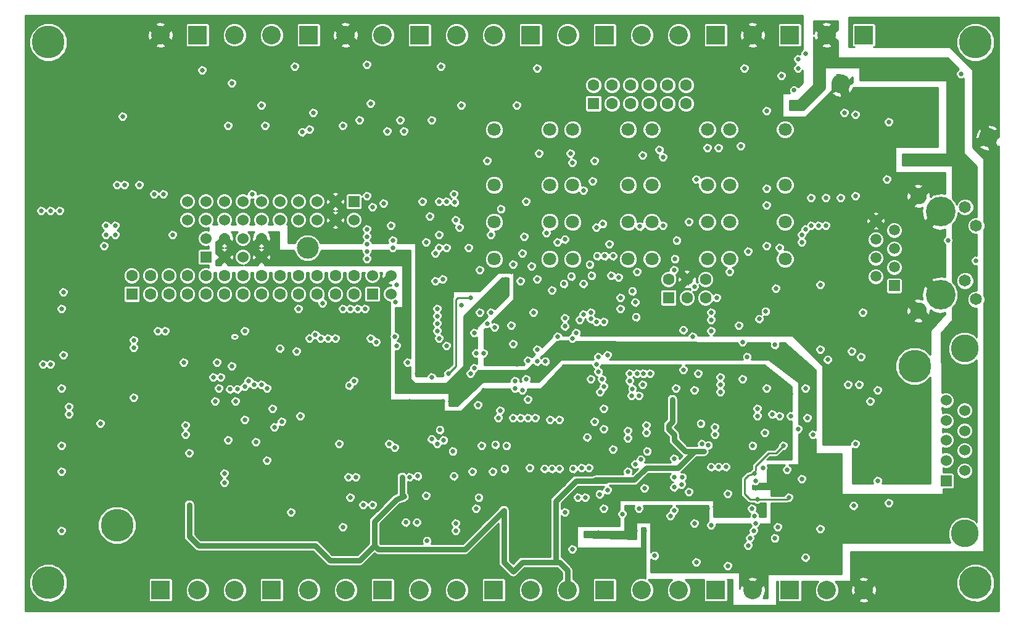
<source format=gbr>
G04 (created by PCBNEW (2013-07-07 BZR 4022)-stable) date 30/04/2014 16:23:46*
%MOIN*%
G04 Gerber Fmt 3.4, Leading zero omitted, Abs format*
%FSLAX34Y34*%
G01*
G70*
G90*
G04 APERTURE LIST*
%ADD10C,0.00590551*%
%ADD11C,0.16*%
%ADD12R,0.0591X0.0591*%
%ADD13C,0.0591*%
%ADD14C,0.09*%
%ADD15C,0.065*%
%ADD16R,0.063X0.063*%
%ADD17C,0.063*%
%ADD18R,0.06X0.06*%
%ADD19C,0.06*%
%ADD20C,0.0708*%
%ADD21R,0.1X0.1*%
%ADD22C,0.1*%
%ADD23C,0.102362*%
%ADD24C,0.177165*%
%ADD25C,0.15*%
%ADD26C,0.11811*%
%ADD27C,0.025*%
%ADD28C,0.01*%
%ADD29C,0.03*%
G04 APERTURE END LIST*
G54D10*
G54D11*
X54900Y-16050D03*
X54900Y-20550D03*
G54D12*
X52400Y-20050D03*
G54D13*
X51400Y-19550D03*
X52400Y-19050D03*
X51400Y-18550D03*
X52400Y-18050D03*
X51400Y-17550D03*
X52400Y-17050D03*
X51400Y-16550D03*
G54D14*
X53700Y-21400D03*
X53700Y-15200D03*
G54D15*
X56830Y-20790D03*
X56230Y-19790D03*
X56830Y-16810D03*
X56230Y-15810D03*
G54D16*
X36150Y-10200D03*
G54D17*
X36150Y-9200D03*
X37150Y-10200D03*
X37150Y-9200D03*
X38150Y-10200D03*
X38150Y-9200D03*
X39150Y-10200D03*
X39150Y-9200D03*
X40150Y-10200D03*
X40150Y-9200D03*
X41150Y-10200D03*
X41150Y-9200D03*
G54D18*
X15200Y-18500D03*
G54D19*
X15200Y-17500D03*
X16200Y-18500D03*
X16200Y-17500D03*
X17200Y-18500D03*
X17200Y-17500D03*
X18200Y-18500D03*
X18200Y-17500D03*
G54D16*
X40200Y-20700D03*
G54D17*
X40200Y-19700D03*
X41200Y-20700D03*
X41200Y-19700D03*
X42200Y-20700D03*
X42200Y-19700D03*
G54D18*
X24200Y-20500D03*
G54D19*
X24200Y-19500D03*
X25200Y-20500D03*
X25200Y-19500D03*
G54D16*
X11200Y-20500D03*
G54D17*
X11200Y-19500D03*
X12200Y-20500D03*
X12200Y-19500D03*
X13200Y-20500D03*
X13200Y-19500D03*
X14200Y-20500D03*
X14200Y-19500D03*
X15200Y-20500D03*
X15200Y-19500D03*
X16200Y-20500D03*
X16200Y-19500D03*
X17200Y-20500D03*
X17200Y-19500D03*
X18200Y-20500D03*
X18200Y-19500D03*
X19200Y-20500D03*
X19200Y-19500D03*
X20200Y-20500D03*
X20200Y-19500D03*
X21200Y-20500D03*
X21200Y-19500D03*
X22200Y-20500D03*
X22200Y-19500D03*
X23200Y-20500D03*
X23200Y-19500D03*
G54D20*
X46500Y-18600D03*
X46500Y-16600D03*
X46500Y-14600D03*
X43500Y-18600D03*
X43500Y-16600D03*
X43500Y-14600D03*
X46500Y-11600D03*
X43500Y-11600D03*
X33783Y-18616D03*
X33783Y-16616D03*
X33783Y-14616D03*
X30783Y-18616D03*
X30783Y-16616D03*
X30783Y-14616D03*
X33783Y-11616D03*
X30783Y-11616D03*
X38024Y-18616D03*
X38024Y-16616D03*
X38024Y-14616D03*
X35024Y-18616D03*
X35024Y-16616D03*
X35024Y-14616D03*
X38024Y-11616D03*
X35024Y-11616D03*
X42300Y-18600D03*
X42300Y-16600D03*
X42300Y-14600D03*
X39300Y-18600D03*
X39300Y-16600D03*
X39300Y-14600D03*
X42300Y-11600D03*
X39300Y-11600D03*
G54D21*
X30750Y-36500D03*
G54D22*
X32750Y-36500D03*
X34750Y-36500D03*
G54D21*
X32750Y-6500D03*
G54D22*
X30750Y-6500D03*
X28750Y-6500D03*
G54D21*
X24750Y-36500D03*
G54D22*
X26750Y-36500D03*
X28750Y-36500D03*
G54D21*
X18750Y-36500D03*
G54D22*
X20750Y-36500D03*
X22750Y-36500D03*
G54D21*
X12750Y-36500D03*
G54D22*
X14750Y-36500D03*
X16750Y-36500D03*
G54D21*
X46750Y-36500D03*
G54D22*
X48750Y-36500D03*
X50750Y-36500D03*
G54D21*
X36750Y-36500D03*
G54D22*
X38750Y-36500D03*
X40750Y-36500D03*
G54D21*
X42750Y-6500D03*
G54D22*
X40750Y-6500D03*
X38750Y-6500D03*
G54D21*
X20750Y-6500D03*
G54D22*
X18750Y-6500D03*
X16750Y-6500D03*
G54D21*
X26750Y-6500D03*
G54D22*
X24750Y-6500D03*
X22750Y-6500D03*
G54D21*
X14750Y-6500D03*
G54D22*
X12750Y-6500D03*
G54D21*
X42750Y-36500D03*
G54D22*
X44750Y-36500D03*
G54D21*
X46750Y-6500D03*
G54D22*
X44750Y-6500D03*
G54D21*
X50750Y-6500D03*
G54D22*
X48750Y-6500D03*
G54D23*
X49504Y-9145D03*
X57495Y-12054D03*
G54D21*
X36750Y-6500D03*
G54D22*
X34750Y-6500D03*
G54D24*
X6692Y-36122D03*
X6692Y-6889D03*
X56791Y-36122D03*
X56791Y-6889D03*
G54D18*
X23200Y-15500D03*
G54D19*
X23200Y-16500D03*
X22200Y-15500D03*
X22200Y-16500D03*
X21200Y-15500D03*
X21200Y-16500D03*
X20200Y-15500D03*
X20200Y-16500D03*
X19200Y-15500D03*
X19200Y-16500D03*
X18200Y-15500D03*
X18200Y-16500D03*
X17200Y-15500D03*
X17200Y-16500D03*
X16200Y-15500D03*
X16200Y-16500D03*
X15200Y-15500D03*
X15200Y-16500D03*
X14200Y-15500D03*
X14200Y-16500D03*
G54D25*
X56200Y-33450D03*
X56200Y-23450D03*
G54D18*
X55200Y-30600D03*
G54D19*
X55200Y-29500D03*
X55200Y-28400D03*
X55200Y-27350D03*
X55200Y-26250D03*
X56200Y-26800D03*
X56200Y-27900D03*
X56200Y-28950D03*
X56200Y-30050D03*
G54D24*
X53500Y-24400D03*
X10400Y-33000D03*
G54D26*
X20700Y-18000D03*
G54D27*
X21000Y-10700D03*
X20800Y-11600D03*
X45500Y-10600D03*
X32000Y-10300D03*
X29000Y-10300D03*
X25700Y-11100D03*
X23500Y-11100D03*
X27600Y-18300D03*
X20400Y-11750D03*
X41500Y-22800D03*
X34300Y-29950D03*
X45446Y-21446D03*
X38450Y-21750D03*
X20800Y-22900D03*
X20100Y-23600D03*
X20300Y-27100D03*
X18800Y-26700D03*
X14300Y-29100D03*
X14000Y-24200D03*
X17300Y-22500D03*
X27800Y-15500D03*
X38900Y-31000D03*
X29700Y-22600D03*
X41000Y-24600D03*
X30000Y-19200D03*
X41000Y-22450D03*
X24800Y-15600D03*
X43400Y-31300D03*
X9500Y-27500D03*
X25100Y-28600D03*
X12600Y-22500D03*
X37200Y-28900D03*
X30700Y-30100D03*
X23900Y-15200D03*
X24400Y-23100D03*
X32300Y-18300D03*
X47200Y-27800D03*
X28550Y-29000D03*
X28600Y-30350D03*
X25000Y-11700D03*
X30400Y-13300D03*
X44200Y-23100D03*
X27800Y-17300D03*
X28700Y-33300D03*
X29800Y-32100D03*
X22400Y-28600D03*
X14100Y-27600D03*
X13000Y-22500D03*
X25400Y-28800D03*
X32900Y-21500D03*
X36000Y-21500D03*
X36400Y-23900D03*
X36700Y-27800D03*
X44200Y-25100D03*
X32600Y-26200D03*
X44600Y-33700D03*
X38600Y-32100D03*
X44900Y-32900D03*
X47600Y-17000D03*
X55300Y-17600D03*
X56800Y-18700D03*
X45800Y-27000D03*
X45400Y-28000D03*
X29900Y-26500D03*
X43500Y-19300D03*
X14100Y-28100D03*
X44850Y-30200D03*
X46400Y-28700D03*
X41600Y-32900D03*
X26100Y-24200D03*
X28300Y-24800D03*
X46700Y-31500D03*
X45000Y-31600D03*
X29500Y-20700D03*
X27100Y-17700D03*
X18500Y-29500D03*
X19800Y-32300D03*
X6300Y-16000D03*
X6800Y-16000D03*
X7300Y-16000D03*
X11300Y-23000D03*
X52000Y-14300D03*
X11300Y-26100D03*
X17700Y-15100D03*
X27600Y-19800D03*
X36200Y-13300D03*
X33100Y-8300D03*
X46300Y-8700D03*
X44300Y-8300D03*
X11300Y-23400D03*
X50100Y-23600D03*
X29000Y-21100D03*
X29400Y-18000D03*
X33200Y-12900D03*
X45500Y-14800D03*
X45500Y-15700D03*
X43400Y-35200D03*
X50200Y-31950D03*
X51500Y-30600D03*
X52100Y-31800D03*
X46600Y-30000D03*
X47400Y-17700D03*
X38250Y-20350D03*
X47400Y-17300D03*
X35950Y-18900D03*
X29500Y-24800D03*
X27150Y-33850D03*
X29700Y-24500D03*
X28700Y-32900D03*
X27800Y-22900D03*
X26600Y-32850D03*
X26650Y-30350D03*
X27700Y-22500D03*
X34950Y-19550D03*
X33600Y-17200D03*
X32200Y-19800D03*
X31800Y-18900D03*
X32500Y-15500D03*
X27800Y-18000D03*
X28200Y-23300D03*
X30200Y-23700D03*
X29800Y-23700D03*
X28650Y-15550D03*
X41700Y-14300D03*
X45500Y-17900D03*
X37600Y-21300D03*
X27400Y-25000D03*
X16400Y-11400D03*
X18200Y-10300D03*
X25900Y-11700D03*
X24100Y-10200D03*
X27400Y-28350D03*
X27700Y-28600D03*
X28200Y-15500D03*
X26900Y-15500D03*
X31100Y-26800D03*
X45000Y-26700D03*
X43000Y-25800D03*
X41800Y-24800D03*
X43000Y-25000D03*
X45000Y-27100D03*
X38850Y-24800D03*
X39000Y-28000D03*
X38600Y-26000D03*
X38000Y-28300D03*
X42700Y-28100D03*
X36500Y-25800D03*
X42700Y-27700D03*
X38400Y-20950D03*
X38500Y-24800D03*
X36475Y-31325D03*
X30850Y-28650D03*
X39200Y-24800D03*
X39000Y-27600D03*
X36900Y-23800D03*
X38000Y-27900D03*
X40500Y-29400D03*
X36900Y-31100D03*
X31350Y-29950D03*
X31800Y-27200D03*
X44800Y-33300D03*
X44850Y-32500D03*
X32200Y-27200D03*
X35050Y-29950D03*
X40900Y-30800D03*
X35500Y-29900D03*
X40500Y-30950D03*
X41300Y-31200D03*
X29600Y-30100D03*
X30100Y-28700D03*
X40300Y-32500D03*
X37700Y-32400D03*
X31450Y-28700D03*
X42500Y-33000D03*
X32700Y-29900D03*
X44700Y-32100D03*
X32600Y-27200D03*
X42500Y-29850D03*
X33000Y-27200D03*
X45300Y-29900D03*
X31900Y-25600D03*
X32300Y-25700D03*
X44900Y-30600D03*
X42900Y-29850D03*
X33800Y-27300D03*
X43300Y-29850D03*
X34300Y-27300D03*
X40950Y-30400D03*
X33500Y-29950D03*
X40500Y-30400D03*
X33900Y-29950D03*
X40600Y-25600D03*
X41600Y-25700D03*
X45500Y-25600D03*
X43000Y-25400D03*
X42350Y-28675D03*
X38800Y-25400D03*
X41950Y-27500D03*
X42000Y-28600D03*
X44750Y-28700D03*
X31000Y-27200D03*
X40500Y-19200D03*
X34600Y-22250D03*
X36750Y-18450D03*
X37000Y-17800D03*
X32400Y-17400D03*
X35400Y-21900D03*
X37200Y-18450D03*
X38650Y-16850D03*
X36000Y-21850D03*
X41600Y-20100D03*
X36350Y-18450D03*
X34600Y-21800D03*
X34200Y-17700D03*
X27850Y-27850D03*
X37100Y-19500D03*
X35600Y-21600D03*
X36300Y-22000D03*
X37500Y-19600D03*
X32800Y-19000D03*
X28050Y-28400D03*
X16600Y-24400D03*
X23200Y-25200D03*
X15600Y-25000D03*
X18500Y-25600D03*
X18200Y-25400D03*
X16800Y-26300D03*
X17800Y-25400D03*
X16000Y-25000D03*
X36700Y-22000D03*
X38500Y-19300D03*
X44450Y-23900D03*
X38100Y-24800D03*
X37600Y-20700D03*
X48800Y-24050D03*
X46200Y-18000D03*
X48400Y-23500D03*
X42500Y-22500D03*
X38200Y-26000D03*
X28900Y-16900D03*
X27700Y-21300D03*
X32500Y-25100D03*
X36400Y-24700D03*
X31900Y-25200D03*
X27700Y-21700D03*
X36300Y-24300D03*
X38100Y-25200D03*
X47600Y-25600D03*
X47700Y-27200D03*
X38250Y-25625D03*
X36200Y-27400D03*
X23300Y-30400D03*
X23000Y-31500D03*
X35900Y-29900D03*
X22900Y-30400D03*
X35800Y-28250D03*
X31700Y-22200D03*
X30800Y-22300D03*
X33100Y-24150D03*
X34200Y-22800D03*
X35000Y-22900D03*
X33550Y-24150D03*
X33900Y-20300D03*
X33100Y-23500D03*
X32600Y-24100D03*
X40650Y-17600D03*
X34550Y-19950D03*
X21100Y-22700D03*
X15900Y-25600D03*
X21400Y-22900D03*
X15700Y-26300D03*
X21800Y-22900D03*
X16500Y-25650D03*
X16900Y-25650D03*
X22200Y-22900D03*
X35600Y-19950D03*
X17300Y-25500D03*
X17500Y-25200D03*
X36050Y-19500D03*
X36600Y-25100D03*
X36700Y-25500D03*
X19200Y-23450D03*
X19300Y-27400D03*
X15800Y-24200D03*
X16400Y-28400D03*
X7500Y-20400D03*
X25500Y-20000D03*
X25500Y-23300D03*
X27500Y-34300D03*
X24300Y-33400D03*
X24300Y-32800D03*
X25800Y-30400D03*
X25900Y-31450D03*
X21900Y-34900D03*
X18500Y-34100D03*
X14300Y-31900D03*
X31300Y-32200D03*
X31800Y-35500D03*
X42100Y-29000D03*
X40500Y-28100D03*
X40200Y-27600D03*
X40400Y-26200D03*
X48700Y-16800D03*
X48300Y-16800D03*
X28600Y-15100D03*
X30000Y-21500D03*
X25300Y-18000D03*
X30600Y-21500D03*
X25200Y-16800D03*
X25300Y-17600D03*
X30400Y-22100D03*
X34600Y-17550D03*
X44500Y-18200D03*
X45950Y-23250D03*
X24100Y-22900D03*
X18900Y-27700D03*
X23900Y-17400D03*
X31150Y-15900D03*
X27300Y-16300D03*
X28700Y-16500D03*
X33100Y-19700D03*
X25400Y-22800D03*
X36000Y-25100D03*
X36700Y-26700D03*
X27700Y-22100D03*
X23900Y-18200D03*
X35200Y-22600D03*
X49900Y-25400D03*
X50500Y-25400D03*
X50600Y-23900D03*
X56000Y-8600D03*
X49700Y-10700D03*
X46991Y-9491D03*
X30600Y-17300D03*
X38800Y-13000D03*
X42300Y-12600D03*
X47200Y-8300D03*
X34900Y-12900D03*
X35600Y-14900D03*
X39700Y-12700D03*
X41300Y-16600D03*
X42900Y-12600D03*
X47200Y-7800D03*
X35000Y-13400D03*
X36100Y-14400D03*
X39900Y-13100D03*
X39900Y-16800D03*
X40550Y-18600D03*
X44100Y-12500D03*
X47600Y-7500D03*
X25450Y-20950D03*
X28200Y-18000D03*
X28000Y-19700D03*
X22700Y-11750D03*
X18200Y-11750D03*
X20250Y-24200D03*
X19200Y-23800D03*
X19300Y-27800D03*
X34700Y-29950D03*
X45500Y-20650D03*
X36700Y-21600D03*
X27050Y-30350D03*
X28700Y-31400D03*
X21000Y-28500D03*
X18800Y-27300D03*
X20400Y-25900D03*
X17600Y-24000D03*
X16100Y-22700D03*
X19200Y-29300D03*
X16800Y-28400D03*
X15700Y-28400D03*
X16000Y-27300D03*
X14200Y-25400D03*
X17300Y-26700D03*
X16400Y-26300D03*
X5600Y-20200D03*
X44000Y-19300D03*
X48400Y-19100D03*
X12800Y-24900D03*
X19800Y-34600D03*
X9600Y-15400D03*
X9600Y-15000D03*
X6800Y-12100D03*
X6800Y-11700D03*
X13800Y-23800D03*
X7400Y-32100D03*
X7500Y-27500D03*
X9500Y-7300D03*
X7800Y-7300D03*
X10000Y-7300D03*
X7500Y-23100D03*
X10500Y-22900D03*
X10500Y-13500D03*
X10500Y-13200D03*
X31700Y-19300D03*
X7800Y-7700D03*
X7600Y-11700D03*
X52900Y-18500D03*
X46800Y-21550D03*
X46550Y-21850D03*
X46550Y-21250D03*
X47100Y-21850D03*
X47100Y-21250D03*
X51100Y-26700D03*
X50500Y-27700D03*
X32000Y-24300D03*
X33300Y-17900D03*
X22000Y-8100D03*
X14600Y-18400D03*
X11500Y-17600D03*
X45100Y-32100D03*
X38900Y-33300D03*
X21500Y-32400D03*
X14500Y-22800D03*
X11200Y-29900D03*
X9500Y-28500D03*
X9500Y-28000D03*
X27300Y-20200D03*
X26900Y-22100D03*
X26200Y-26300D03*
X28000Y-26300D03*
X21600Y-27100D03*
X30200Y-25700D03*
X38100Y-26900D03*
X34600Y-24600D03*
X33800Y-26700D03*
X36700Y-28200D03*
X48300Y-24000D03*
X49100Y-26700D03*
X52500Y-22500D03*
X55000Y-18300D03*
X16200Y-24400D03*
X7600Y-12100D03*
X19800Y-11700D03*
X30800Y-26600D03*
X26500Y-15500D03*
X27800Y-23300D03*
X33200Y-22000D03*
X32100Y-22200D03*
X30000Y-27050D03*
X23900Y-11700D03*
X29400Y-11600D03*
X27400Y-11700D03*
X45800Y-13900D03*
X48500Y-19600D03*
X50800Y-18900D03*
X53400Y-16600D03*
X46000Y-22600D03*
X44800Y-18500D03*
X41100Y-13100D03*
X40800Y-14500D03*
X37100Y-13100D03*
X37400Y-14800D03*
X32400Y-13800D03*
X28700Y-17300D03*
X45000Y-27500D03*
X46400Y-25700D03*
X49700Y-23600D03*
X50300Y-20300D03*
X28700Y-32300D03*
X27200Y-33200D03*
X17900Y-35200D03*
X18400Y-31000D03*
X21100Y-30900D03*
X26300Y-9100D03*
X17100Y-9100D03*
X12300Y-9100D03*
X15000Y-11700D03*
X14600Y-11700D03*
X26600Y-24800D03*
X24600Y-26700D03*
X25400Y-28400D03*
X30300Y-30100D03*
X24000Y-24500D03*
X28300Y-21100D03*
X28000Y-18400D03*
X29800Y-18100D03*
X34000Y-19700D03*
X37500Y-20000D03*
X36500Y-22300D03*
X40200Y-25600D03*
X43800Y-25100D03*
X44900Y-26100D03*
X44700Y-29400D03*
X45900Y-28000D03*
X43400Y-30200D03*
X40300Y-29100D03*
X42700Y-32000D03*
X38800Y-31400D03*
X52500Y-21600D03*
X48700Y-27100D03*
X46800Y-25900D03*
X16700Y-34800D03*
X14800Y-34800D03*
X46100Y-32500D03*
X45800Y-29900D03*
X36400Y-33400D03*
X45200Y-35000D03*
X44900Y-31000D03*
X26100Y-24900D03*
X40900Y-33900D03*
X46700Y-30500D03*
X38400Y-33300D03*
X28400Y-26300D03*
X55000Y-7900D03*
X53000Y-13300D03*
X52800Y-8700D03*
X47000Y-10300D03*
X47600Y-28200D03*
X47500Y-33100D03*
X49400Y-29600D03*
X31400Y-19700D03*
X42300Y-32100D03*
X42200Y-35300D03*
X39400Y-34100D03*
X38000Y-32200D03*
X44600Y-35000D03*
X47100Y-31500D03*
X49100Y-35200D03*
X49400Y-31400D03*
X16200Y-30700D03*
X36300Y-16900D03*
X47900Y-16800D03*
X9700Y-17900D03*
X17900Y-28500D03*
X17300Y-27300D03*
X7400Y-33300D03*
X7400Y-30100D03*
X16200Y-30200D03*
X20200Y-21300D03*
X21500Y-21000D03*
X22600Y-21300D03*
X23000Y-21300D03*
X23400Y-21300D03*
X23800Y-21300D03*
X31800Y-23200D03*
X46200Y-27100D03*
X46800Y-27100D03*
X48000Y-28100D03*
X50300Y-28600D03*
X51100Y-26300D03*
X51500Y-25700D03*
X10700Y-10900D03*
X9800Y-17300D03*
X10300Y-17300D03*
X10300Y-16800D03*
X9800Y-16800D03*
X44000Y-22200D03*
X48400Y-20000D03*
X50700Y-21500D03*
X45100Y-21850D03*
X46000Y-20200D03*
X42800Y-20700D03*
X42500Y-21500D03*
X36650Y-16700D03*
X42500Y-21900D03*
X6800Y-24300D03*
X6400Y-24300D03*
X7500Y-23800D03*
X7400Y-21300D03*
X40500Y-32200D03*
X47400Y-30500D03*
X45950Y-33700D03*
X44500Y-34100D03*
X46100Y-33100D03*
X39450Y-34650D03*
X41700Y-35000D03*
X47600Y-34750D03*
X48400Y-33200D03*
X23900Y-17000D03*
X23900Y-17800D03*
X23900Y-18600D03*
X7800Y-27000D03*
X24200Y-15800D03*
X7800Y-26600D03*
X7400Y-25600D03*
X7400Y-28700D03*
X26200Y-30400D03*
X29950Y-31500D03*
X22600Y-33100D03*
X38000Y-30100D03*
X27100Y-31400D03*
X26000Y-32850D03*
X34600Y-32300D03*
X35700Y-31500D03*
X39050Y-29000D03*
X35300Y-31500D03*
X36700Y-32100D03*
X35000Y-34300D03*
X38400Y-29700D03*
X38700Y-29450D03*
X24200Y-31900D03*
X23700Y-31900D03*
X48700Y-15300D03*
X49500Y-15300D03*
X47900Y-15300D03*
X50300Y-15200D03*
X22600Y-11400D03*
X10800Y-14600D03*
X12400Y-15100D03*
X27400Y-11100D03*
X10400Y-14600D03*
X12900Y-15100D03*
X13400Y-17300D03*
X18400Y-11400D03*
X11600Y-14600D03*
X15000Y-8400D03*
X16600Y-9100D03*
X20000Y-8200D03*
X23900Y-8100D03*
X27900Y-8200D03*
X50300Y-10800D03*
X52100Y-11200D03*
X22950Y-25450D03*
G54D28*
X16800Y-22800D02*
X16700Y-22800D01*
X45600Y-29100D02*
X46000Y-29100D01*
X46000Y-29100D02*
X46400Y-28700D01*
X44900Y-29800D02*
X45600Y-29100D01*
X44900Y-30000D02*
X44900Y-29800D01*
X44850Y-30200D02*
X44900Y-30000D01*
X45000Y-31600D02*
X46600Y-31600D01*
X46600Y-31600D02*
X46700Y-31500D01*
X45000Y-31600D02*
X44600Y-31600D01*
X44300Y-30500D02*
X44300Y-31300D01*
X44500Y-30300D02*
X44300Y-30500D01*
X44850Y-30200D02*
X44500Y-30300D01*
X44500Y-31500D02*
X44300Y-31300D01*
X44600Y-31600D02*
X44500Y-31500D01*
X29500Y-20700D02*
X28800Y-20700D01*
X28800Y-20700D02*
X28700Y-20800D01*
X28700Y-20800D02*
X28700Y-24400D01*
X28700Y-24400D02*
X28300Y-24800D01*
G54D29*
X34750Y-36500D02*
X34750Y-35450D01*
X34750Y-35450D02*
X34300Y-35000D01*
X34300Y-35000D02*
X34100Y-35000D01*
X34100Y-33500D02*
X34100Y-31700D01*
X36800Y-30600D02*
X36800Y-30550D01*
X35200Y-30600D02*
X36800Y-30600D01*
X34100Y-31700D02*
X35200Y-30600D01*
X34100Y-33500D02*
X34100Y-35000D01*
X27500Y-34300D02*
X29200Y-34300D01*
X30300Y-33200D02*
X31300Y-32200D01*
X29200Y-34300D02*
X30300Y-33200D01*
X27500Y-34300D02*
X24500Y-34300D01*
X24500Y-34300D02*
X24300Y-34100D01*
X21900Y-34900D02*
X23500Y-34900D01*
X23500Y-34900D02*
X24300Y-34100D01*
X24300Y-34100D02*
X24300Y-33400D01*
X24300Y-32800D02*
X24300Y-33400D01*
X25900Y-31450D02*
X25500Y-31600D01*
X25500Y-31600D02*
X24300Y-32800D01*
X25800Y-30400D02*
X25800Y-31350D01*
X25800Y-31350D02*
X25900Y-31450D01*
X18500Y-34100D02*
X21100Y-34100D01*
X21100Y-34100D02*
X21900Y-34900D01*
X14300Y-31900D02*
X14300Y-33600D01*
X14800Y-34100D02*
X18500Y-34100D01*
X14300Y-33600D02*
X14800Y-34100D01*
X31300Y-32200D02*
X31300Y-35000D01*
X31300Y-35000D02*
X31800Y-35500D01*
X34100Y-35000D02*
X32300Y-35000D01*
X32300Y-35000D02*
X31800Y-35500D01*
X42100Y-29000D02*
X41600Y-29000D01*
X41600Y-29000D02*
X40700Y-29900D01*
X40700Y-29900D02*
X39000Y-29900D01*
X38350Y-30550D02*
X36800Y-30550D01*
X39000Y-29900D02*
X38350Y-30550D01*
X40500Y-28100D02*
X40500Y-28400D01*
X41100Y-29000D02*
X42100Y-29000D01*
X40500Y-28400D02*
X41100Y-29000D01*
X40200Y-27600D02*
X40200Y-27800D01*
X40200Y-27800D02*
X40500Y-28100D01*
X40400Y-26200D02*
X40400Y-27400D01*
X40400Y-27400D02*
X40200Y-27600D01*
X36800Y-30550D02*
X36250Y-30550D01*
G54D28*
X46991Y-9491D02*
X47009Y-9491D01*
G54D10*
G36*
X56850Y-32827D02*
X56710Y-32687D01*
X56650Y-32662D01*
X56650Y-29960D01*
X56650Y-28860D01*
X56650Y-27810D01*
X56650Y-26710D01*
X56581Y-26545D01*
X56455Y-26418D01*
X56289Y-26350D01*
X56110Y-26349D01*
X55945Y-26418D01*
X55818Y-26544D01*
X55750Y-26710D01*
X55749Y-26889D01*
X55818Y-27054D01*
X55944Y-27181D01*
X56110Y-27249D01*
X56289Y-27250D01*
X56454Y-27181D01*
X56581Y-27055D01*
X56649Y-26889D01*
X56650Y-26710D01*
X56650Y-27810D01*
X56581Y-27645D01*
X56455Y-27518D01*
X56289Y-27450D01*
X56110Y-27449D01*
X55945Y-27518D01*
X55818Y-27644D01*
X55750Y-27810D01*
X55749Y-27989D01*
X55818Y-28154D01*
X55944Y-28281D01*
X56110Y-28349D01*
X56289Y-28350D01*
X56454Y-28281D01*
X56581Y-28155D01*
X56649Y-27989D01*
X56650Y-27810D01*
X56650Y-28860D01*
X56581Y-28695D01*
X56455Y-28568D01*
X56289Y-28500D01*
X56110Y-28499D01*
X55945Y-28568D01*
X55818Y-28694D01*
X55750Y-28860D01*
X55749Y-29039D01*
X55818Y-29204D01*
X55944Y-29331D01*
X56110Y-29399D01*
X56289Y-29400D01*
X56454Y-29331D01*
X56581Y-29205D01*
X56649Y-29039D01*
X56650Y-28860D01*
X56650Y-29960D01*
X56581Y-29795D01*
X56455Y-29668D01*
X56289Y-29600D01*
X56110Y-29599D01*
X55945Y-29668D01*
X55818Y-29794D01*
X55750Y-29960D01*
X55749Y-30139D01*
X55818Y-30304D01*
X55944Y-30431D01*
X56110Y-30499D01*
X56289Y-30500D01*
X56454Y-30431D01*
X56581Y-30305D01*
X56649Y-30139D01*
X56650Y-29960D01*
X56650Y-32662D01*
X56379Y-32550D01*
X56021Y-32549D01*
X55690Y-32686D01*
X55437Y-32939D01*
X55300Y-33270D01*
X55299Y-33628D01*
X55432Y-33950D01*
X52375Y-33950D01*
X52375Y-31745D01*
X52333Y-31644D01*
X52255Y-31567D01*
X52154Y-31525D01*
X52045Y-31524D01*
X51944Y-31566D01*
X51867Y-31644D01*
X51825Y-31745D01*
X51824Y-31854D01*
X51866Y-31955D01*
X51944Y-32032D01*
X52045Y-32074D01*
X52154Y-32075D01*
X52255Y-32033D01*
X52332Y-31955D01*
X52374Y-31854D01*
X52375Y-31745D01*
X52375Y-33950D01*
X50475Y-33950D01*
X50475Y-31895D01*
X50433Y-31794D01*
X50355Y-31717D01*
X50254Y-31675D01*
X50145Y-31674D01*
X50044Y-31716D01*
X49967Y-31794D01*
X49925Y-31895D01*
X49924Y-32004D01*
X49966Y-32105D01*
X50044Y-32182D01*
X50145Y-32224D01*
X50254Y-32225D01*
X50355Y-32183D01*
X50432Y-32105D01*
X50474Y-32004D01*
X50475Y-31895D01*
X50475Y-33950D01*
X49550Y-33950D01*
X49550Y-35650D01*
X48675Y-35650D01*
X48675Y-33145D01*
X48633Y-33044D01*
X48555Y-32967D01*
X48454Y-32925D01*
X48345Y-32924D01*
X48244Y-32966D01*
X48167Y-33044D01*
X48125Y-33145D01*
X48124Y-33254D01*
X48166Y-33355D01*
X48244Y-33432D01*
X48345Y-33474D01*
X48454Y-33475D01*
X48555Y-33433D01*
X48632Y-33355D01*
X48674Y-33254D01*
X48675Y-33145D01*
X48675Y-35650D01*
X47875Y-35650D01*
X47875Y-34695D01*
X47833Y-34594D01*
X47755Y-34517D01*
X47675Y-34483D01*
X47675Y-30445D01*
X47633Y-30344D01*
X47555Y-30267D01*
X47454Y-30225D01*
X47345Y-30224D01*
X47244Y-30266D01*
X47167Y-30344D01*
X47125Y-30445D01*
X47124Y-30554D01*
X47166Y-30655D01*
X47244Y-30732D01*
X47345Y-30774D01*
X47454Y-30775D01*
X47555Y-30733D01*
X47632Y-30655D01*
X47674Y-30554D01*
X47675Y-30445D01*
X47675Y-34483D01*
X47654Y-34475D01*
X47545Y-34474D01*
X47444Y-34516D01*
X47367Y-34594D01*
X47325Y-34695D01*
X47324Y-34804D01*
X47366Y-34905D01*
X47444Y-34982D01*
X47545Y-35024D01*
X47654Y-35025D01*
X47755Y-34983D01*
X47832Y-34905D01*
X47874Y-34804D01*
X47875Y-34695D01*
X47875Y-35650D01*
X46375Y-35650D01*
X46375Y-33045D01*
X46333Y-32944D01*
X46255Y-32867D01*
X46154Y-32825D01*
X46045Y-32824D01*
X45944Y-32866D01*
X45867Y-32944D01*
X45825Y-33045D01*
X45824Y-33154D01*
X45866Y-33255D01*
X45944Y-33332D01*
X46045Y-33374D01*
X46154Y-33375D01*
X46255Y-33333D01*
X46332Y-33255D01*
X46374Y-33154D01*
X46375Y-33045D01*
X46375Y-35650D01*
X46225Y-35650D01*
X46225Y-33645D01*
X46183Y-33544D01*
X46105Y-33467D01*
X46004Y-33425D01*
X45895Y-33424D01*
X45794Y-33466D01*
X45717Y-33544D01*
X45675Y-33645D01*
X45674Y-33754D01*
X45716Y-33855D01*
X45794Y-33932D01*
X45895Y-33974D01*
X46004Y-33975D01*
X46105Y-33933D01*
X46182Y-33855D01*
X46224Y-33754D01*
X46225Y-33645D01*
X46225Y-35650D01*
X45550Y-35650D01*
X45550Y-36950D01*
X45462Y-36950D01*
X45307Y-36950D01*
X45395Y-36862D01*
X45338Y-36806D01*
X45421Y-36740D01*
X45462Y-36465D01*
X45421Y-36259D01*
X45338Y-36193D01*
X45056Y-36476D01*
X45056Y-35911D01*
X44990Y-35828D01*
X44715Y-35787D01*
X44509Y-35828D01*
X44443Y-35911D01*
X44750Y-36217D01*
X45056Y-35911D01*
X45056Y-36476D01*
X45032Y-36500D01*
X45038Y-36505D01*
X44755Y-36788D01*
X44750Y-36782D01*
X44744Y-36788D01*
X44461Y-36505D01*
X44467Y-36500D01*
X44161Y-36193D01*
X44078Y-36259D01*
X44050Y-36448D01*
X44050Y-35550D01*
X43675Y-35550D01*
X43675Y-35145D01*
X43633Y-35044D01*
X43555Y-34967D01*
X43454Y-34925D01*
X43345Y-34924D01*
X43244Y-34966D01*
X43167Y-35044D01*
X43125Y-35145D01*
X43124Y-35254D01*
X43166Y-35355D01*
X43244Y-35432D01*
X43345Y-35474D01*
X43454Y-35475D01*
X43555Y-35433D01*
X43632Y-35355D01*
X43674Y-35254D01*
X43675Y-35145D01*
X43675Y-35550D01*
X41975Y-35550D01*
X41975Y-34945D01*
X41933Y-34844D01*
X41875Y-34786D01*
X41875Y-32845D01*
X41833Y-32744D01*
X41755Y-32667D01*
X41654Y-32625D01*
X41545Y-32624D01*
X41444Y-32666D01*
X41367Y-32744D01*
X41325Y-32845D01*
X41324Y-32954D01*
X41366Y-33055D01*
X41444Y-33132D01*
X41545Y-33174D01*
X41654Y-33175D01*
X41755Y-33133D01*
X41832Y-33055D01*
X41874Y-32954D01*
X41875Y-32845D01*
X41875Y-34786D01*
X41855Y-34767D01*
X41754Y-34725D01*
X41645Y-34724D01*
X41544Y-34766D01*
X41467Y-34844D01*
X41425Y-34945D01*
X41424Y-35054D01*
X41466Y-35155D01*
X41544Y-35232D01*
X41645Y-35274D01*
X41754Y-35275D01*
X41855Y-35233D01*
X41932Y-35155D01*
X41974Y-35054D01*
X41975Y-34945D01*
X41975Y-35550D01*
X39250Y-35550D01*
X39250Y-34838D01*
X39294Y-34882D01*
X39395Y-34924D01*
X39504Y-34925D01*
X39605Y-34883D01*
X39682Y-34805D01*
X39724Y-34704D01*
X39725Y-34595D01*
X39683Y-34494D01*
X39605Y-34417D01*
X39504Y-34375D01*
X39395Y-34374D01*
X39294Y-34416D01*
X39250Y-34461D01*
X39250Y-32850D01*
X38450Y-32850D01*
X38450Y-33748D01*
X35650Y-33651D01*
X35650Y-33350D01*
X37850Y-33350D01*
X37850Y-32635D01*
X37855Y-32633D01*
X37932Y-32555D01*
X37974Y-32454D01*
X37975Y-32345D01*
X37933Y-32244D01*
X37855Y-32167D01*
X37850Y-32164D01*
X37850Y-31950D01*
X38364Y-31950D01*
X38325Y-32045D01*
X38324Y-32154D01*
X38366Y-32255D01*
X38444Y-32332D01*
X38545Y-32374D01*
X38654Y-32375D01*
X38755Y-32333D01*
X38832Y-32255D01*
X38874Y-32154D01*
X38875Y-32045D01*
X38835Y-31950D01*
X40384Y-31950D01*
X40344Y-31966D01*
X40267Y-32044D01*
X40225Y-32145D01*
X40224Y-32233D01*
X40144Y-32266D01*
X40067Y-32344D01*
X40025Y-32445D01*
X40024Y-32554D01*
X40066Y-32655D01*
X40144Y-32732D01*
X40245Y-32774D01*
X40354Y-32775D01*
X40455Y-32733D01*
X40532Y-32655D01*
X40574Y-32554D01*
X40575Y-32466D01*
X40655Y-32433D01*
X40732Y-32355D01*
X40774Y-32254D01*
X40775Y-32145D01*
X40733Y-32044D01*
X40655Y-31967D01*
X40615Y-31950D01*
X42350Y-31950D01*
X42350Y-32764D01*
X42344Y-32766D01*
X42267Y-32844D01*
X42225Y-32945D01*
X42224Y-33054D01*
X42266Y-33155D01*
X42344Y-33232D01*
X42445Y-33274D01*
X42554Y-33275D01*
X42655Y-33233D01*
X42732Y-33155D01*
X42774Y-33054D01*
X42775Y-32950D01*
X44624Y-32950D01*
X44624Y-32954D01*
X44666Y-33055D01*
X44668Y-33056D01*
X44644Y-33066D01*
X44567Y-33144D01*
X44525Y-33245D01*
X44524Y-33354D01*
X44554Y-33424D01*
X44545Y-33424D01*
X44444Y-33466D01*
X44367Y-33544D01*
X44325Y-33645D01*
X44324Y-33754D01*
X44366Y-33855D01*
X44368Y-33856D01*
X44344Y-33866D01*
X44267Y-33944D01*
X44225Y-34045D01*
X44224Y-34154D01*
X44266Y-34255D01*
X44344Y-34332D01*
X44445Y-34374D01*
X44554Y-34375D01*
X44655Y-34333D01*
X44732Y-34255D01*
X44774Y-34154D01*
X44775Y-34045D01*
X44733Y-33944D01*
X44731Y-33943D01*
X44755Y-33933D01*
X44832Y-33855D01*
X44874Y-33754D01*
X44875Y-33645D01*
X44845Y-33575D01*
X44854Y-33575D01*
X44955Y-33533D01*
X45032Y-33455D01*
X45074Y-33354D01*
X45075Y-33245D01*
X45033Y-33144D01*
X45031Y-33143D01*
X45055Y-33133D01*
X45132Y-33055D01*
X45174Y-32954D01*
X45174Y-32950D01*
X45750Y-32950D01*
X45750Y-31800D01*
X46600Y-31800D01*
X46676Y-31784D01*
X46691Y-31774D01*
X46754Y-31775D01*
X46855Y-31733D01*
X46932Y-31655D01*
X46974Y-31554D01*
X46975Y-31445D01*
X46933Y-31344D01*
X46855Y-31267D01*
X46754Y-31225D01*
X46645Y-31224D01*
X46544Y-31266D01*
X46467Y-31344D01*
X46443Y-31400D01*
X45750Y-31400D01*
X45750Y-31050D01*
X44750Y-31050D01*
X44750Y-30835D01*
X44845Y-30874D01*
X44954Y-30875D01*
X45055Y-30833D01*
X45132Y-30755D01*
X45135Y-30750D01*
X45550Y-30750D01*
X45550Y-30015D01*
X45574Y-29954D01*
X45575Y-29845D01*
X45550Y-29784D01*
X45550Y-29750D01*
X46484Y-29750D01*
X46444Y-29766D01*
X46367Y-29844D01*
X46325Y-29945D01*
X46324Y-30054D01*
X46366Y-30155D01*
X46444Y-30232D01*
X46545Y-30274D01*
X46654Y-30275D01*
X46755Y-30233D01*
X46832Y-30155D01*
X46874Y-30054D01*
X46875Y-29945D01*
X46833Y-29844D01*
X46755Y-29767D01*
X46715Y-29750D01*
X47250Y-29750D01*
X47250Y-28075D01*
X47254Y-28075D01*
X47355Y-28033D01*
X47432Y-27955D01*
X47474Y-27854D01*
X47475Y-27745D01*
X47433Y-27644D01*
X47355Y-27567D01*
X47254Y-27525D01*
X47250Y-27525D01*
X47250Y-25275D01*
X45616Y-24050D01*
X44685Y-24050D01*
X44724Y-23954D01*
X44725Y-23845D01*
X44683Y-23744D01*
X44605Y-23667D01*
X44504Y-23625D01*
X44395Y-23624D01*
X44294Y-23666D01*
X44217Y-23744D01*
X44175Y-23845D01*
X44174Y-23954D01*
X44214Y-24050D01*
X37015Y-24050D01*
X37055Y-24033D01*
X37132Y-23955D01*
X37174Y-23854D01*
X37175Y-23745D01*
X37133Y-23644D01*
X37055Y-23567D01*
X36954Y-23525D01*
X36845Y-23524D01*
X36744Y-23566D01*
X36667Y-23644D01*
X36627Y-23738D01*
X36555Y-23667D01*
X36454Y-23625D01*
X36345Y-23624D01*
X36244Y-23666D01*
X36167Y-23744D01*
X36125Y-23845D01*
X36124Y-23954D01*
X36164Y-24050D01*
X34379Y-24050D01*
X33179Y-25250D01*
X32735Y-25250D01*
X32774Y-25154D01*
X32775Y-25045D01*
X32733Y-24944D01*
X32655Y-24867D01*
X32554Y-24825D01*
X32445Y-24824D01*
X32344Y-24866D01*
X32267Y-24944D01*
X32225Y-25045D01*
X32224Y-25154D01*
X32264Y-25250D01*
X32174Y-25250D01*
X32175Y-25145D01*
X32133Y-25044D01*
X32055Y-24967D01*
X31954Y-24925D01*
X31845Y-24924D01*
X31744Y-24966D01*
X31667Y-25044D01*
X31625Y-25145D01*
X31624Y-25250D01*
X30180Y-25250D01*
X28780Y-26550D01*
X28350Y-26550D01*
X28350Y-25850D01*
X25450Y-25850D01*
X25450Y-23574D01*
X25554Y-23575D01*
X25655Y-23533D01*
X25732Y-23455D01*
X25774Y-23354D01*
X25775Y-23245D01*
X25733Y-23144D01*
X25655Y-23067D01*
X25561Y-23027D01*
X25632Y-22955D01*
X25674Y-22854D01*
X25675Y-22745D01*
X25633Y-22644D01*
X25555Y-22567D01*
X25454Y-22525D01*
X25450Y-22525D01*
X25450Y-21250D01*
X25850Y-21250D01*
X25850Y-18950D01*
X18708Y-18950D01*
X18708Y-18467D01*
X18682Y-18334D01*
X18613Y-18298D01*
X18412Y-18500D01*
X18613Y-18701D01*
X18682Y-18665D01*
X18708Y-18467D01*
X18708Y-18950D01*
X18382Y-18950D01*
X18401Y-18913D01*
X18401Y-18086D01*
X18365Y-18017D01*
X18258Y-18003D01*
X18365Y-17982D01*
X18401Y-17913D01*
X18200Y-17712D01*
X17998Y-17913D01*
X18034Y-17982D01*
X18141Y-17996D01*
X18034Y-18017D01*
X17998Y-18086D01*
X18200Y-18287D01*
X18401Y-18086D01*
X18401Y-18913D01*
X18200Y-18712D01*
X17998Y-18913D01*
X18017Y-18950D01*
X17987Y-18950D01*
X17987Y-18500D01*
X17786Y-18298D01*
X17717Y-18334D01*
X17691Y-18532D01*
X17717Y-18665D01*
X17786Y-18701D01*
X17987Y-18500D01*
X17987Y-18950D01*
X17289Y-18950D01*
X17454Y-18881D01*
X17581Y-18755D01*
X17649Y-18589D01*
X17650Y-18410D01*
X17581Y-18245D01*
X17455Y-18118D01*
X17289Y-18050D01*
X17110Y-18049D01*
X16945Y-18118D01*
X16818Y-18244D01*
X16750Y-18410D01*
X16749Y-18589D01*
X16818Y-18754D01*
X16944Y-18881D01*
X17110Y-18949D01*
X17200Y-18950D01*
X16708Y-18950D01*
X16708Y-18467D01*
X16682Y-18334D01*
X16613Y-18298D01*
X16412Y-18500D01*
X16613Y-18701D01*
X16682Y-18665D01*
X16708Y-18467D01*
X16708Y-18950D01*
X16382Y-18950D01*
X16401Y-18913D01*
X16401Y-18086D01*
X16365Y-18017D01*
X16258Y-18003D01*
X16365Y-17982D01*
X16401Y-17913D01*
X16200Y-17712D01*
X15998Y-17913D01*
X16034Y-17982D01*
X16141Y-17996D01*
X16034Y-18017D01*
X15998Y-18086D01*
X16200Y-18287D01*
X16401Y-18086D01*
X16401Y-18913D01*
X16200Y-18712D01*
X15998Y-18913D01*
X16017Y-18950D01*
X15750Y-18950D01*
X15750Y-18682D01*
X15786Y-18701D01*
X15987Y-18500D01*
X15786Y-18298D01*
X15750Y-18317D01*
X15750Y-17682D01*
X15786Y-17701D01*
X15987Y-17500D01*
X15946Y-17459D01*
X16159Y-17246D01*
X16200Y-17287D01*
X16240Y-17246D01*
X16453Y-17459D01*
X16412Y-17500D01*
X16613Y-17701D01*
X16682Y-17665D01*
X16708Y-17467D01*
X16682Y-17334D01*
X16659Y-17323D01*
X16701Y-17281D01*
X16569Y-17150D01*
X16913Y-17150D01*
X16818Y-17244D01*
X16750Y-17410D01*
X16749Y-17589D01*
X16818Y-17754D01*
X16944Y-17881D01*
X17110Y-17949D01*
X17289Y-17950D01*
X17454Y-17881D01*
X17581Y-17755D01*
X17649Y-17589D01*
X17650Y-17410D01*
X17581Y-17245D01*
X17486Y-17150D01*
X17830Y-17150D01*
X17698Y-17281D01*
X17740Y-17323D01*
X17717Y-17334D01*
X17691Y-17532D01*
X17717Y-17665D01*
X17786Y-17701D01*
X17987Y-17500D01*
X17946Y-17459D01*
X18159Y-17246D01*
X18200Y-17287D01*
X18240Y-17246D01*
X18453Y-17459D01*
X18412Y-17500D01*
X18613Y-17701D01*
X18682Y-17665D01*
X18708Y-17467D01*
X18682Y-17334D01*
X18659Y-17323D01*
X18701Y-17281D01*
X18569Y-17150D01*
X19150Y-17150D01*
X19150Y-18150D01*
X19960Y-18150D01*
X20071Y-18418D01*
X20279Y-18627D01*
X20552Y-18740D01*
X20846Y-18740D01*
X21118Y-18628D01*
X21327Y-18420D01*
X21439Y-18150D01*
X23625Y-18150D01*
X23624Y-18254D01*
X23666Y-18355D01*
X23711Y-18400D01*
X23667Y-18444D01*
X23625Y-18545D01*
X23624Y-18654D01*
X23666Y-18755D01*
X23744Y-18832D01*
X23845Y-18874D01*
X23954Y-18875D01*
X24055Y-18833D01*
X24132Y-18755D01*
X24174Y-18654D01*
X24175Y-18545D01*
X24133Y-18444D01*
X24088Y-18399D01*
X24132Y-18355D01*
X24174Y-18254D01*
X24175Y-18150D01*
X25064Y-18150D01*
X25066Y-18155D01*
X25144Y-18232D01*
X25245Y-18274D01*
X25354Y-18275D01*
X25455Y-18233D01*
X25532Y-18155D01*
X25535Y-18150D01*
X26250Y-18150D01*
X26250Y-23964D01*
X26154Y-23925D01*
X26045Y-23924D01*
X25944Y-23966D01*
X25867Y-24044D01*
X25825Y-24145D01*
X25824Y-24254D01*
X25866Y-24355D01*
X25944Y-24432D01*
X26045Y-24474D01*
X26154Y-24475D01*
X26250Y-24435D01*
X26250Y-25120D01*
X26479Y-25350D01*
X28220Y-25350D01*
X29150Y-24420D01*
X29150Y-21720D01*
X31220Y-19650D01*
X31550Y-19650D01*
X31550Y-20579D01*
X30809Y-21320D01*
X30755Y-21267D01*
X30654Y-21225D01*
X30545Y-21224D01*
X30444Y-21266D01*
X30367Y-21344D01*
X30325Y-21445D01*
X30324Y-21554D01*
X30366Y-21655D01*
X30420Y-21709D01*
X30275Y-21853D01*
X30275Y-21854D01*
X30275Y-21445D01*
X30233Y-21344D01*
X30155Y-21267D01*
X30054Y-21225D01*
X29945Y-21224D01*
X29844Y-21266D01*
X29767Y-21344D01*
X29725Y-21445D01*
X29724Y-21554D01*
X29766Y-21655D01*
X29844Y-21732D01*
X29945Y-21774D01*
X30054Y-21775D01*
X30155Y-21733D01*
X30232Y-21655D01*
X30274Y-21554D01*
X30275Y-21445D01*
X30275Y-21854D01*
X30244Y-21866D01*
X30167Y-21944D01*
X30154Y-21975D01*
X29850Y-22279D01*
X29850Y-22364D01*
X29754Y-22325D01*
X29645Y-22324D01*
X29544Y-22366D01*
X29467Y-22444D01*
X29425Y-22545D01*
X29424Y-22654D01*
X29466Y-22755D01*
X29544Y-22832D01*
X29645Y-22874D01*
X29754Y-22875D01*
X29850Y-22835D01*
X29850Y-23425D01*
X29745Y-23424D01*
X29644Y-23466D01*
X29567Y-23544D01*
X29525Y-23645D01*
X29524Y-23754D01*
X29566Y-23855D01*
X29644Y-23932D01*
X29745Y-23974D01*
X29850Y-23975D01*
X29850Y-24264D01*
X29754Y-24225D01*
X29645Y-24224D01*
X29544Y-24266D01*
X29467Y-24344D01*
X29425Y-24445D01*
X29424Y-24533D01*
X29344Y-24566D01*
X29267Y-24644D01*
X29225Y-24745D01*
X29224Y-24854D01*
X29266Y-24955D01*
X29344Y-25032D01*
X29445Y-25074D01*
X29554Y-25075D01*
X29655Y-25033D01*
X29732Y-24955D01*
X29774Y-24854D01*
X29775Y-24766D01*
X29855Y-24733D01*
X29932Y-24655D01*
X29935Y-24650D01*
X32519Y-24650D01*
X32875Y-24314D01*
X32944Y-24382D01*
X33045Y-24424D01*
X33154Y-24425D01*
X33255Y-24383D01*
X33325Y-24313D01*
X33394Y-24382D01*
X33495Y-24424D01*
X33604Y-24425D01*
X33705Y-24383D01*
X33782Y-24305D01*
X33824Y-24204D01*
X33825Y-24095D01*
X33783Y-23994D01*
X33705Y-23917D01*
X33604Y-23875D01*
X33495Y-23874D01*
X33394Y-23916D01*
X33324Y-23986D01*
X33276Y-23937D01*
X34193Y-23074D01*
X34254Y-23075D01*
X34312Y-23050D01*
X34766Y-23054D01*
X34766Y-23055D01*
X34844Y-23132D01*
X34945Y-23174D01*
X35054Y-23175D01*
X35155Y-23133D01*
X35230Y-23058D01*
X43924Y-23129D01*
X43924Y-23154D01*
X43966Y-23255D01*
X44044Y-23332D01*
X44145Y-23374D01*
X44254Y-23375D01*
X44355Y-23333D01*
X44432Y-23255D01*
X44474Y-23154D01*
X44474Y-23133D01*
X45696Y-23143D01*
X45675Y-23195D01*
X45674Y-23304D01*
X45716Y-23405D01*
X45794Y-23482D01*
X45895Y-23524D01*
X46004Y-23525D01*
X46105Y-23483D01*
X46182Y-23405D01*
X46224Y-23304D01*
X46225Y-23195D01*
X46205Y-23147D01*
X46480Y-23149D01*
X48150Y-24622D01*
X48150Y-27864D01*
X48054Y-27825D01*
X47975Y-27824D01*
X47975Y-27145D01*
X47933Y-27044D01*
X47875Y-26986D01*
X47875Y-25545D01*
X47833Y-25444D01*
X47755Y-25367D01*
X47654Y-25325D01*
X47545Y-25324D01*
X47444Y-25366D01*
X47367Y-25444D01*
X47325Y-25545D01*
X47324Y-25654D01*
X47366Y-25755D01*
X47444Y-25832D01*
X47545Y-25874D01*
X47654Y-25875D01*
X47755Y-25833D01*
X47832Y-25755D01*
X47874Y-25654D01*
X47875Y-25545D01*
X47875Y-26986D01*
X47855Y-26967D01*
X47754Y-26925D01*
X47645Y-26924D01*
X47544Y-26966D01*
X47467Y-27044D01*
X47425Y-27145D01*
X47424Y-27254D01*
X47466Y-27355D01*
X47544Y-27432D01*
X47645Y-27474D01*
X47754Y-27475D01*
X47855Y-27433D01*
X47932Y-27355D01*
X47974Y-27254D01*
X47975Y-27145D01*
X47975Y-27824D01*
X47945Y-27824D01*
X47844Y-27866D01*
X47767Y-27944D01*
X47725Y-28045D01*
X47724Y-28154D01*
X47766Y-28255D01*
X47844Y-28332D01*
X47945Y-28374D01*
X48054Y-28375D01*
X48150Y-28335D01*
X48150Y-29150D01*
X49550Y-29150D01*
X49550Y-31350D01*
X55050Y-31350D01*
X55047Y-31050D01*
X55529Y-31050D01*
X55584Y-31027D01*
X55627Y-30985D01*
X55649Y-30929D01*
X55650Y-30870D01*
X55650Y-30270D01*
X55627Y-30215D01*
X55585Y-30172D01*
X55529Y-30150D01*
X55470Y-30149D01*
X55036Y-30149D01*
X55034Y-29918D01*
X55110Y-29949D01*
X55289Y-29950D01*
X55454Y-29881D01*
X55581Y-29755D01*
X55649Y-29589D01*
X55650Y-29410D01*
X55581Y-29245D01*
X55455Y-29118D01*
X55289Y-29050D01*
X55110Y-29049D01*
X55024Y-29085D01*
X55021Y-28813D01*
X55110Y-28849D01*
X55289Y-28850D01*
X55454Y-28781D01*
X55581Y-28655D01*
X55649Y-28489D01*
X55650Y-28310D01*
X55581Y-28145D01*
X55455Y-28018D01*
X55289Y-27950D01*
X55110Y-27949D01*
X55011Y-27990D01*
X55009Y-27758D01*
X55110Y-27799D01*
X55289Y-27800D01*
X55454Y-27731D01*
X55581Y-27605D01*
X55649Y-27439D01*
X55650Y-27260D01*
X55581Y-27095D01*
X55455Y-26968D01*
X55289Y-26900D01*
X55110Y-26899D01*
X54999Y-26945D01*
X54996Y-26652D01*
X55110Y-26699D01*
X55289Y-26700D01*
X55454Y-26631D01*
X55581Y-26505D01*
X55649Y-26339D01*
X55650Y-26160D01*
X55581Y-25995D01*
X55455Y-25868D01*
X55289Y-25800D01*
X55110Y-25799D01*
X54987Y-25850D01*
X54950Y-22618D01*
X55550Y-21918D01*
X55550Y-21243D01*
X55704Y-21088D01*
X55849Y-20739D01*
X55850Y-20361D01*
X55705Y-20012D01*
X55550Y-19856D01*
X55550Y-17715D01*
X55574Y-17654D01*
X55575Y-17545D01*
X55550Y-17484D01*
X55550Y-16743D01*
X55704Y-16588D01*
X55849Y-16239D01*
X55849Y-16101D01*
X55960Y-16212D01*
X56135Y-16284D01*
X56324Y-16285D01*
X56498Y-16212D01*
X56632Y-16079D01*
X56704Y-15904D01*
X56705Y-15715D01*
X56632Y-15541D01*
X56499Y-15407D01*
X56324Y-15335D01*
X56135Y-15334D01*
X55961Y-15407D01*
X55827Y-15540D01*
X55772Y-15673D01*
X55705Y-15512D01*
X55550Y-15356D01*
X55550Y-13550D01*
X52850Y-13550D01*
X52850Y-12950D01*
X55250Y-12950D01*
X55250Y-8950D01*
X50550Y-8950D01*
X50550Y-8250D01*
X49056Y-8250D01*
X49056Y-7088D01*
X48750Y-6782D01*
X48443Y-7088D01*
X48509Y-7171D01*
X48784Y-7212D01*
X48990Y-7171D01*
X49056Y-7088D01*
X49056Y-8250D01*
X48650Y-8250D01*
X48650Y-9379D01*
X47479Y-10550D01*
X46750Y-10550D01*
X46750Y-10050D01*
X47220Y-10050D01*
X48050Y-9220D01*
X48050Y-6599D01*
X48078Y-6740D01*
X48161Y-6806D01*
X48467Y-6500D01*
X48161Y-6193D01*
X48078Y-6259D01*
X48050Y-6448D01*
X48050Y-5750D01*
X49350Y-5750D01*
X49350Y-6202D01*
X49338Y-6193D01*
X49056Y-6476D01*
X49056Y-5911D01*
X48990Y-5828D01*
X48715Y-5787D01*
X48509Y-5828D01*
X48443Y-5911D01*
X48750Y-6217D01*
X49056Y-5911D01*
X49056Y-6476D01*
X49032Y-6500D01*
X49338Y-6806D01*
X49350Y-6797D01*
X49350Y-7750D01*
X55279Y-7750D01*
X55880Y-8351D01*
X55844Y-8366D01*
X55767Y-8444D01*
X55725Y-8545D01*
X55724Y-8654D01*
X55766Y-8755D01*
X55844Y-8832D01*
X55945Y-8874D01*
X56054Y-8875D01*
X56150Y-8835D01*
X56150Y-12920D01*
X56850Y-13620D01*
X56850Y-16335D01*
X56735Y-16334D01*
X56561Y-16407D01*
X56427Y-16540D01*
X56355Y-16715D01*
X56354Y-16904D01*
X56427Y-17078D01*
X56560Y-17212D01*
X56735Y-17284D01*
X56850Y-17285D01*
X56850Y-18425D01*
X56745Y-18424D01*
X56644Y-18466D01*
X56567Y-18544D01*
X56525Y-18645D01*
X56524Y-18754D01*
X56566Y-18855D01*
X56644Y-18932D01*
X56745Y-18974D01*
X56850Y-18975D01*
X56850Y-20315D01*
X56735Y-20314D01*
X56705Y-20327D01*
X56705Y-19695D01*
X56632Y-19521D01*
X56499Y-19387D01*
X56324Y-19315D01*
X56135Y-19314D01*
X55961Y-19387D01*
X55827Y-19520D01*
X55755Y-19695D01*
X55754Y-19884D01*
X55827Y-20058D01*
X55960Y-20192D01*
X56135Y-20264D01*
X56324Y-20265D01*
X56498Y-20192D01*
X56632Y-20059D01*
X56704Y-19884D01*
X56705Y-19695D01*
X56705Y-20327D01*
X56561Y-20387D01*
X56427Y-20520D01*
X56355Y-20695D01*
X56354Y-20884D01*
X56427Y-21058D01*
X56560Y-21192D01*
X56735Y-21264D01*
X56850Y-21265D01*
X56850Y-22827D01*
X56710Y-22687D01*
X56379Y-22550D01*
X56021Y-22549D01*
X55690Y-22686D01*
X55437Y-22939D01*
X55300Y-23270D01*
X55299Y-23628D01*
X55436Y-23959D01*
X55689Y-24212D01*
X56020Y-24349D01*
X56378Y-24350D01*
X56709Y-24213D01*
X56850Y-24072D01*
X56850Y-32827D01*
X56850Y-32827D01*
G37*
G54D28*
X56850Y-32827D02*
X56710Y-32687D01*
X56650Y-32662D01*
X56650Y-29960D01*
X56650Y-28860D01*
X56650Y-27810D01*
X56650Y-26710D01*
X56581Y-26545D01*
X56455Y-26418D01*
X56289Y-26350D01*
X56110Y-26349D01*
X55945Y-26418D01*
X55818Y-26544D01*
X55750Y-26710D01*
X55749Y-26889D01*
X55818Y-27054D01*
X55944Y-27181D01*
X56110Y-27249D01*
X56289Y-27250D01*
X56454Y-27181D01*
X56581Y-27055D01*
X56649Y-26889D01*
X56650Y-26710D01*
X56650Y-27810D01*
X56581Y-27645D01*
X56455Y-27518D01*
X56289Y-27450D01*
X56110Y-27449D01*
X55945Y-27518D01*
X55818Y-27644D01*
X55750Y-27810D01*
X55749Y-27989D01*
X55818Y-28154D01*
X55944Y-28281D01*
X56110Y-28349D01*
X56289Y-28350D01*
X56454Y-28281D01*
X56581Y-28155D01*
X56649Y-27989D01*
X56650Y-27810D01*
X56650Y-28860D01*
X56581Y-28695D01*
X56455Y-28568D01*
X56289Y-28500D01*
X56110Y-28499D01*
X55945Y-28568D01*
X55818Y-28694D01*
X55750Y-28860D01*
X55749Y-29039D01*
X55818Y-29204D01*
X55944Y-29331D01*
X56110Y-29399D01*
X56289Y-29400D01*
X56454Y-29331D01*
X56581Y-29205D01*
X56649Y-29039D01*
X56650Y-28860D01*
X56650Y-29960D01*
X56581Y-29795D01*
X56455Y-29668D01*
X56289Y-29600D01*
X56110Y-29599D01*
X55945Y-29668D01*
X55818Y-29794D01*
X55750Y-29960D01*
X55749Y-30139D01*
X55818Y-30304D01*
X55944Y-30431D01*
X56110Y-30499D01*
X56289Y-30500D01*
X56454Y-30431D01*
X56581Y-30305D01*
X56649Y-30139D01*
X56650Y-29960D01*
X56650Y-32662D01*
X56379Y-32550D01*
X56021Y-32549D01*
X55690Y-32686D01*
X55437Y-32939D01*
X55300Y-33270D01*
X55299Y-33628D01*
X55432Y-33950D01*
X52375Y-33950D01*
X52375Y-31745D01*
X52333Y-31644D01*
X52255Y-31567D01*
X52154Y-31525D01*
X52045Y-31524D01*
X51944Y-31566D01*
X51867Y-31644D01*
X51825Y-31745D01*
X51824Y-31854D01*
X51866Y-31955D01*
X51944Y-32032D01*
X52045Y-32074D01*
X52154Y-32075D01*
X52255Y-32033D01*
X52332Y-31955D01*
X52374Y-31854D01*
X52375Y-31745D01*
X52375Y-33950D01*
X50475Y-33950D01*
X50475Y-31895D01*
X50433Y-31794D01*
X50355Y-31717D01*
X50254Y-31675D01*
X50145Y-31674D01*
X50044Y-31716D01*
X49967Y-31794D01*
X49925Y-31895D01*
X49924Y-32004D01*
X49966Y-32105D01*
X50044Y-32182D01*
X50145Y-32224D01*
X50254Y-32225D01*
X50355Y-32183D01*
X50432Y-32105D01*
X50474Y-32004D01*
X50475Y-31895D01*
X50475Y-33950D01*
X49550Y-33950D01*
X49550Y-35650D01*
X48675Y-35650D01*
X48675Y-33145D01*
X48633Y-33044D01*
X48555Y-32967D01*
X48454Y-32925D01*
X48345Y-32924D01*
X48244Y-32966D01*
X48167Y-33044D01*
X48125Y-33145D01*
X48124Y-33254D01*
X48166Y-33355D01*
X48244Y-33432D01*
X48345Y-33474D01*
X48454Y-33475D01*
X48555Y-33433D01*
X48632Y-33355D01*
X48674Y-33254D01*
X48675Y-33145D01*
X48675Y-35650D01*
X47875Y-35650D01*
X47875Y-34695D01*
X47833Y-34594D01*
X47755Y-34517D01*
X47675Y-34483D01*
X47675Y-30445D01*
X47633Y-30344D01*
X47555Y-30267D01*
X47454Y-30225D01*
X47345Y-30224D01*
X47244Y-30266D01*
X47167Y-30344D01*
X47125Y-30445D01*
X47124Y-30554D01*
X47166Y-30655D01*
X47244Y-30732D01*
X47345Y-30774D01*
X47454Y-30775D01*
X47555Y-30733D01*
X47632Y-30655D01*
X47674Y-30554D01*
X47675Y-30445D01*
X47675Y-34483D01*
X47654Y-34475D01*
X47545Y-34474D01*
X47444Y-34516D01*
X47367Y-34594D01*
X47325Y-34695D01*
X47324Y-34804D01*
X47366Y-34905D01*
X47444Y-34982D01*
X47545Y-35024D01*
X47654Y-35025D01*
X47755Y-34983D01*
X47832Y-34905D01*
X47874Y-34804D01*
X47875Y-34695D01*
X47875Y-35650D01*
X46375Y-35650D01*
X46375Y-33045D01*
X46333Y-32944D01*
X46255Y-32867D01*
X46154Y-32825D01*
X46045Y-32824D01*
X45944Y-32866D01*
X45867Y-32944D01*
X45825Y-33045D01*
X45824Y-33154D01*
X45866Y-33255D01*
X45944Y-33332D01*
X46045Y-33374D01*
X46154Y-33375D01*
X46255Y-33333D01*
X46332Y-33255D01*
X46374Y-33154D01*
X46375Y-33045D01*
X46375Y-35650D01*
X46225Y-35650D01*
X46225Y-33645D01*
X46183Y-33544D01*
X46105Y-33467D01*
X46004Y-33425D01*
X45895Y-33424D01*
X45794Y-33466D01*
X45717Y-33544D01*
X45675Y-33645D01*
X45674Y-33754D01*
X45716Y-33855D01*
X45794Y-33932D01*
X45895Y-33974D01*
X46004Y-33975D01*
X46105Y-33933D01*
X46182Y-33855D01*
X46224Y-33754D01*
X46225Y-33645D01*
X46225Y-35650D01*
X45550Y-35650D01*
X45550Y-36950D01*
X45462Y-36950D01*
X45307Y-36950D01*
X45395Y-36862D01*
X45338Y-36806D01*
X45421Y-36740D01*
X45462Y-36465D01*
X45421Y-36259D01*
X45338Y-36193D01*
X45056Y-36476D01*
X45056Y-35911D01*
X44990Y-35828D01*
X44715Y-35787D01*
X44509Y-35828D01*
X44443Y-35911D01*
X44750Y-36217D01*
X45056Y-35911D01*
X45056Y-36476D01*
X45032Y-36500D01*
X45038Y-36505D01*
X44755Y-36788D01*
X44750Y-36782D01*
X44744Y-36788D01*
X44461Y-36505D01*
X44467Y-36500D01*
X44161Y-36193D01*
X44078Y-36259D01*
X44050Y-36448D01*
X44050Y-35550D01*
X43675Y-35550D01*
X43675Y-35145D01*
X43633Y-35044D01*
X43555Y-34967D01*
X43454Y-34925D01*
X43345Y-34924D01*
X43244Y-34966D01*
X43167Y-35044D01*
X43125Y-35145D01*
X43124Y-35254D01*
X43166Y-35355D01*
X43244Y-35432D01*
X43345Y-35474D01*
X43454Y-35475D01*
X43555Y-35433D01*
X43632Y-35355D01*
X43674Y-35254D01*
X43675Y-35145D01*
X43675Y-35550D01*
X41975Y-35550D01*
X41975Y-34945D01*
X41933Y-34844D01*
X41875Y-34786D01*
X41875Y-32845D01*
X41833Y-32744D01*
X41755Y-32667D01*
X41654Y-32625D01*
X41545Y-32624D01*
X41444Y-32666D01*
X41367Y-32744D01*
X41325Y-32845D01*
X41324Y-32954D01*
X41366Y-33055D01*
X41444Y-33132D01*
X41545Y-33174D01*
X41654Y-33175D01*
X41755Y-33133D01*
X41832Y-33055D01*
X41874Y-32954D01*
X41875Y-32845D01*
X41875Y-34786D01*
X41855Y-34767D01*
X41754Y-34725D01*
X41645Y-34724D01*
X41544Y-34766D01*
X41467Y-34844D01*
X41425Y-34945D01*
X41424Y-35054D01*
X41466Y-35155D01*
X41544Y-35232D01*
X41645Y-35274D01*
X41754Y-35275D01*
X41855Y-35233D01*
X41932Y-35155D01*
X41974Y-35054D01*
X41975Y-34945D01*
X41975Y-35550D01*
X39250Y-35550D01*
X39250Y-34838D01*
X39294Y-34882D01*
X39395Y-34924D01*
X39504Y-34925D01*
X39605Y-34883D01*
X39682Y-34805D01*
X39724Y-34704D01*
X39725Y-34595D01*
X39683Y-34494D01*
X39605Y-34417D01*
X39504Y-34375D01*
X39395Y-34374D01*
X39294Y-34416D01*
X39250Y-34461D01*
X39250Y-32850D01*
X38450Y-32850D01*
X38450Y-33748D01*
X35650Y-33651D01*
X35650Y-33350D01*
X37850Y-33350D01*
X37850Y-32635D01*
X37855Y-32633D01*
X37932Y-32555D01*
X37974Y-32454D01*
X37975Y-32345D01*
X37933Y-32244D01*
X37855Y-32167D01*
X37850Y-32164D01*
X37850Y-31950D01*
X38364Y-31950D01*
X38325Y-32045D01*
X38324Y-32154D01*
X38366Y-32255D01*
X38444Y-32332D01*
X38545Y-32374D01*
X38654Y-32375D01*
X38755Y-32333D01*
X38832Y-32255D01*
X38874Y-32154D01*
X38875Y-32045D01*
X38835Y-31950D01*
X40384Y-31950D01*
X40344Y-31966D01*
X40267Y-32044D01*
X40225Y-32145D01*
X40224Y-32233D01*
X40144Y-32266D01*
X40067Y-32344D01*
X40025Y-32445D01*
X40024Y-32554D01*
X40066Y-32655D01*
X40144Y-32732D01*
X40245Y-32774D01*
X40354Y-32775D01*
X40455Y-32733D01*
X40532Y-32655D01*
X40574Y-32554D01*
X40575Y-32466D01*
X40655Y-32433D01*
X40732Y-32355D01*
X40774Y-32254D01*
X40775Y-32145D01*
X40733Y-32044D01*
X40655Y-31967D01*
X40615Y-31950D01*
X42350Y-31950D01*
X42350Y-32764D01*
X42344Y-32766D01*
X42267Y-32844D01*
X42225Y-32945D01*
X42224Y-33054D01*
X42266Y-33155D01*
X42344Y-33232D01*
X42445Y-33274D01*
X42554Y-33275D01*
X42655Y-33233D01*
X42732Y-33155D01*
X42774Y-33054D01*
X42775Y-32950D01*
X44624Y-32950D01*
X44624Y-32954D01*
X44666Y-33055D01*
X44668Y-33056D01*
X44644Y-33066D01*
X44567Y-33144D01*
X44525Y-33245D01*
X44524Y-33354D01*
X44554Y-33424D01*
X44545Y-33424D01*
X44444Y-33466D01*
X44367Y-33544D01*
X44325Y-33645D01*
X44324Y-33754D01*
X44366Y-33855D01*
X44368Y-33856D01*
X44344Y-33866D01*
X44267Y-33944D01*
X44225Y-34045D01*
X44224Y-34154D01*
X44266Y-34255D01*
X44344Y-34332D01*
X44445Y-34374D01*
X44554Y-34375D01*
X44655Y-34333D01*
X44732Y-34255D01*
X44774Y-34154D01*
X44775Y-34045D01*
X44733Y-33944D01*
X44731Y-33943D01*
X44755Y-33933D01*
X44832Y-33855D01*
X44874Y-33754D01*
X44875Y-33645D01*
X44845Y-33575D01*
X44854Y-33575D01*
X44955Y-33533D01*
X45032Y-33455D01*
X45074Y-33354D01*
X45075Y-33245D01*
X45033Y-33144D01*
X45031Y-33143D01*
X45055Y-33133D01*
X45132Y-33055D01*
X45174Y-32954D01*
X45174Y-32950D01*
X45750Y-32950D01*
X45750Y-31800D01*
X46600Y-31800D01*
X46676Y-31784D01*
X46691Y-31774D01*
X46754Y-31775D01*
X46855Y-31733D01*
X46932Y-31655D01*
X46974Y-31554D01*
X46975Y-31445D01*
X46933Y-31344D01*
X46855Y-31267D01*
X46754Y-31225D01*
X46645Y-31224D01*
X46544Y-31266D01*
X46467Y-31344D01*
X46443Y-31400D01*
X45750Y-31400D01*
X45750Y-31050D01*
X44750Y-31050D01*
X44750Y-30835D01*
X44845Y-30874D01*
X44954Y-30875D01*
X45055Y-30833D01*
X45132Y-30755D01*
X45135Y-30750D01*
X45550Y-30750D01*
X45550Y-30015D01*
X45574Y-29954D01*
X45575Y-29845D01*
X45550Y-29784D01*
X45550Y-29750D01*
X46484Y-29750D01*
X46444Y-29766D01*
X46367Y-29844D01*
X46325Y-29945D01*
X46324Y-30054D01*
X46366Y-30155D01*
X46444Y-30232D01*
X46545Y-30274D01*
X46654Y-30275D01*
X46755Y-30233D01*
X46832Y-30155D01*
X46874Y-30054D01*
X46875Y-29945D01*
X46833Y-29844D01*
X46755Y-29767D01*
X46715Y-29750D01*
X47250Y-29750D01*
X47250Y-28075D01*
X47254Y-28075D01*
X47355Y-28033D01*
X47432Y-27955D01*
X47474Y-27854D01*
X47475Y-27745D01*
X47433Y-27644D01*
X47355Y-27567D01*
X47254Y-27525D01*
X47250Y-27525D01*
X47250Y-25275D01*
X45616Y-24050D01*
X44685Y-24050D01*
X44724Y-23954D01*
X44725Y-23845D01*
X44683Y-23744D01*
X44605Y-23667D01*
X44504Y-23625D01*
X44395Y-23624D01*
X44294Y-23666D01*
X44217Y-23744D01*
X44175Y-23845D01*
X44174Y-23954D01*
X44214Y-24050D01*
X37015Y-24050D01*
X37055Y-24033D01*
X37132Y-23955D01*
X37174Y-23854D01*
X37175Y-23745D01*
X37133Y-23644D01*
X37055Y-23567D01*
X36954Y-23525D01*
X36845Y-23524D01*
X36744Y-23566D01*
X36667Y-23644D01*
X36627Y-23738D01*
X36555Y-23667D01*
X36454Y-23625D01*
X36345Y-23624D01*
X36244Y-23666D01*
X36167Y-23744D01*
X36125Y-23845D01*
X36124Y-23954D01*
X36164Y-24050D01*
X34379Y-24050D01*
X33179Y-25250D01*
X32735Y-25250D01*
X32774Y-25154D01*
X32775Y-25045D01*
X32733Y-24944D01*
X32655Y-24867D01*
X32554Y-24825D01*
X32445Y-24824D01*
X32344Y-24866D01*
X32267Y-24944D01*
X32225Y-25045D01*
X32224Y-25154D01*
X32264Y-25250D01*
X32174Y-25250D01*
X32175Y-25145D01*
X32133Y-25044D01*
X32055Y-24967D01*
X31954Y-24925D01*
X31845Y-24924D01*
X31744Y-24966D01*
X31667Y-25044D01*
X31625Y-25145D01*
X31624Y-25250D01*
X30180Y-25250D01*
X28780Y-26550D01*
X28350Y-26550D01*
X28350Y-25850D01*
X25450Y-25850D01*
X25450Y-23574D01*
X25554Y-23575D01*
X25655Y-23533D01*
X25732Y-23455D01*
X25774Y-23354D01*
X25775Y-23245D01*
X25733Y-23144D01*
X25655Y-23067D01*
X25561Y-23027D01*
X25632Y-22955D01*
X25674Y-22854D01*
X25675Y-22745D01*
X25633Y-22644D01*
X25555Y-22567D01*
X25454Y-22525D01*
X25450Y-22525D01*
X25450Y-21250D01*
X25850Y-21250D01*
X25850Y-18950D01*
X18708Y-18950D01*
X18708Y-18467D01*
X18682Y-18334D01*
X18613Y-18298D01*
X18412Y-18500D01*
X18613Y-18701D01*
X18682Y-18665D01*
X18708Y-18467D01*
X18708Y-18950D01*
X18382Y-18950D01*
X18401Y-18913D01*
X18401Y-18086D01*
X18365Y-18017D01*
X18258Y-18003D01*
X18365Y-17982D01*
X18401Y-17913D01*
X18200Y-17712D01*
X17998Y-17913D01*
X18034Y-17982D01*
X18141Y-17996D01*
X18034Y-18017D01*
X17998Y-18086D01*
X18200Y-18287D01*
X18401Y-18086D01*
X18401Y-18913D01*
X18200Y-18712D01*
X17998Y-18913D01*
X18017Y-18950D01*
X17987Y-18950D01*
X17987Y-18500D01*
X17786Y-18298D01*
X17717Y-18334D01*
X17691Y-18532D01*
X17717Y-18665D01*
X17786Y-18701D01*
X17987Y-18500D01*
X17987Y-18950D01*
X17289Y-18950D01*
X17454Y-18881D01*
X17581Y-18755D01*
X17649Y-18589D01*
X17650Y-18410D01*
X17581Y-18245D01*
X17455Y-18118D01*
X17289Y-18050D01*
X17110Y-18049D01*
X16945Y-18118D01*
X16818Y-18244D01*
X16750Y-18410D01*
X16749Y-18589D01*
X16818Y-18754D01*
X16944Y-18881D01*
X17110Y-18949D01*
X17200Y-18950D01*
X16708Y-18950D01*
X16708Y-18467D01*
X16682Y-18334D01*
X16613Y-18298D01*
X16412Y-18500D01*
X16613Y-18701D01*
X16682Y-18665D01*
X16708Y-18467D01*
X16708Y-18950D01*
X16382Y-18950D01*
X16401Y-18913D01*
X16401Y-18086D01*
X16365Y-18017D01*
X16258Y-18003D01*
X16365Y-17982D01*
X16401Y-17913D01*
X16200Y-17712D01*
X15998Y-17913D01*
X16034Y-17982D01*
X16141Y-17996D01*
X16034Y-18017D01*
X15998Y-18086D01*
X16200Y-18287D01*
X16401Y-18086D01*
X16401Y-18913D01*
X16200Y-18712D01*
X15998Y-18913D01*
X16017Y-18950D01*
X15750Y-18950D01*
X15750Y-18682D01*
X15786Y-18701D01*
X15987Y-18500D01*
X15786Y-18298D01*
X15750Y-18317D01*
X15750Y-17682D01*
X15786Y-17701D01*
X15987Y-17500D01*
X15946Y-17459D01*
X16159Y-17246D01*
X16200Y-17287D01*
X16240Y-17246D01*
X16453Y-17459D01*
X16412Y-17500D01*
X16613Y-17701D01*
X16682Y-17665D01*
X16708Y-17467D01*
X16682Y-17334D01*
X16659Y-17323D01*
X16701Y-17281D01*
X16569Y-17150D01*
X16913Y-17150D01*
X16818Y-17244D01*
X16750Y-17410D01*
X16749Y-17589D01*
X16818Y-17754D01*
X16944Y-17881D01*
X17110Y-17949D01*
X17289Y-17950D01*
X17454Y-17881D01*
X17581Y-17755D01*
X17649Y-17589D01*
X17650Y-17410D01*
X17581Y-17245D01*
X17486Y-17150D01*
X17830Y-17150D01*
X17698Y-17281D01*
X17740Y-17323D01*
X17717Y-17334D01*
X17691Y-17532D01*
X17717Y-17665D01*
X17786Y-17701D01*
X17987Y-17500D01*
X17946Y-17459D01*
X18159Y-17246D01*
X18200Y-17287D01*
X18240Y-17246D01*
X18453Y-17459D01*
X18412Y-17500D01*
X18613Y-17701D01*
X18682Y-17665D01*
X18708Y-17467D01*
X18682Y-17334D01*
X18659Y-17323D01*
X18701Y-17281D01*
X18569Y-17150D01*
X19150Y-17150D01*
X19150Y-18150D01*
X19960Y-18150D01*
X20071Y-18418D01*
X20279Y-18627D01*
X20552Y-18740D01*
X20846Y-18740D01*
X21118Y-18628D01*
X21327Y-18420D01*
X21439Y-18150D01*
X23625Y-18150D01*
X23624Y-18254D01*
X23666Y-18355D01*
X23711Y-18400D01*
X23667Y-18444D01*
X23625Y-18545D01*
X23624Y-18654D01*
X23666Y-18755D01*
X23744Y-18832D01*
X23845Y-18874D01*
X23954Y-18875D01*
X24055Y-18833D01*
X24132Y-18755D01*
X24174Y-18654D01*
X24175Y-18545D01*
X24133Y-18444D01*
X24088Y-18399D01*
X24132Y-18355D01*
X24174Y-18254D01*
X24175Y-18150D01*
X25064Y-18150D01*
X25066Y-18155D01*
X25144Y-18232D01*
X25245Y-18274D01*
X25354Y-18275D01*
X25455Y-18233D01*
X25532Y-18155D01*
X25535Y-18150D01*
X26250Y-18150D01*
X26250Y-23964D01*
X26154Y-23925D01*
X26045Y-23924D01*
X25944Y-23966D01*
X25867Y-24044D01*
X25825Y-24145D01*
X25824Y-24254D01*
X25866Y-24355D01*
X25944Y-24432D01*
X26045Y-24474D01*
X26154Y-24475D01*
X26250Y-24435D01*
X26250Y-25120D01*
X26479Y-25350D01*
X28220Y-25350D01*
X29150Y-24420D01*
X29150Y-21720D01*
X31220Y-19650D01*
X31550Y-19650D01*
X31550Y-20579D01*
X30809Y-21320D01*
X30755Y-21267D01*
X30654Y-21225D01*
X30545Y-21224D01*
X30444Y-21266D01*
X30367Y-21344D01*
X30325Y-21445D01*
X30324Y-21554D01*
X30366Y-21655D01*
X30420Y-21709D01*
X30275Y-21853D01*
X30275Y-21854D01*
X30275Y-21445D01*
X30233Y-21344D01*
X30155Y-21267D01*
X30054Y-21225D01*
X29945Y-21224D01*
X29844Y-21266D01*
X29767Y-21344D01*
X29725Y-21445D01*
X29724Y-21554D01*
X29766Y-21655D01*
X29844Y-21732D01*
X29945Y-21774D01*
X30054Y-21775D01*
X30155Y-21733D01*
X30232Y-21655D01*
X30274Y-21554D01*
X30275Y-21445D01*
X30275Y-21854D01*
X30244Y-21866D01*
X30167Y-21944D01*
X30154Y-21975D01*
X29850Y-22279D01*
X29850Y-22364D01*
X29754Y-22325D01*
X29645Y-22324D01*
X29544Y-22366D01*
X29467Y-22444D01*
X29425Y-22545D01*
X29424Y-22654D01*
X29466Y-22755D01*
X29544Y-22832D01*
X29645Y-22874D01*
X29754Y-22875D01*
X29850Y-22835D01*
X29850Y-23425D01*
X29745Y-23424D01*
X29644Y-23466D01*
X29567Y-23544D01*
X29525Y-23645D01*
X29524Y-23754D01*
X29566Y-23855D01*
X29644Y-23932D01*
X29745Y-23974D01*
X29850Y-23975D01*
X29850Y-24264D01*
X29754Y-24225D01*
X29645Y-24224D01*
X29544Y-24266D01*
X29467Y-24344D01*
X29425Y-24445D01*
X29424Y-24533D01*
X29344Y-24566D01*
X29267Y-24644D01*
X29225Y-24745D01*
X29224Y-24854D01*
X29266Y-24955D01*
X29344Y-25032D01*
X29445Y-25074D01*
X29554Y-25075D01*
X29655Y-25033D01*
X29732Y-24955D01*
X29774Y-24854D01*
X29775Y-24766D01*
X29855Y-24733D01*
X29932Y-24655D01*
X29935Y-24650D01*
X32519Y-24650D01*
X32875Y-24314D01*
X32944Y-24382D01*
X33045Y-24424D01*
X33154Y-24425D01*
X33255Y-24383D01*
X33325Y-24313D01*
X33394Y-24382D01*
X33495Y-24424D01*
X33604Y-24425D01*
X33705Y-24383D01*
X33782Y-24305D01*
X33824Y-24204D01*
X33825Y-24095D01*
X33783Y-23994D01*
X33705Y-23917D01*
X33604Y-23875D01*
X33495Y-23874D01*
X33394Y-23916D01*
X33324Y-23986D01*
X33276Y-23937D01*
X34193Y-23074D01*
X34254Y-23075D01*
X34312Y-23050D01*
X34766Y-23054D01*
X34766Y-23055D01*
X34844Y-23132D01*
X34945Y-23174D01*
X35054Y-23175D01*
X35155Y-23133D01*
X35230Y-23058D01*
X43924Y-23129D01*
X43924Y-23154D01*
X43966Y-23255D01*
X44044Y-23332D01*
X44145Y-23374D01*
X44254Y-23375D01*
X44355Y-23333D01*
X44432Y-23255D01*
X44474Y-23154D01*
X44474Y-23133D01*
X45696Y-23143D01*
X45675Y-23195D01*
X45674Y-23304D01*
X45716Y-23405D01*
X45794Y-23482D01*
X45895Y-23524D01*
X46004Y-23525D01*
X46105Y-23483D01*
X46182Y-23405D01*
X46224Y-23304D01*
X46225Y-23195D01*
X46205Y-23147D01*
X46480Y-23149D01*
X48150Y-24622D01*
X48150Y-27864D01*
X48054Y-27825D01*
X47975Y-27824D01*
X47975Y-27145D01*
X47933Y-27044D01*
X47875Y-26986D01*
X47875Y-25545D01*
X47833Y-25444D01*
X47755Y-25367D01*
X47654Y-25325D01*
X47545Y-25324D01*
X47444Y-25366D01*
X47367Y-25444D01*
X47325Y-25545D01*
X47324Y-25654D01*
X47366Y-25755D01*
X47444Y-25832D01*
X47545Y-25874D01*
X47654Y-25875D01*
X47755Y-25833D01*
X47832Y-25755D01*
X47874Y-25654D01*
X47875Y-25545D01*
X47875Y-26986D01*
X47855Y-26967D01*
X47754Y-26925D01*
X47645Y-26924D01*
X47544Y-26966D01*
X47467Y-27044D01*
X47425Y-27145D01*
X47424Y-27254D01*
X47466Y-27355D01*
X47544Y-27432D01*
X47645Y-27474D01*
X47754Y-27475D01*
X47855Y-27433D01*
X47932Y-27355D01*
X47974Y-27254D01*
X47975Y-27145D01*
X47975Y-27824D01*
X47945Y-27824D01*
X47844Y-27866D01*
X47767Y-27944D01*
X47725Y-28045D01*
X47724Y-28154D01*
X47766Y-28255D01*
X47844Y-28332D01*
X47945Y-28374D01*
X48054Y-28375D01*
X48150Y-28335D01*
X48150Y-29150D01*
X49550Y-29150D01*
X49550Y-31350D01*
X55050Y-31350D01*
X55047Y-31050D01*
X55529Y-31050D01*
X55584Y-31027D01*
X55627Y-30985D01*
X55649Y-30929D01*
X55650Y-30870D01*
X55650Y-30270D01*
X55627Y-30215D01*
X55585Y-30172D01*
X55529Y-30150D01*
X55470Y-30149D01*
X55036Y-30149D01*
X55034Y-29918D01*
X55110Y-29949D01*
X55289Y-29950D01*
X55454Y-29881D01*
X55581Y-29755D01*
X55649Y-29589D01*
X55650Y-29410D01*
X55581Y-29245D01*
X55455Y-29118D01*
X55289Y-29050D01*
X55110Y-29049D01*
X55024Y-29085D01*
X55021Y-28813D01*
X55110Y-28849D01*
X55289Y-28850D01*
X55454Y-28781D01*
X55581Y-28655D01*
X55649Y-28489D01*
X55650Y-28310D01*
X55581Y-28145D01*
X55455Y-28018D01*
X55289Y-27950D01*
X55110Y-27949D01*
X55011Y-27990D01*
X55009Y-27758D01*
X55110Y-27799D01*
X55289Y-27800D01*
X55454Y-27731D01*
X55581Y-27605D01*
X55649Y-27439D01*
X55650Y-27260D01*
X55581Y-27095D01*
X55455Y-26968D01*
X55289Y-26900D01*
X55110Y-26899D01*
X54999Y-26945D01*
X54996Y-26652D01*
X55110Y-26699D01*
X55289Y-26700D01*
X55454Y-26631D01*
X55581Y-26505D01*
X55649Y-26339D01*
X55650Y-26160D01*
X55581Y-25995D01*
X55455Y-25868D01*
X55289Y-25800D01*
X55110Y-25799D01*
X54987Y-25850D01*
X54950Y-22618D01*
X55550Y-21918D01*
X55550Y-21243D01*
X55704Y-21088D01*
X55849Y-20739D01*
X55850Y-20361D01*
X55705Y-20012D01*
X55550Y-19856D01*
X55550Y-17715D01*
X55574Y-17654D01*
X55575Y-17545D01*
X55550Y-17484D01*
X55550Y-16743D01*
X55704Y-16588D01*
X55849Y-16239D01*
X55849Y-16101D01*
X55960Y-16212D01*
X56135Y-16284D01*
X56324Y-16285D01*
X56498Y-16212D01*
X56632Y-16079D01*
X56704Y-15904D01*
X56705Y-15715D01*
X56632Y-15541D01*
X56499Y-15407D01*
X56324Y-15335D01*
X56135Y-15334D01*
X55961Y-15407D01*
X55827Y-15540D01*
X55772Y-15673D01*
X55705Y-15512D01*
X55550Y-15356D01*
X55550Y-13550D01*
X52850Y-13550D01*
X52850Y-12950D01*
X55250Y-12950D01*
X55250Y-8950D01*
X50550Y-8950D01*
X50550Y-8250D01*
X49056Y-8250D01*
X49056Y-7088D01*
X48750Y-6782D01*
X48443Y-7088D01*
X48509Y-7171D01*
X48784Y-7212D01*
X48990Y-7171D01*
X49056Y-7088D01*
X49056Y-8250D01*
X48650Y-8250D01*
X48650Y-9379D01*
X47479Y-10550D01*
X46750Y-10550D01*
X46750Y-10050D01*
X47220Y-10050D01*
X48050Y-9220D01*
X48050Y-6599D01*
X48078Y-6740D01*
X48161Y-6806D01*
X48467Y-6500D01*
X48161Y-6193D01*
X48078Y-6259D01*
X48050Y-6448D01*
X48050Y-5750D01*
X49350Y-5750D01*
X49350Y-6202D01*
X49338Y-6193D01*
X49056Y-6476D01*
X49056Y-5911D01*
X48990Y-5828D01*
X48715Y-5787D01*
X48509Y-5828D01*
X48443Y-5911D01*
X48750Y-6217D01*
X49056Y-5911D01*
X49056Y-6476D01*
X49032Y-6500D01*
X49338Y-6806D01*
X49350Y-6797D01*
X49350Y-7750D01*
X55279Y-7750D01*
X55880Y-8351D01*
X55844Y-8366D01*
X55767Y-8444D01*
X55725Y-8545D01*
X55724Y-8654D01*
X55766Y-8755D01*
X55844Y-8832D01*
X55945Y-8874D01*
X56054Y-8875D01*
X56150Y-8835D01*
X56150Y-12920D01*
X56850Y-13620D01*
X56850Y-16335D01*
X56735Y-16334D01*
X56561Y-16407D01*
X56427Y-16540D01*
X56355Y-16715D01*
X56354Y-16904D01*
X56427Y-17078D01*
X56560Y-17212D01*
X56735Y-17284D01*
X56850Y-17285D01*
X56850Y-18425D01*
X56745Y-18424D01*
X56644Y-18466D01*
X56567Y-18544D01*
X56525Y-18645D01*
X56524Y-18754D01*
X56566Y-18855D01*
X56644Y-18932D01*
X56745Y-18974D01*
X56850Y-18975D01*
X56850Y-20315D01*
X56735Y-20314D01*
X56705Y-20327D01*
X56705Y-19695D01*
X56632Y-19521D01*
X56499Y-19387D01*
X56324Y-19315D01*
X56135Y-19314D01*
X55961Y-19387D01*
X55827Y-19520D01*
X55755Y-19695D01*
X55754Y-19884D01*
X55827Y-20058D01*
X55960Y-20192D01*
X56135Y-20264D01*
X56324Y-20265D01*
X56498Y-20192D01*
X56632Y-20059D01*
X56704Y-19884D01*
X56705Y-19695D01*
X56705Y-20327D01*
X56561Y-20387D01*
X56427Y-20520D01*
X56355Y-20695D01*
X56354Y-20884D01*
X56427Y-21058D01*
X56560Y-21192D01*
X56735Y-21264D01*
X56850Y-21265D01*
X56850Y-22827D01*
X56710Y-22687D01*
X56379Y-22550D01*
X56021Y-22549D01*
X55690Y-22686D01*
X55437Y-22939D01*
X55300Y-23270D01*
X55299Y-23628D01*
X55436Y-23959D01*
X55689Y-24212D01*
X56020Y-24349D01*
X56378Y-24350D01*
X56709Y-24213D01*
X56850Y-24072D01*
X56850Y-32827D01*
G54D10*
G36*
X58050Y-37650D02*
X57827Y-37650D01*
X57827Y-35916D01*
X57669Y-35536D01*
X57587Y-35453D01*
X57587Y-12723D01*
X57398Y-12320D01*
X57229Y-12398D01*
X57229Y-11957D01*
X57041Y-11553D01*
X56939Y-11587D01*
X56803Y-11835D01*
X56769Y-12054D01*
X56826Y-12145D01*
X57229Y-11957D01*
X57229Y-12398D01*
X56995Y-12508D01*
X57029Y-12610D01*
X57277Y-12746D01*
X57495Y-12780D01*
X57587Y-12723D01*
X57587Y-35453D01*
X57378Y-35244D01*
X56998Y-35086D01*
X56586Y-35086D01*
X56205Y-35243D01*
X55913Y-35534D01*
X55755Y-35915D01*
X55755Y-36327D01*
X55912Y-36708D01*
X56203Y-36999D01*
X56584Y-37157D01*
X56996Y-37158D01*
X57377Y-37000D01*
X57668Y-36709D01*
X57826Y-36328D01*
X57827Y-35916D01*
X57827Y-37650D01*
X51462Y-37650D01*
X51462Y-36465D01*
X51421Y-36259D01*
X51338Y-36193D01*
X51056Y-36476D01*
X51056Y-35911D01*
X50990Y-35828D01*
X50715Y-35787D01*
X50509Y-35828D01*
X50443Y-35911D01*
X50750Y-36217D01*
X51056Y-35911D01*
X51056Y-36476D01*
X51032Y-36500D01*
X51338Y-36806D01*
X51421Y-36740D01*
X51462Y-36465D01*
X51462Y-37650D01*
X51056Y-37650D01*
X51056Y-37088D01*
X50750Y-36782D01*
X50467Y-37065D01*
X50467Y-36500D01*
X50161Y-36193D01*
X50078Y-36259D01*
X50037Y-36534D01*
X50078Y-36740D01*
X50161Y-36806D01*
X50467Y-36500D01*
X50467Y-37065D01*
X50443Y-37088D01*
X50509Y-37171D01*
X50784Y-37212D01*
X50990Y-37171D01*
X51056Y-37088D01*
X51056Y-37650D01*
X37400Y-37650D01*
X37400Y-36970D01*
X37400Y-35970D01*
X37377Y-35915D01*
X37335Y-35872D01*
X37279Y-35850D01*
X37220Y-35849D01*
X36220Y-35849D01*
X36165Y-35872D01*
X36122Y-35914D01*
X36100Y-35970D01*
X36099Y-36029D01*
X36099Y-37029D01*
X36122Y-37084D01*
X36164Y-37127D01*
X36220Y-37149D01*
X36279Y-37150D01*
X37279Y-37150D01*
X37334Y-37127D01*
X37377Y-37085D01*
X37399Y-37029D01*
X37400Y-36970D01*
X37400Y-37650D01*
X33400Y-37650D01*
X33400Y-36371D01*
X33301Y-36132D01*
X33118Y-35949D01*
X32879Y-35850D01*
X32621Y-35849D01*
X32382Y-35948D01*
X32199Y-36131D01*
X32100Y-36370D01*
X32099Y-36628D01*
X32198Y-36867D01*
X32381Y-37050D01*
X32620Y-37149D01*
X32878Y-37150D01*
X33117Y-37051D01*
X33300Y-36868D01*
X33399Y-36629D01*
X33400Y-36371D01*
X33400Y-37650D01*
X31400Y-37650D01*
X31400Y-36970D01*
X31400Y-35970D01*
X31377Y-35915D01*
X31335Y-35872D01*
X31279Y-35850D01*
X31220Y-35849D01*
X30220Y-35849D01*
X30165Y-35872D01*
X30122Y-35914D01*
X30100Y-35970D01*
X30099Y-36029D01*
X30099Y-37029D01*
X30122Y-37084D01*
X30164Y-37127D01*
X30220Y-37149D01*
X30279Y-37150D01*
X31279Y-37150D01*
X31334Y-37127D01*
X31377Y-37085D01*
X31399Y-37029D01*
X31400Y-36970D01*
X31400Y-37650D01*
X29400Y-37650D01*
X29400Y-36371D01*
X29301Y-36132D01*
X29118Y-35949D01*
X28879Y-35850D01*
X28621Y-35849D01*
X28382Y-35948D01*
X28199Y-36131D01*
X28100Y-36370D01*
X28099Y-36628D01*
X28198Y-36867D01*
X28381Y-37050D01*
X28620Y-37149D01*
X28878Y-37150D01*
X29117Y-37051D01*
X29300Y-36868D01*
X29399Y-36629D01*
X29400Y-36371D01*
X29400Y-37650D01*
X27400Y-37650D01*
X27400Y-36371D01*
X27301Y-36132D01*
X27118Y-35949D01*
X26879Y-35850D01*
X26621Y-35849D01*
X26382Y-35948D01*
X26199Y-36131D01*
X26100Y-36370D01*
X26099Y-36628D01*
X26198Y-36867D01*
X26381Y-37050D01*
X26620Y-37149D01*
X26878Y-37150D01*
X27117Y-37051D01*
X27300Y-36868D01*
X27399Y-36629D01*
X27400Y-36371D01*
X27400Y-37650D01*
X25400Y-37650D01*
X25400Y-36970D01*
X25400Y-35970D01*
X25377Y-35915D01*
X25335Y-35872D01*
X25279Y-35850D01*
X25220Y-35849D01*
X24220Y-35849D01*
X24165Y-35872D01*
X24122Y-35914D01*
X24100Y-35970D01*
X24099Y-36029D01*
X24099Y-37029D01*
X24122Y-37084D01*
X24164Y-37127D01*
X24220Y-37149D01*
X24279Y-37150D01*
X25279Y-37150D01*
X25334Y-37127D01*
X25377Y-37085D01*
X25399Y-37029D01*
X25400Y-36970D01*
X25400Y-37650D01*
X23400Y-37650D01*
X23400Y-36371D01*
X23301Y-36132D01*
X23118Y-35949D01*
X22879Y-35850D01*
X22621Y-35849D01*
X22382Y-35948D01*
X22199Y-36131D01*
X22100Y-36370D01*
X22099Y-36628D01*
X22198Y-36867D01*
X22381Y-37050D01*
X22620Y-37149D01*
X22878Y-37150D01*
X23117Y-37051D01*
X23300Y-36868D01*
X23399Y-36629D01*
X23400Y-36371D01*
X23400Y-37650D01*
X21400Y-37650D01*
X21400Y-36371D01*
X21301Y-36132D01*
X21118Y-35949D01*
X20879Y-35850D01*
X20621Y-35849D01*
X20382Y-35948D01*
X20199Y-36131D01*
X20100Y-36370D01*
X20099Y-36628D01*
X20198Y-36867D01*
X20381Y-37050D01*
X20620Y-37149D01*
X20878Y-37150D01*
X21117Y-37051D01*
X21300Y-36868D01*
X21399Y-36629D01*
X21400Y-36371D01*
X21400Y-37650D01*
X19400Y-37650D01*
X19400Y-36970D01*
X19400Y-35970D01*
X19377Y-35915D01*
X19335Y-35872D01*
X19279Y-35850D01*
X19220Y-35849D01*
X18220Y-35849D01*
X18165Y-35872D01*
X18122Y-35914D01*
X18100Y-35970D01*
X18099Y-36029D01*
X18099Y-37029D01*
X18122Y-37084D01*
X18164Y-37127D01*
X18220Y-37149D01*
X18279Y-37150D01*
X19279Y-37150D01*
X19334Y-37127D01*
X19377Y-37085D01*
X19399Y-37029D01*
X19400Y-36970D01*
X19400Y-37650D01*
X17400Y-37650D01*
X17400Y-36371D01*
X17301Y-36132D01*
X17118Y-35949D01*
X16879Y-35850D01*
X16621Y-35849D01*
X16382Y-35948D01*
X16199Y-36131D01*
X16100Y-36370D01*
X16099Y-36628D01*
X16198Y-36867D01*
X16381Y-37050D01*
X16620Y-37149D01*
X16878Y-37150D01*
X17117Y-37051D01*
X17300Y-36868D01*
X17399Y-36629D01*
X17400Y-36371D01*
X17400Y-37650D01*
X15400Y-37650D01*
X15400Y-36371D01*
X15301Y-36132D01*
X15118Y-35949D01*
X14879Y-35850D01*
X14621Y-35849D01*
X14382Y-35948D01*
X14199Y-36131D01*
X14100Y-36370D01*
X14099Y-36628D01*
X14198Y-36867D01*
X14381Y-37050D01*
X14620Y-37149D01*
X14878Y-37150D01*
X15117Y-37051D01*
X15300Y-36868D01*
X15399Y-36629D01*
X15400Y-36371D01*
X15400Y-37650D01*
X13675Y-37650D01*
X13675Y-17245D01*
X13633Y-17144D01*
X13555Y-17067D01*
X13462Y-17028D01*
X13462Y-6465D01*
X13421Y-6259D01*
X13338Y-6193D01*
X13056Y-6476D01*
X13056Y-5911D01*
X12990Y-5828D01*
X12715Y-5787D01*
X12509Y-5828D01*
X12443Y-5911D01*
X12750Y-6217D01*
X13056Y-5911D01*
X13056Y-6476D01*
X13032Y-6500D01*
X13338Y-6806D01*
X13421Y-6740D01*
X13462Y-6465D01*
X13462Y-17028D01*
X13454Y-17025D01*
X13345Y-17024D01*
X13244Y-17066D01*
X13175Y-17135D01*
X13175Y-15045D01*
X13133Y-14944D01*
X13056Y-14867D01*
X13056Y-7088D01*
X12750Y-6782D01*
X12467Y-7065D01*
X12467Y-6500D01*
X12161Y-6193D01*
X12078Y-6259D01*
X12037Y-6534D01*
X12078Y-6740D01*
X12161Y-6806D01*
X12467Y-6500D01*
X12467Y-7065D01*
X12443Y-7088D01*
X12509Y-7171D01*
X12784Y-7212D01*
X12990Y-7171D01*
X13056Y-7088D01*
X13056Y-14867D01*
X13055Y-14867D01*
X12954Y-14825D01*
X12845Y-14824D01*
X12744Y-14866D01*
X12667Y-14944D01*
X12650Y-14984D01*
X12633Y-14944D01*
X12555Y-14867D01*
X12454Y-14825D01*
X12345Y-14824D01*
X12244Y-14866D01*
X12167Y-14944D01*
X12125Y-15045D01*
X12124Y-15154D01*
X12166Y-15255D01*
X12244Y-15332D01*
X12345Y-15374D01*
X12454Y-15375D01*
X12555Y-15333D01*
X12632Y-15255D01*
X12649Y-15215D01*
X12666Y-15255D01*
X12744Y-15332D01*
X12845Y-15374D01*
X12954Y-15375D01*
X13055Y-15333D01*
X13132Y-15255D01*
X13174Y-15154D01*
X13175Y-15045D01*
X13175Y-17135D01*
X13167Y-17144D01*
X13125Y-17245D01*
X13124Y-17354D01*
X13166Y-17455D01*
X13244Y-17532D01*
X13345Y-17574D01*
X13454Y-17575D01*
X13555Y-17533D01*
X13632Y-17455D01*
X13674Y-17354D01*
X13675Y-17245D01*
X13675Y-37650D01*
X13665Y-37650D01*
X13665Y-20407D01*
X13665Y-19407D01*
X13594Y-19236D01*
X13463Y-19106D01*
X13292Y-19035D01*
X13107Y-19034D01*
X12936Y-19105D01*
X12806Y-19236D01*
X12735Y-19407D01*
X12734Y-19592D01*
X12805Y-19763D01*
X12936Y-19893D01*
X13107Y-19964D01*
X13292Y-19965D01*
X13463Y-19894D01*
X13593Y-19763D01*
X13664Y-19592D01*
X13665Y-19407D01*
X13665Y-20407D01*
X13594Y-20236D01*
X13463Y-20106D01*
X13292Y-20035D01*
X13107Y-20034D01*
X12936Y-20105D01*
X12806Y-20236D01*
X12735Y-20407D01*
X12734Y-20592D01*
X12805Y-20763D01*
X12936Y-20893D01*
X13107Y-20964D01*
X13292Y-20965D01*
X13463Y-20894D01*
X13593Y-20763D01*
X13664Y-20592D01*
X13665Y-20407D01*
X13665Y-37650D01*
X13400Y-37650D01*
X13400Y-36970D01*
X13400Y-35970D01*
X13377Y-35915D01*
X13335Y-35872D01*
X13279Y-35850D01*
X13275Y-35850D01*
X13275Y-22445D01*
X13233Y-22344D01*
X13155Y-22267D01*
X13054Y-22225D01*
X12945Y-22224D01*
X12844Y-22266D01*
X12799Y-22311D01*
X12755Y-22267D01*
X12665Y-22229D01*
X12665Y-20407D01*
X12665Y-19407D01*
X12594Y-19236D01*
X12463Y-19106D01*
X12292Y-19035D01*
X12107Y-19034D01*
X11936Y-19105D01*
X11875Y-19167D01*
X11875Y-14545D01*
X11833Y-14444D01*
X11755Y-14367D01*
X11654Y-14325D01*
X11545Y-14324D01*
X11444Y-14366D01*
X11367Y-14444D01*
X11325Y-14545D01*
X11324Y-14654D01*
X11366Y-14755D01*
X11444Y-14832D01*
X11545Y-14874D01*
X11654Y-14875D01*
X11755Y-14833D01*
X11832Y-14755D01*
X11874Y-14654D01*
X11875Y-14545D01*
X11875Y-19167D01*
X11806Y-19236D01*
X11735Y-19407D01*
X11734Y-19592D01*
X11805Y-19763D01*
X11936Y-19893D01*
X12107Y-19964D01*
X12292Y-19965D01*
X12463Y-19894D01*
X12593Y-19763D01*
X12664Y-19592D01*
X12665Y-19407D01*
X12665Y-20407D01*
X12594Y-20236D01*
X12463Y-20106D01*
X12292Y-20035D01*
X12107Y-20034D01*
X11936Y-20105D01*
X11806Y-20236D01*
X11735Y-20407D01*
X11734Y-20592D01*
X11805Y-20763D01*
X11936Y-20893D01*
X12107Y-20964D01*
X12292Y-20965D01*
X12463Y-20894D01*
X12593Y-20763D01*
X12664Y-20592D01*
X12665Y-20407D01*
X12665Y-22229D01*
X12654Y-22225D01*
X12545Y-22224D01*
X12444Y-22266D01*
X12367Y-22344D01*
X12325Y-22445D01*
X12324Y-22554D01*
X12366Y-22655D01*
X12444Y-22732D01*
X12545Y-22774D01*
X12654Y-22775D01*
X12755Y-22733D01*
X12800Y-22688D01*
X12844Y-22732D01*
X12945Y-22774D01*
X13054Y-22775D01*
X13155Y-22733D01*
X13232Y-22655D01*
X13274Y-22554D01*
X13275Y-22445D01*
X13275Y-35850D01*
X13220Y-35849D01*
X12220Y-35849D01*
X12165Y-35872D01*
X12122Y-35914D01*
X12100Y-35970D01*
X12099Y-36029D01*
X12099Y-37029D01*
X12122Y-37084D01*
X12164Y-37127D01*
X12220Y-37149D01*
X12279Y-37150D01*
X13279Y-37150D01*
X13334Y-37127D01*
X13377Y-37085D01*
X13399Y-37029D01*
X13400Y-36970D01*
X13400Y-37650D01*
X11665Y-37650D01*
X11665Y-19407D01*
X11594Y-19236D01*
X11463Y-19106D01*
X11292Y-19035D01*
X11107Y-19034D01*
X11075Y-19048D01*
X11075Y-14545D01*
X11033Y-14444D01*
X10975Y-14386D01*
X10975Y-10845D01*
X10933Y-10744D01*
X10855Y-10667D01*
X10754Y-10625D01*
X10645Y-10624D01*
X10544Y-10666D01*
X10467Y-10744D01*
X10425Y-10845D01*
X10424Y-10954D01*
X10466Y-11055D01*
X10544Y-11132D01*
X10645Y-11174D01*
X10754Y-11175D01*
X10855Y-11133D01*
X10932Y-11055D01*
X10974Y-10954D01*
X10975Y-10845D01*
X10975Y-14386D01*
X10955Y-14367D01*
X10854Y-14325D01*
X10745Y-14324D01*
X10644Y-14366D01*
X10599Y-14411D01*
X10555Y-14367D01*
X10454Y-14325D01*
X10345Y-14324D01*
X10244Y-14366D01*
X10167Y-14444D01*
X10125Y-14545D01*
X10124Y-14654D01*
X10166Y-14755D01*
X10244Y-14832D01*
X10345Y-14874D01*
X10454Y-14875D01*
X10555Y-14833D01*
X10600Y-14788D01*
X10644Y-14832D01*
X10745Y-14874D01*
X10854Y-14875D01*
X10955Y-14833D01*
X11032Y-14755D01*
X11074Y-14654D01*
X11075Y-14545D01*
X11075Y-19048D01*
X10936Y-19105D01*
X10806Y-19236D01*
X10735Y-19407D01*
X10734Y-19592D01*
X10805Y-19763D01*
X10936Y-19893D01*
X11107Y-19964D01*
X11292Y-19965D01*
X11463Y-19894D01*
X11593Y-19763D01*
X11664Y-19592D01*
X11665Y-19407D01*
X11665Y-37650D01*
X11665Y-37650D01*
X11665Y-20785D01*
X11665Y-20155D01*
X11642Y-20100D01*
X11600Y-20057D01*
X11544Y-20035D01*
X11485Y-20034D01*
X10855Y-20034D01*
X10800Y-20057D01*
X10757Y-20099D01*
X10735Y-20155D01*
X10734Y-20214D01*
X10734Y-20844D01*
X10757Y-20899D01*
X10799Y-20942D01*
X10855Y-20964D01*
X10914Y-20965D01*
X11544Y-20965D01*
X11599Y-20942D01*
X11642Y-20900D01*
X11664Y-20844D01*
X11665Y-20785D01*
X11665Y-37650D01*
X11575Y-37650D01*
X11575Y-26045D01*
X11575Y-23345D01*
X11533Y-23244D01*
X11488Y-23199D01*
X11532Y-23155D01*
X11574Y-23054D01*
X11575Y-22945D01*
X11533Y-22844D01*
X11455Y-22767D01*
X11354Y-22725D01*
X11245Y-22724D01*
X11144Y-22766D01*
X11067Y-22844D01*
X11025Y-22945D01*
X11024Y-23054D01*
X11066Y-23155D01*
X11111Y-23200D01*
X11067Y-23244D01*
X11025Y-23345D01*
X11024Y-23454D01*
X11066Y-23555D01*
X11144Y-23632D01*
X11245Y-23674D01*
X11354Y-23675D01*
X11455Y-23633D01*
X11532Y-23555D01*
X11574Y-23454D01*
X11575Y-23345D01*
X11575Y-26045D01*
X11533Y-25944D01*
X11455Y-25867D01*
X11354Y-25825D01*
X11245Y-25824D01*
X11144Y-25866D01*
X11067Y-25944D01*
X11025Y-26045D01*
X11024Y-26154D01*
X11066Y-26255D01*
X11144Y-26332D01*
X11245Y-26374D01*
X11354Y-26375D01*
X11455Y-26333D01*
X11532Y-26255D01*
X11574Y-26154D01*
X11575Y-26045D01*
X11575Y-37650D01*
X11436Y-37650D01*
X11436Y-32794D01*
X11278Y-32414D01*
X10987Y-32122D01*
X10606Y-31964D01*
X10575Y-31964D01*
X10575Y-17245D01*
X10533Y-17144D01*
X10455Y-17067D01*
X10415Y-17050D01*
X10455Y-17033D01*
X10532Y-16955D01*
X10574Y-16854D01*
X10575Y-16745D01*
X10533Y-16644D01*
X10455Y-16567D01*
X10354Y-16525D01*
X10245Y-16524D01*
X10144Y-16566D01*
X10067Y-16644D01*
X10050Y-16684D01*
X10033Y-16644D01*
X9955Y-16567D01*
X9854Y-16525D01*
X9745Y-16524D01*
X9644Y-16566D01*
X9567Y-16644D01*
X9525Y-16745D01*
X9524Y-16854D01*
X9566Y-16955D01*
X9644Y-17032D01*
X9684Y-17049D01*
X9644Y-17066D01*
X9567Y-17144D01*
X9525Y-17245D01*
X9524Y-17354D01*
X9566Y-17455D01*
X9644Y-17532D01*
X9745Y-17574D01*
X9854Y-17575D01*
X9955Y-17533D01*
X10032Y-17455D01*
X10049Y-17415D01*
X10066Y-17455D01*
X10144Y-17532D01*
X10245Y-17574D01*
X10354Y-17575D01*
X10455Y-17533D01*
X10532Y-17455D01*
X10574Y-17354D01*
X10575Y-17245D01*
X10575Y-31964D01*
X10194Y-31963D01*
X9975Y-32054D01*
X9975Y-17845D01*
X9933Y-17744D01*
X9855Y-17667D01*
X9754Y-17625D01*
X9645Y-17624D01*
X9544Y-17666D01*
X9467Y-17744D01*
X9425Y-17845D01*
X9424Y-17954D01*
X9466Y-18055D01*
X9544Y-18132D01*
X9645Y-18174D01*
X9754Y-18175D01*
X9855Y-18133D01*
X9932Y-18055D01*
X9974Y-17954D01*
X9975Y-17845D01*
X9975Y-32054D01*
X9814Y-32121D01*
X9775Y-32160D01*
X9775Y-27445D01*
X9733Y-27344D01*
X9655Y-27267D01*
X9554Y-27225D01*
X9445Y-27224D01*
X9344Y-27266D01*
X9267Y-27344D01*
X9225Y-27445D01*
X9224Y-27554D01*
X9266Y-27655D01*
X9344Y-27732D01*
X9445Y-27774D01*
X9554Y-27775D01*
X9655Y-27733D01*
X9732Y-27655D01*
X9774Y-27554D01*
X9775Y-27445D01*
X9775Y-32160D01*
X9522Y-32412D01*
X9364Y-32793D01*
X9363Y-33205D01*
X9521Y-33585D01*
X9812Y-33877D01*
X10193Y-34035D01*
X10605Y-34036D01*
X10985Y-33878D01*
X11277Y-33587D01*
X11435Y-33206D01*
X11436Y-32794D01*
X11436Y-37650D01*
X8075Y-37650D01*
X8075Y-26945D01*
X8033Y-26844D01*
X7988Y-26799D01*
X8032Y-26755D01*
X8074Y-26654D01*
X8075Y-26545D01*
X8033Y-26444D01*
X7955Y-26367D01*
X7854Y-26325D01*
X7775Y-26324D01*
X7775Y-23745D01*
X7775Y-20345D01*
X7733Y-20244D01*
X7728Y-20240D01*
X7728Y-6684D01*
X7571Y-6303D01*
X7280Y-6012D01*
X6899Y-5854D01*
X6487Y-5853D01*
X6106Y-6011D01*
X5815Y-6302D01*
X5657Y-6682D01*
X5656Y-7094D01*
X5814Y-7475D01*
X6105Y-7767D01*
X6485Y-7925D01*
X6898Y-7925D01*
X7278Y-7768D01*
X7570Y-7477D01*
X7728Y-7096D01*
X7728Y-6684D01*
X7728Y-20240D01*
X7655Y-20167D01*
X7575Y-20133D01*
X7575Y-15945D01*
X7533Y-15844D01*
X7455Y-15767D01*
X7354Y-15725D01*
X7245Y-15724D01*
X7144Y-15766D01*
X7067Y-15844D01*
X7050Y-15884D01*
X7033Y-15844D01*
X6955Y-15767D01*
X6854Y-15725D01*
X6745Y-15724D01*
X6644Y-15766D01*
X6567Y-15844D01*
X6550Y-15884D01*
X6533Y-15844D01*
X6455Y-15767D01*
X6354Y-15725D01*
X6245Y-15724D01*
X6144Y-15766D01*
X6067Y-15844D01*
X6025Y-15945D01*
X6024Y-16054D01*
X6066Y-16155D01*
X6144Y-16232D01*
X6245Y-16274D01*
X6354Y-16275D01*
X6455Y-16233D01*
X6532Y-16155D01*
X6549Y-16115D01*
X6566Y-16155D01*
X6644Y-16232D01*
X6745Y-16274D01*
X6854Y-16275D01*
X6955Y-16233D01*
X7032Y-16155D01*
X7049Y-16115D01*
X7066Y-16155D01*
X7144Y-16232D01*
X7245Y-16274D01*
X7354Y-16275D01*
X7455Y-16233D01*
X7532Y-16155D01*
X7574Y-16054D01*
X7575Y-15945D01*
X7575Y-20133D01*
X7554Y-20125D01*
X7445Y-20124D01*
X7344Y-20166D01*
X7267Y-20244D01*
X7225Y-20345D01*
X7224Y-20454D01*
X7266Y-20555D01*
X7344Y-20632D01*
X7445Y-20674D01*
X7554Y-20675D01*
X7655Y-20633D01*
X7732Y-20555D01*
X7774Y-20454D01*
X7775Y-20345D01*
X7775Y-23745D01*
X7733Y-23644D01*
X7675Y-23586D01*
X7675Y-21245D01*
X7633Y-21144D01*
X7555Y-21067D01*
X7454Y-21025D01*
X7345Y-21024D01*
X7244Y-21066D01*
X7167Y-21144D01*
X7125Y-21245D01*
X7124Y-21354D01*
X7166Y-21455D01*
X7244Y-21532D01*
X7345Y-21574D01*
X7454Y-21575D01*
X7555Y-21533D01*
X7632Y-21455D01*
X7674Y-21354D01*
X7675Y-21245D01*
X7675Y-23586D01*
X7655Y-23567D01*
X7554Y-23525D01*
X7445Y-23524D01*
X7344Y-23566D01*
X7267Y-23644D01*
X7225Y-23745D01*
X7224Y-23854D01*
X7266Y-23955D01*
X7344Y-24032D01*
X7445Y-24074D01*
X7554Y-24075D01*
X7655Y-24033D01*
X7732Y-23955D01*
X7774Y-23854D01*
X7775Y-23745D01*
X7775Y-26324D01*
X7745Y-26324D01*
X7675Y-26354D01*
X7675Y-25545D01*
X7633Y-25444D01*
X7555Y-25367D01*
X7454Y-25325D01*
X7345Y-25324D01*
X7244Y-25366D01*
X7167Y-25444D01*
X7125Y-25545D01*
X7124Y-25654D01*
X7166Y-25755D01*
X7244Y-25832D01*
X7345Y-25874D01*
X7454Y-25875D01*
X7555Y-25833D01*
X7632Y-25755D01*
X7674Y-25654D01*
X7675Y-25545D01*
X7675Y-26354D01*
X7644Y-26366D01*
X7567Y-26444D01*
X7525Y-26545D01*
X7524Y-26654D01*
X7566Y-26755D01*
X7611Y-26800D01*
X7567Y-26844D01*
X7525Y-26945D01*
X7524Y-27054D01*
X7566Y-27155D01*
X7644Y-27232D01*
X7745Y-27274D01*
X7854Y-27275D01*
X7955Y-27233D01*
X8032Y-27155D01*
X8074Y-27054D01*
X8075Y-26945D01*
X8075Y-37650D01*
X7728Y-37650D01*
X7728Y-35916D01*
X7675Y-35786D01*
X7675Y-33245D01*
X7675Y-30045D01*
X7675Y-28645D01*
X7633Y-28544D01*
X7555Y-28467D01*
X7454Y-28425D01*
X7345Y-28424D01*
X7244Y-28466D01*
X7167Y-28544D01*
X7125Y-28645D01*
X7124Y-28754D01*
X7166Y-28855D01*
X7244Y-28932D01*
X7345Y-28974D01*
X7454Y-28975D01*
X7555Y-28933D01*
X7632Y-28855D01*
X7674Y-28754D01*
X7675Y-28645D01*
X7675Y-30045D01*
X7633Y-29944D01*
X7555Y-29867D01*
X7454Y-29825D01*
X7345Y-29824D01*
X7244Y-29866D01*
X7167Y-29944D01*
X7125Y-30045D01*
X7124Y-30154D01*
X7166Y-30255D01*
X7244Y-30332D01*
X7345Y-30374D01*
X7454Y-30375D01*
X7555Y-30333D01*
X7632Y-30255D01*
X7674Y-30154D01*
X7675Y-30045D01*
X7675Y-33245D01*
X7633Y-33144D01*
X7555Y-33067D01*
X7454Y-33025D01*
X7345Y-33024D01*
X7244Y-33066D01*
X7167Y-33144D01*
X7125Y-33245D01*
X7124Y-33354D01*
X7166Y-33455D01*
X7244Y-33532D01*
X7345Y-33574D01*
X7454Y-33575D01*
X7555Y-33533D01*
X7632Y-33455D01*
X7674Y-33354D01*
X7675Y-33245D01*
X7675Y-35786D01*
X7571Y-35536D01*
X7280Y-35244D01*
X7075Y-35159D01*
X7075Y-24245D01*
X7033Y-24144D01*
X6955Y-24067D01*
X6854Y-24025D01*
X6745Y-24024D01*
X6644Y-24066D01*
X6599Y-24111D01*
X6555Y-24067D01*
X6454Y-24025D01*
X6345Y-24024D01*
X6244Y-24066D01*
X6167Y-24144D01*
X6125Y-24245D01*
X6124Y-24354D01*
X6166Y-24455D01*
X6244Y-24532D01*
X6345Y-24574D01*
X6454Y-24575D01*
X6555Y-24533D01*
X6600Y-24488D01*
X6644Y-24532D01*
X6745Y-24574D01*
X6854Y-24575D01*
X6955Y-24533D01*
X7032Y-24455D01*
X7074Y-24354D01*
X7075Y-24245D01*
X7075Y-35159D01*
X6899Y-35086D01*
X6487Y-35086D01*
X6106Y-35243D01*
X5815Y-35534D01*
X5657Y-35915D01*
X5656Y-36327D01*
X5814Y-36708D01*
X6105Y-36999D01*
X6485Y-37157D01*
X6898Y-37158D01*
X7278Y-37000D01*
X7570Y-36709D01*
X7728Y-36328D01*
X7728Y-35916D01*
X7728Y-37650D01*
X5450Y-37650D01*
X5450Y-5450D01*
X47450Y-5450D01*
X47450Y-7264D01*
X47444Y-7266D01*
X47400Y-7311D01*
X47400Y-6970D01*
X47400Y-5970D01*
X47377Y-5915D01*
X47335Y-5872D01*
X47279Y-5850D01*
X47220Y-5849D01*
X46220Y-5849D01*
X46165Y-5872D01*
X46122Y-5914D01*
X46100Y-5970D01*
X46099Y-6029D01*
X46099Y-7029D01*
X46122Y-7084D01*
X46164Y-7127D01*
X46220Y-7149D01*
X46279Y-7150D01*
X47279Y-7150D01*
X47334Y-7127D01*
X47377Y-7085D01*
X47399Y-7029D01*
X47400Y-6970D01*
X47400Y-7311D01*
X47367Y-7344D01*
X47325Y-7445D01*
X47324Y-7554D01*
X47254Y-7525D01*
X47145Y-7524D01*
X47044Y-7566D01*
X46967Y-7644D01*
X46925Y-7745D01*
X46924Y-7854D01*
X46966Y-7955D01*
X47044Y-8032D01*
X47084Y-8049D01*
X47044Y-8066D01*
X46967Y-8144D01*
X46925Y-8245D01*
X46924Y-8354D01*
X46966Y-8455D01*
X47044Y-8532D01*
X47145Y-8574D01*
X47254Y-8575D01*
X47355Y-8533D01*
X47432Y-8455D01*
X47450Y-8415D01*
X47450Y-9079D01*
X47209Y-9320D01*
X47146Y-9258D01*
X47045Y-9216D01*
X46936Y-9215D01*
X46835Y-9257D01*
X46758Y-9335D01*
X46716Y-9436D01*
X46715Y-9545D01*
X46757Y-9646D01*
X46761Y-9650D01*
X46575Y-9650D01*
X46575Y-8645D01*
X46533Y-8544D01*
X46455Y-8467D01*
X46354Y-8425D01*
X46245Y-8424D01*
X46144Y-8466D01*
X46067Y-8544D01*
X46025Y-8645D01*
X46024Y-8754D01*
X46066Y-8855D01*
X46144Y-8932D01*
X46245Y-8974D01*
X46354Y-8975D01*
X46455Y-8933D01*
X46532Y-8855D01*
X46574Y-8754D01*
X46575Y-8645D01*
X46575Y-9650D01*
X46350Y-9650D01*
X46350Y-10950D01*
X47620Y-10950D01*
X49050Y-9520D01*
X49050Y-9136D01*
X49161Y-9085D01*
X49216Y-9140D01*
X49498Y-8857D01*
X49291Y-8650D01*
X49493Y-8650D01*
X49565Y-8802D01*
X49510Y-8857D01*
X49792Y-9140D01*
X50150Y-8783D01*
X50150Y-9065D01*
X49770Y-9242D01*
X49958Y-9646D01*
X50060Y-9612D01*
X50196Y-9364D01*
X50198Y-9350D01*
X54750Y-9350D01*
X54750Y-12550D01*
X52450Y-12550D01*
X52450Y-13950D01*
X55150Y-13950D01*
X55150Y-15081D01*
X54938Y-15031D01*
X54546Y-15093D01*
X54474Y-15123D01*
X54370Y-15237D01*
X54361Y-15228D01*
X54352Y-15219D01*
X54361Y-15153D01*
X54328Y-14990D01*
X54250Y-14931D01*
X53982Y-15200D01*
X53988Y-15205D01*
X53968Y-15225D01*
X53968Y-14649D01*
X53909Y-14571D01*
X53653Y-14538D01*
X53490Y-14571D01*
X53431Y-14649D01*
X53700Y-14917D01*
X53968Y-14649D01*
X53968Y-15225D01*
X53705Y-15488D01*
X53700Y-15482D01*
X53431Y-15750D01*
X53490Y-15828D01*
X53746Y-15861D01*
X53909Y-15828D01*
X53931Y-15799D01*
X53881Y-16011D01*
X53943Y-16403D01*
X53973Y-16475D01*
X54087Y-16579D01*
X54617Y-16050D01*
X54611Y-16044D01*
X54894Y-15761D01*
X54900Y-15767D01*
X54905Y-15761D01*
X55150Y-16006D01*
X55150Y-16093D01*
X54905Y-16338D01*
X54900Y-16332D01*
X54617Y-16615D01*
X54370Y-16862D01*
X54474Y-16976D01*
X54861Y-17068D01*
X55150Y-17022D01*
X55150Y-17364D01*
X55144Y-17366D01*
X55067Y-17444D01*
X55025Y-17545D01*
X55024Y-17654D01*
X55066Y-17755D01*
X55144Y-17832D01*
X55150Y-17835D01*
X55150Y-19581D01*
X54938Y-19531D01*
X54546Y-19593D01*
X54474Y-19623D01*
X54370Y-19737D01*
X54900Y-20267D01*
X54905Y-20261D01*
X55150Y-20506D01*
X55150Y-20593D01*
X54905Y-20838D01*
X54900Y-20832D01*
X54894Y-20838D01*
X54617Y-20561D01*
X54611Y-20555D01*
X54617Y-20550D01*
X54087Y-20020D01*
X53973Y-20124D01*
X53881Y-20511D01*
X53926Y-20793D01*
X53909Y-20771D01*
X53653Y-20738D01*
X53490Y-20771D01*
X53431Y-20849D01*
X53700Y-21117D01*
X53705Y-21111D01*
X53988Y-21394D01*
X53982Y-21400D01*
X54250Y-21668D01*
X54328Y-21609D01*
X54358Y-21374D01*
X54361Y-21371D01*
X54370Y-21362D01*
X54474Y-21476D01*
X54861Y-21568D01*
X55150Y-21522D01*
X55150Y-21580D01*
X54361Y-22468D01*
X54350Y-22480D01*
X54350Y-23785D01*
X54087Y-23522D01*
X53968Y-23472D01*
X53968Y-21950D01*
X53700Y-21682D01*
X53431Y-21950D01*
X53490Y-22028D01*
X53746Y-22061D01*
X53909Y-22028D01*
X53968Y-21950D01*
X53968Y-23472D01*
X53706Y-23364D01*
X53417Y-23364D01*
X53417Y-21400D01*
X53417Y-15200D01*
X53149Y-14931D01*
X53071Y-14990D01*
X53038Y-15246D01*
X53071Y-15409D01*
X53149Y-15468D01*
X53417Y-15200D01*
X53417Y-21400D01*
X53149Y-21131D01*
X53071Y-21190D01*
X53038Y-21446D01*
X53071Y-21609D01*
X53149Y-21668D01*
X53417Y-21400D01*
X53417Y-23364D01*
X53294Y-23363D01*
X52914Y-23521D01*
X52845Y-23589D01*
X52845Y-18961D01*
X52845Y-17961D01*
X52845Y-16961D01*
X52777Y-16797D01*
X52652Y-16672D01*
X52489Y-16604D01*
X52375Y-16604D01*
X52375Y-11145D01*
X52333Y-11044D01*
X52255Y-10967D01*
X52154Y-10925D01*
X52045Y-10924D01*
X51944Y-10966D01*
X51867Y-11044D01*
X51825Y-11145D01*
X51824Y-11254D01*
X51866Y-11355D01*
X51944Y-11432D01*
X52045Y-11474D01*
X52154Y-11475D01*
X52255Y-11433D01*
X52332Y-11355D01*
X52374Y-11254D01*
X52375Y-11145D01*
X52375Y-16604D01*
X52311Y-16604D01*
X52275Y-16619D01*
X52275Y-14245D01*
X52233Y-14144D01*
X52155Y-14067D01*
X52054Y-14025D01*
X51945Y-14024D01*
X51844Y-14066D01*
X51767Y-14144D01*
X51725Y-14245D01*
X51724Y-14354D01*
X51766Y-14455D01*
X51844Y-14532D01*
X51945Y-14574D01*
X52054Y-14575D01*
X52155Y-14533D01*
X52232Y-14455D01*
X52274Y-14354D01*
X52275Y-14245D01*
X52275Y-16619D01*
X52147Y-16672D01*
X52022Y-16797D01*
X51954Y-16960D01*
X51954Y-17138D01*
X52022Y-17302D01*
X52147Y-17427D01*
X52310Y-17495D01*
X52488Y-17495D01*
X52652Y-17427D01*
X52777Y-17302D01*
X52845Y-17139D01*
X52845Y-16961D01*
X52845Y-17961D01*
X52777Y-17797D01*
X52652Y-17672D01*
X52489Y-17604D01*
X52311Y-17604D01*
X52147Y-17672D01*
X52022Y-17797D01*
X51954Y-17960D01*
X51954Y-18138D01*
X52022Y-18302D01*
X52147Y-18427D01*
X52310Y-18495D01*
X52488Y-18495D01*
X52652Y-18427D01*
X52777Y-18302D01*
X52845Y-18139D01*
X52845Y-17961D01*
X52845Y-18961D01*
X52777Y-18797D01*
X52652Y-18672D01*
X52489Y-18604D01*
X52311Y-18604D01*
X52147Y-18672D01*
X52022Y-18797D01*
X51954Y-18960D01*
X51954Y-19138D01*
X52022Y-19302D01*
X52147Y-19427D01*
X52310Y-19495D01*
X52488Y-19495D01*
X52652Y-19427D01*
X52777Y-19302D01*
X52845Y-19139D01*
X52845Y-18961D01*
X52845Y-23589D01*
X52845Y-23589D01*
X52845Y-20315D01*
X52845Y-19724D01*
X52822Y-19669D01*
X52780Y-19627D01*
X52725Y-19604D01*
X52665Y-19604D01*
X52074Y-19604D01*
X52019Y-19627D01*
X51977Y-19669D01*
X51954Y-19724D01*
X51954Y-19784D01*
X51954Y-20375D01*
X51977Y-20430D01*
X52019Y-20472D01*
X52074Y-20495D01*
X52134Y-20495D01*
X52725Y-20495D01*
X52780Y-20472D01*
X52822Y-20430D01*
X52845Y-20375D01*
X52845Y-20315D01*
X52845Y-23589D01*
X52622Y-23812D01*
X52464Y-24193D01*
X52463Y-24605D01*
X52621Y-24985D01*
X52912Y-25277D01*
X53293Y-25435D01*
X53705Y-25436D01*
X54085Y-25278D01*
X54350Y-25015D01*
X54350Y-30750D01*
X51904Y-30750D01*
X51904Y-16519D01*
X51877Y-16385D01*
X51808Y-16350D01*
X51608Y-16550D01*
X51808Y-16749D01*
X51877Y-16714D01*
X51904Y-16519D01*
X51904Y-30750D01*
X51845Y-30750D01*
X51845Y-19461D01*
X51845Y-18461D01*
X51845Y-17461D01*
X51777Y-17297D01*
X51652Y-17172D01*
X51599Y-17150D01*
X51599Y-16958D01*
X51599Y-16141D01*
X51564Y-16072D01*
X51369Y-16045D01*
X51235Y-16072D01*
X51200Y-16141D01*
X51400Y-16341D01*
X51599Y-16141D01*
X51599Y-16958D01*
X51400Y-16758D01*
X51200Y-16958D01*
X51235Y-17027D01*
X51430Y-17054D01*
X51564Y-17027D01*
X51599Y-16958D01*
X51599Y-17150D01*
X51489Y-17104D01*
X51311Y-17104D01*
X51191Y-17154D01*
X51191Y-16550D01*
X50991Y-16350D01*
X50922Y-16385D01*
X50895Y-16580D01*
X50922Y-16714D01*
X50991Y-16749D01*
X51191Y-16550D01*
X51191Y-17154D01*
X51147Y-17172D01*
X51022Y-17297D01*
X50954Y-17460D01*
X50954Y-17638D01*
X51022Y-17802D01*
X51147Y-17927D01*
X51310Y-17995D01*
X51488Y-17995D01*
X51652Y-17927D01*
X51777Y-17802D01*
X51845Y-17639D01*
X51845Y-17461D01*
X51845Y-18461D01*
X51777Y-18297D01*
X51652Y-18172D01*
X51489Y-18104D01*
X51311Y-18104D01*
X51147Y-18172D01*
X51022Y-18297D01*
X50954Y-18460D01*
X50954Y-18638D01*
X51022Y-18802D01*
X51147Y-18927D01*
X51310Y-18995D01*
X51488Y-18995D01*
X51652Y-18927D01*
X51777Y-18802D01*
X51845Y-18639D01*
X51845Y-18461D01*
X51845Y-19461D01*
X51777Y-19297D01*
X51652Y-19172D01*
X51489Y-19104D01*
X51311Y-19104D01*
X51147Y-19172D01*
X51022Y-19297D01*
X50954Y-19460D01*
X50954Y-19638D01*
X51022Y-19802D01*
X51147Y-19927D01*
X51310Y-19995D01*
X51488Y-19995D01*
X51652Y-19927D01*
X51777Y-19802D01*
X51845Y-19639D01*
X51845Y-19461D01*
X51845Y-30750D01*
X51735Y-30750D01*
X51774Y-30654D01*
X51775Y-30545D01*
X51775Y-25645D01*
X51733Y-25544D01*
X51655Y-25467D01*
X51554Y-25425D01*
X51445Y-25424D01*
X51344Y-25466D01*
X51267Y-25544D01*
X51225Y-25645D01*
X51224Y-25754D01*
X51266Y-25855D01*
X51344Y-25932D01*
X51445Y-25974D01*
X51554Y-25975D01*
X51655Y-25933D01*
X51732Y-25855D01*
X51774Y-25754D01*
X51775Y-25645D01*
X51775Y-30545D01*
X51733Y-30444D01*
X51655Y-30367D01*
X51554Y-30325D01*
X51445Y-30324D01*
X51375Y-30354D01*
X51375Y-26245D01*
X51333Y-26144D01*
X51255Y-26067D01*
X51154Y-26025D01*
X51045Y-26024D01*
X50975Y-26054D01*
X50975Y-21445D01*
X50933Y-21344D01*
X50855Y-21267D01*
X50754Y-21225D01*
X50645Y-21224D01*
X50575Y-21254D01*
X50575Y-15145D01*
X50575Y-10745D01*
X50533Y-10644D01*
X50455Y-10567D01*
X50354Y-10525D01*
X50245Y-10524D01*
X50144Y-10566D01*
X50067Y-10644D01*
X50025Y-10745D01*
X50024Y-10854D01*
X50066Y-10955D01*
X50144Y-11032D01*
X50245Y-11074D01*
X50354Y-11075D01*
X50455Y-11033D01*
X50532Y-10955D01*
X50574Y-10854D01*
X50575Y-10745D01*
X50575Y-15145D01*
X50533Y-15044D01*
X50455Y-14967D01*
X50354Y-14925D01*
X50245Y-14924D01*
X50144Y-14966D01*
X50067Y-15044D01*
X50025Y-15145D01*
X50024Y-15254D01*
X50066Y-15355D01*
X50144Y-15432D01*
X50245Y-15474D01*
X50354Y-15475D01*
X50455Y-15433D01*
X50532Y-15355D01*
X50574Y-15254D01*
X50575Y-15145D01*
X50575Y-21254D01*
X50544Y-21266D01*
X50467Y-21344D01*
X50425Y-21445D01*
X50424Y-21554D01*
X50466Y-21655D01*
X50544Y-21732D01*
X50645Y-21774D01*
X50754Y-21775D01*
X50855Y-21733D01*
X50932Y-21655D01*
X50974Y-21554D01*
X50975Y-21445D01*
X50975Y-26054D01*
X50944Y-26066D01*
X50875Y-26135D01*
X50875Y-23845D01*
X50833Y-23744D01*
X50755Y-23667D01*
X50654Y-23625D01*
X50545Y-23624D01*
X50444Y-23666D01*
X50375Y-23735D01*
X50375Y-23545D01*
X50333Y-23444D01*
X50255Y-23367D01*
X50154Y-23325D01*
X50045Y-23324D01*
X49975Y-23354D01*
X49975Y-10645D01*
X49933Y-10544D01*
X49855Y-10467D01*
X49754Y-10425D01*
X49645Y-10424D01*
X49595Y-10445D01*
X49595Y-9815D01*
X49407Y-9411D01*
X49003Y-9599D01*
X49037Y-9701D01*
X49286Y-9837D01*
X49504Y-9871D01*
X49595Y-9815D01*
X49595Y-10445D01*
X49544Y-10466D01*
X49467Y-10544D01*
X49425Y-10645D01*
X49424Y-10754D01*
X49466Y-10855D01*
X49544Y-10932D01*
X49645Y-10974D01*
X49754Y-10975D01*
X49855Y-10933D01*
X49932Y-10855D01*
X49974Y-10754D01*
X49975Y-10645D01*
X49975Y-23354D01*
X49944Y-23366D01*
X49867Y-23444D01*
X49825Y-23545D01*
X49824Y-23654D01*
X49866Y-23755D01*
X49944Y-23832D01*
X50045Y-23874D01*
X50154Y-23875D01*
X50255Y-23833D01*
X50332Y-23755D01*
X50374Y-23654D01*
X50375Y-23545D01*
X50375Y-23735D01*
X50367Y-23744D01*
X50325Y-23845D01*
X50324Y-23954D01*
X50366Y-24055D01*
X50444Y-24132D01*
X50545Y-24174D01*
X50654Y-24175D01*
X50755Y-24133D01*
X50832Y-24055D01*
X50874Y-23954D01*
X50875Y-23845D01*
X50875Y-26135D01*
X50867Y-26144D01*
X50825Y-26245D01*
X50824Y-26354D01*
X50866Y-26455D01*
X50944Y-26532D01*
X51045Y-26574D01*
X51154Y-26575D01*
X51255Y-26533D01*
X51332Y-26455D01*
X51374Y-26354D01*
X51375Y-26245D01*
X51375Y-30354D01*
X51344Y-30366D01*
X51267Y-30444D01*
X51225Y-30545D01*
X51224Y-30654D01*
X51264Y-30750D01*
X50775Y-30750D01*
X50775Y-25345D01*
X50733Y-25244D01*
X50655Y-25167D01*
X50554Y-25125D01*
X50445Y-25124D01*
X50344Y-25166D01*
X50267Y-25244D01*
X50225Y-25345D01*
X50224Y-25454D01*
X50266Y-25555D01*
X50344Y-25632D01*
X50445Y-25674D01*
X50554Y-25675D01*
X50655Y-25633D01*
X50732Y-25555D01*
X50774Y-25454D01*
X50775Y-25345D01*
X50775Y-30750D01*
X50150Y-30750D01*
X50150Y-28835D01*
X50245Y-28874D01*
X50354Y-28875D01*
X50455Y-28833D01*
X50532Y-28755D01*
X50574Y-28654D01*
X50575Y-28545D01*
X50533Y-28444D01*
X50455Y-28367D01*
X50354Y-28325D01*
X50245Y-28324D01*
X50175Y-28354D01*
X50175Y-25345D01*
X50133Y-25244D01*
X50055Y-25167D01*
X49954Y-25125D01*
X49845Y-25124D01*
X49775Y-25154D01*
X49775Y-15245D01*
X49733Y-15144D01*
X49655Y-15067D01*
X49554Y-15025D01*
X49445Y-15024D01*
X49344Y-15066D01*
X49267Y-15144D01*
X49225Y-15245D01*
X49224Y-15354D01*
X49266Y-15455D01*
X49344Y-15532D01*
X49445Y-15574D01*
X49554Y-15575D01*
X49655Y-15533D01*
X49732Y-15455D01*
X49774Y-15354D01*
X49775Y-15245D01*
X49775Y-25154D01*
X49744Y-25166D01*
X49667Y-25244D01*
X49625Y-25345D01*
X49624Y-25454D01*
X49666Y-25555D01*
X49744Y-25632D01*
X49845Y-25674D01*
X49954Y-25675D01*
X50055Y-25633D01*
X50132Y-25555D01*
X50174Y-25454D01*
X50175Y-25345D01*
X50175Y-28354D01*
X50144Y-28366D01*
X50067Y-28444D01*
X50025Y-28545D01*
X50024Y-28650D01*
X49075Y-28650D01*
X49075Y-23995D01*
X49033Y-23894D01*
X48975Y-23836D01*
X48975Y-16745D01*
X48975Y-15245D01*
X48933Y-15144D01*
X48855Y-15067D01*
X48754Y-15025D01*
X48645Y-15024D01*
X48544Y-15066D01*
X48467Y-15144D01*
X48425Y-15245D01*
X48424Y-15354D01*
X48466Y-15455D01*
X48544Y-15532D01*
X48645Y-15574D01*
X48754Y-15575D01*
X48855Y-15533D01*
X48932Y-15455D01*
X48974Y-15354D01*
X48975Y-15245D01*
X48975Y-16745D01*
X48933Y-16644D01*
X48855Y-16567D01*
X48754Y-16525D01*
X48645Y-16524D01*
X48544Y-16566D01*
X48499Y-16611D01*
X48455Y-16567D01*
X48354Y-16525D01*
X48245Y-16524D01*
X48175Y-16554D01*
X48175Y-15245D01*
X48133Y-15144D01*
X48055Y-15067D01*
X47954Y-15025D01*
X47845Y-15024D01*
X47744Y-15066D01*
X47667Y-15144D01*
X47625Y-15245D01*
X47624Y-15354D01*
X47666Y-15455D01*
X47744Y-15532D01*
X47845Y-15574D01*
X47954Y-15575D01*
X48055Y-15533D01*
X48132Y-15455D01*
X48174Y-15354D01*
X48175Y-15245D01*
X48175Y-16554D01*
X48144Y-16566D01*
X48099Y-16611D01*
X48055Y-16567D01*
X47954Y-16525D01*
X47845Y-16524D01*
X47744Y-16566D01*
X47667Y-16644D01*
X47633Y-16725D01*
X47545Y-16724D01*
X47444Y-16766D01*
X47367Y-16844D01*
X47325Y-16945D01*
X47324Y-17033D01*
X47244Y-17066D01*
X47167Y-17144D01*
X47125Y-17245D01*
X47124Y-17354D01*
X47166Y-17455D01*
X47211Y-17500D01*
X47167Y-17544D01*
X47125Y-17645D01*
X47124Y-17754D01*
X47166Y-17855D01*
X47244Y-17932D01*
X47345Y-17974D01*
X47454Y-17975D01*
X47555Y-17933D01*
X47632Y-17855D01*
X47674Y-17754D01*
X47675Y-17645D01*
X47633Y-17544D01*
X47588Y-17499D01*
X47632Y-17455D01*
X47674Y-17354D01*
X47675Y-17266D01*
X47755Y-17233D01*
X47832Y-17155D01*
X47866Y-17074D01*
X47954Y-17075D01*
X48055Y-17033D01*
X48100Y-16988D01*
X48144Y-17032D01*
X48245Y-17074D01*
X48354Y-17075D01*
X48455Y-17033D01*
X48500Y-16988D01*
X48544Y-17032D01*
X48645Y-17074D01*
X48754Y-17075D01*
X48855Y-17033D01*
X48932Y-16955D01*
X48974Y-16854D01*
X48975Y-16745D01*
X48975Y-23836D01*
X48955Y-23817D01*
X48854Y-23775D01*
X48745Y-23774D01*
X48675Y-23804D01*
X48675Y-23445D01*
X48675Y-19945D01*
X48633Y-19844D01*
X48555Y-19767D01*
X48454Y-19725D01*
X48345Y-19724D01*
X48244Y-19766D01*
X48167Y-19844D01*
X48125Y-19945D01*
X48124Y-20054D01*
X48166Y-20155D01*
X48244Y-20232D01*
X48345Y-20274D01*
X48454Y-20275D01*
X48555Y-20233D01*
X48632Y-20155D01*
X48674Y-20054D01*
X48675Y-19945D01*
X48675Y-23445D01*
X48633Y-23344D01*
X48555Y-23267D01*
X48454Y-23225D01*
X48345Y-23224D01*
X48244Y-23266D01*
X48167Y-23344D01*
X48125Y-23445D01*
X48124Y-23554D01*
X48166Y-23655D01*
X48244Y-23732D01*
X48345Y-23774D01*
X48454Y-23775D01*
X48555Y-23733D01*
X48632Y-23655D01*
X48674Y-23554D01*
X48675Y-23445D01*
X48675Y-23804D01*
X48644Y-23816D01*
X48567Y-23894D01*
X48525Y-23995D01*
X48524Y-24104D01*
X48566Y-24205D01*
X48644Y-24282D01*
X48745Y-24324D01*
X48854Y-24325D01*
X48955Y-24283D01*
X49032Y-24205D01*
X49074Y-24104D01*
X49075Y-23995D01*
X49075Y-28650D01*
X48550Y-28650D01*
X48550Y-24379D01*
X47004Y-22833D01*
X47004Y-18500D01*
X47004Y-16500D01*
X47004Y-14500D01*
X47004Y-11500D01*
X46927Y-11314D01*
X46785Y-11172D01*
X46600Y-11096D01*
X46400Y-11095D01*
X46214Y-11172D01*
X46072Y-11314D01*
X45996Y-11499D01*
X45995Y-11699D01*
X46072Y-11885D01*
X46214Y-12027D01*
X46399Y-12103D01*
X46599Y-12104D01*
X46785Y-12027D01*
X46927Y-11885D01*
X47003Y-11700D01*
X47004Y-11500D01*
X47004Y-14500D01*
X46927Y-14314D01*
X46785Y-14172D01*
X46600Y-14096D01*
X46400Y-14095D01*
X46214Y-14172D01*
X46072Y-14314D01*
X45996Y-14499D01*
X45995Y-14699D01*
X46072Y-14885D01*
X46214Y-15027D01*
X46399Y-15103D01*
X46599Y-15104D01*
X46785Y-15027D01*
X46927Y-14885D01*
X47003Y-14700D01*
X47004Y-14500D01*
X47004Y-16500D01*
X46927Y-16314D01*
X46785Y-16172D01*
X46600Y-16096D01*
X46400Y-16095D01*
X46214Y-16172D01*
X46072Y-16314D01*
X45996Y-16499D01*
X45995Y-16699D01*
X46072Y-16885D01*
X46214Y-17027D01*
X46399Y-17103D01*
X46599Y-17104D01*
X46785Y-17027D01*
X46927Y-16885D01*
X47003Y-16700D01*
X47004Y-16500D01*
X47004Y-18500D01*
X46927Y-18314D01*
X46785Y-18172D01*
X46600Y-18096D01*
X46457Y-18095D01*
X46474Y-18054D01*
X46475Y-17945D01*
X46433Y-17844D01*
X46355Y-17767D01*
X46254Y-17725D01*
X46145Y-17724D01*
X46044Y-17766D01*
X45967Y-17844D01*
X45925Y-17945D01*
X45924Y-18054D01*
X45966Y-18155D01*
X46044Y-18232D01*
X46121Y-18265D01*
X46072Y-18314D01*
X45996Y-18499D01*
X45995Y-18699D01*
X46072Y-18885D01*
X46214Y-19027D01*
X46399Y-19103D01*
X46599Y-19104D01*
X46785Y-19027D01*
X46927Y-18885D01*
X47003Y-18700D01*
X47004Y-18500D01*
X47004Y-22833D01*
X46920Y-22750D01*
X46275Y-22750D01*
X46275Y-20145D01*
X46233Y-20044D01*
X46155Y-19967D01*
X46054Y-19925D01*
X45945Y-19924D01*
X45844Y-19966D01*
X45775Y-20035D01*
X45775Y-17845D01*
X45775Y-15645D01*
X45775Y-14745D01*
X45775Y-10545D01*
X45733Y-10444D01*
X45655Y-10367D01*
X45554Y-10325D01*
X45462Y-10324D01*
X45462Y-6465D01*
X45421Y-6259D01*
X45338Y-6193D01*
X45056Y-6476D01*
X45056Y-5911D01*
X44990Y-5828D01*
X44715Y-5787D01*
X44509Y-5828D01*
X44443Y-5911D01*
X44750Y-6217D01*
X45056Y-5911D01*
X45056Y-6476D01*
X45032Y-6500D01*
X45338Y-6806D01*
X45421Y-6740D01*
X45462Y-6465D01*
X45462Y-10324D01*
X45445Y-10324D01*
X45344Y-10366D01*
X45267Y-10444D01*
X45225Y-10545D01*
X45224Y-10654D01*
X45266Y-10755D01*
X45344Y-10832D01*
X45445Y-10874D01*
X45554Y-10875D01*
X45655Y-10833D01*
X45732Y-10755D01*
X45774Y-10654D01*
X45775Y-10545D01*
X45775Y-14745D01*
X45733Y-14644D01*
X45655Y-14567D01*
X45554Y-14525D01*
X45445Y-14524D01*
X45344Y-14566D01*
X45267Y-14644D01*
X45225Y-14745D01*
X45224Y-14854D01*
X45266Y-14955D01*
X45344Y-15032D01*
X45445Y-15074D01*
X45554Y-15075D01*
X45655Y-15033D01*
X45732Y-14955D01*
X45774Y-14854D01*
X45775Y-14745D01*
X45775Y-15645D01*
X45733Y-15544D01*
X45655Y-15467D01*
X45554Y-15425D01*
X45445Y-15424D01*
X45344Y-15466D01*
X45267Y-15544D01*
X45225Y-15645D01*
X45224Y-15754D01*
X45266Y-15855D01*
X45344Y-15932D01*
X45445Y-15974D01*
X45554Y-15975D01*
X45655Y-15933D01*
X45732Y-15855D01*
X45774Y-15754D01*
X45775Y-15645D01*
X45775Y-17845D01*
X45733Y-17744D01*
X45655Y-17667D01*
X45554Y-17625D01*
X45445Y-17624D01*
X45344Y-17666D01*
X45267Y-17744D01*
X45225Y-17845D01*
X45224Y-17954D01*
X45266Y-18055D01*
X45344Y-18132D01*
X45445Y-18174D01*
X45554Y-18175D01*
X45655Y-18133D01*
X45732Y-18055D01*
X45774Y-17954D01*
X45775Y-17845D01*
X45775Y-20035D01*
X45767Y-20044D01*
X45725Y-20145D01*
X45724Y-20254D01*
X45766Y-20355D01*
X45844Y-20432D01*
X45945Y-20474D01*
X46054Y-20475D01*
X46155Y-20433D01*
X46232Y-20355D01*
X46274Y-20254D01*
X46275Y-20145D01*
X46275Y-22750D01*
X45721Y-22750D01*
X45721Y-21391D01*
X45679Y-21290D01*
X45601Y-21213D01*
X45500Y-21171D01*
X45391Y-21170D01*
X45290Y-21212D01*
X45213Y-21290D01*
X45171Y-21391D01*
X45170Y-21500D01*
X45211Y-21598D01*
X45154Y-21575D01*
X45056Y-21574D01*
X45056Y-7088D01*
X44750Y-6782D01*
X44467Y-7065D01*
X44467Y-6500D01*
X44161Y-6193D01*
X44078Y-6259D01*
X44037Y-6534D01*
X44078Y-6740D01*
X44161Y-6806D01*
X44467Y-6500D01*
X44467Y-7065D01*
X44443Y-7088D01*
X44509Y-7171D01*
X44784Y-7212D01*
X44990Y-7171D01*
X45056Y-7088D01*
X45056Y-21574D01*
X45045Y-21574D01*
X44944Y-21616D01*
X44867Y-21694D01*
X44825Y-21795D01*
X44824Y-21904D01*
X44866Y-22005D01*
X44944Y-22082D01*
X45045Y-22124D01*
X45154Y-22125D01*
X45255Y-22083D01*
X45332Y-22005D01*
X45374Y-21904D01*
X45375Y-21795D01*
X45334Y-21697D01*
X45391Y-21720D01*
X45500Y-21721D01*
X45601Y-21679D01*
X45678Y-21601D01*
X45720Y-21500D01*
X45721Y-21391D01*
X45721Y-22750D01*
X44775Y-22750D01*
X44775Y-18145D01*
X44733Y-18044D01*
X44655Y-17967D01*
X44575Y-17933D01*
X44575Y-8245D01*
X44533Y-8144D01*
X44455Y-8067D01*
X44354Y-8025D01*
X44245Y-8024D01*
X44144Y-8066D01*
X44067Y-8144D01*
X44025Y-8245D01*
X44024Y-8354D01*
X44066Y-8455D01*
X44144Y-8532D01*
X44245Y-8574D01*
X44354Y-8575D01*
X44455Y-8533D01*
X44532Y-8455D01*
X44574Y-8354D01*
X44575Y-8245D01*
X44575Y-17933D01*
X44554Y-17925D01*
X44445Y-17924D01*
X44375Y-17954D01*
X44375Y-12445D01*
X44333Y-12344D01*
X44255Y-12267D01*
X44154Y-12225D01*
X44045Y-12224D01*
X44004Y-12242D01*
X44004Y-11500D01*
X43927Y-11314D01*
X43785Y-11172D01*
X43600Y-11096D01*
X43400Y-11095D01*
X43400Y-11095D01*
X43400Y-6970D01*
X43400Y-5970D01*
X43377Y-5915D01*
X43335Y-5872D01*
X43279Y-5850D01*
X43220Y-5849D01*
X42220Y-5849D01*
X42165Y-5872D01*
X42122Y-5914D01*
X42100Y-5970D01*
X42099Y-6029D01*
X42099Y-7029D01*
X42122Y-7084D01*
X42164Y-7127D01*
X42220Y-7149D01*
X42279Y-7150D01*
X43279Y-7150D01*
X43334Y-7127D01*
X43377Y-7085D01*
X43399Y-7029D01*
X43400Y-6970D01*
X43400Y-11095D01*
X43214Y-11172D01*
X43072Y-11314D01*
X42996Y-11499D01*
X42995Y-11699D01*
X43072Y-11885D01*
X43214Y-12027D01*
X43399Y-12103D01*
X43599Y-12104D01*
X43785Y-12027D01*
X43927Y-11885D01*
X44003Y-11700D01*
X44004Y-11500D01*
X44004Y-12242D01*
X43944Y-12266D01*
X43867Y-12344D01*
X43825Y-12445D01*
X43824Y-12554D01*
X43866Y-12655D01*
X43944Y-12732D01*
X44045Y-12774D01*
X44154Y-12775D01*
X44255Y-12733D01*
X44332Y-12655D01*
X44374Y-12554D01*
X44375Y-12445D01*
X44375Y-17954D01*
X44344Y-17966D01*
X44267Y-18044D01*
X44225Y-18145D01*
X44224Y-18254D01*
X44266Y-18355D01*
X44344Y-18432D01*
X44445Y-18474D01*
X44554Y-18475D01*
X44655Y-18433D01*
X44732Y-18355D01*
X44774Y-18254D01*
X44775Y-18145D01*
X44775Y-22750D01*
X44275Y-22750D01*
X44275Y-22145D01*
X44233Y-22044D01*
X44155Y-21967D01*
X44054Y-21925D01*
X44004Y-21925D01*
X44004Y-18500D01*
X44004Y-16500D01*
X44004Y-14500D01*
X43927Y-14314D01*
X43785Y-14172D01*
X43600Y-14096D01*
X43400Y-14095D01*
X43214Y-14172D01*
X43175Y-14212D01*
X43175Y-12545D01*
X43133Y-12444D01*
X43055Y-12367D01*
X42954Y-12325D01*
X42845Y-12324D01*
X42804Y-12342D01*
X42804Y-11500D01*
X42727Y-11314D01*
X42585Y-11172D01*
X42400Y-11096D01*
X42200Y-11095D01*
X42014Y-11172D01*
X41872Y-11314D01*
X41796Y-11499D01*
X41795Y-11699D01*
X41872Y-11885D01*
X42014Y-12027D01*
X42199Y-12103D01*
X42399Y-12104D01*
X42585Y-12027D01*
X42727Y-11885D01*
X42803Y-11700D01*
X42804Y-11500D01*
X42804Y-12342D01*
X42744Y-12366D01*
X42667Y-12444D01*
X42625Y-12545D01*
X42624Y-12654D01*
X42666Y-12755D01*
X42744Y-12832D01*
X42845Y-12874D01*
X42954Y-12875D01*
X43055Y-12833D01*
X43132Y-12755D01*
X43174Y-12654D01*
X43175Y-12545D01*
X43175Y-14212D01*
X43072Y-14314D01*
X42996Y-14499D01*
X42995Y-14699D01*
X43072Y-14885D01*
X43214Y-15027D01*
X43399Y-15103D01*
X43599Y-15104D01*
X43785Y-15027D01*
X43927Y-14885D01*
X44003Y-14700D01*
X44004Y-14500D01*
X44004Y-16500D01*
X43927Y-16314D01*
X43785Y-16172D01*
X43600Y-16096D01*
X43400Y-16095D01*
X43214Y-16172D01*
X43072Y-16314D01*
X42996Y-16499D01*
X42995Y-16699D01*
X43072Y-16885D01*
X43214Y-17027D01*
X43399Y-17103D01*
X43599Y-17104D01*
X43785Y-17027D01*
X43927Y-16885D01*
X44003Y-16700D01*
X44004Y-16500D01*
X44004Y-18500D01*
X43927Y-18314D01*
X43785Y-18172D01*
X43600Y-18096D01*
X43400Y-18095D01*
X43214Y-18172D01*
X43072Y-18314D01*
X42996Y-18499D01*
X42995Y-18699D01*
X43072Y-18885D01*
X43214Y-19027D01*
X43334Y-19076D01*
X43267Y-19144D01*
X43225Y-19245D01*
X43224Y-19354D01*
X43266Y-19455D01*
X43344Y-19532D01*
X43445Y-19574D01*
X43554Y-19575D01*
X43655Y-19533D01*
X43732Y-19455D01*
X43774Y-19354D01*
X43775Y-19245D01*
X43733Y-19144D01*
X43665Y-19076D01*
X43785Y-19027D01*
X43927Y-18885D01*
X44003Y-18700D01*
X44004Y-18500D01*
X44004Y-21925D01*
X43945Y-21924D01*
X43844Y-21966D01*
X43767Y-22044D01*
X43725Y-22145D01*
X43724Y-22254D01*
X43766Y-22355D01*
X43844Y-22432D01*
X43945Y-22474D01*
X44054Y-22475D01*
X44155Y-22433D01*
X44232Y-22355D01*
X44274Y-22254D01*
X44275Y-22145D01*
X44275Y-22750D01*
X43075Y-22750D01*
X43075Y-20645D01*
X43033Y-20544D01*
X42955Y-20467D01*
X42854Y-20425D01*
X42804Y-20425D01*
X42804Y-18500D01*
X42804Y-16500D01*
X42804Y-14500D01*
X42727Y-14314D01*
X42585Y-14172D01*
X42575Y-14168D01*
X42575Y-12545D01*
X42533Y-12444D01*
X42455Y-12367D01*
X42354Y-12325D01*
X42245Y-12324D01*
X42144Y-12366D01*
X42067Y-12444D01*
X42025Y-12545D01*
X42024Y-12654D01*
X42066Y-12755D01*
X42144Y-12832D01*
X42245Y-12874D01*
X42354Y-12875D01*
X42455Y-12833D01*
X42532Y-12755D01*
X42574Y-12654D01*
X42575Y-12545D01*
X42575Y-14168D01*
X42400Y-14096D01*
X42200Y-14095D01*
X42014Y-14172D01*
X41965Y-14221D01*
X41933Y-14144D01*
X41855Y-14067D01*
X41754Y-14025D01*
X41645Y-14024D01*
X41615Y-14037D01*
X41615Y-10107D01*
X41615Y-9107D01*
X41544Y-8936D01*
X41413Y-8806D01*
X41400Y-8800D01*
X41400Y-6371D01*
X41301Y-6132D01*
X41118Y-5949D01*
X40879Y-5850D01*
X40621Y-5849D01*
X40382Y-5948D01*
X40199Y-6131D01*
X40100Y-6370D01*
X40099Y-6628D01*
X40198Y-6867D01*
X40381Y-7050D01*
X40620Y-7149D01*
X40878Y-7150D01*
X41117Y-7051D01*
X41300Y-6868D01*
X41399Y-6629D01*
X41400Y-6371D01*
X41400Y-8800D01*
X41242Y-8735D01*
X41057Y-8734D01*
X40886Y-8805D01*
X40756Y-8936D01*
X40685Y-9107D01*
X40684Y-9292D01*
X40755Y-9463D01*
X40886Y-9593D01*
X41057Y-9664D01*
X41242Y-9665D01*
X41413Y-9594D01*
X41543Y-9463D01*
X41614Y-9292D01*
X41615Y-9107D01*
X41615Y-10107D01*
X41544Y-9936D01*
X41413Y-9806D01*
X41242Y-9735D01*
X41057Y-9734D01*
X40886Y-9805D01*
X40756Y-9936D01*
X40685Y-10107D01*
X40684Y-10292D01*
X40755Y-10463D01*
X40886Y-10593D01*
X41057Y-10664D01*
X41242Y-10665D01*
X41413Y-10594D01*
X41543Y-10463D01*
X41614Y-10292D01*
X41615Y-10107D01*
X41615Y-14037D01*
X41544Y-14066D01*
X41467Y-14144D01*
X41425Y-14245D01*
X41424Y-14354D01*
X41466Y-14455D01*
X41544Y-14532D01*
X41645Y-14574D01*
X41754Y-14575D01*
X41796Y-14557D01*
X41795Y-14699D01*
X41872Y-14885D01*
X42014Y-15027D01*
X42199Y-15103D01*
X42399Y-15104D01*
X42585Y-15027D01*
X42727Y-14885D01*
X42803Y-14700D01*
X42804Y-14500D01*
X42804Y-16500D01*
X42727Y-16314D01*
X42585Y-16172D01*
X42400Y-16096D01*
X42200Y-16095D01*
X42014Y-16172D01*
X41872Y-16314D01*
X41796Y-16499D01*
X41795Y-16699D01*
X41872Y-16885D01*
X42014Y-17027D01*
X42199Y-17103D01*
X42399Y-17104D01*
X42585Y-17027D01*
X42727Y-16885D01*
X42803Y-16700D01*
X42804Y-16500D01*
X42804Y-18500D01*
X42727Y-18314D01*
X42585Y-18172D01*
X42400Y-18096D01*
X42200Y-18095D01*
X42014Y-18172D01*
X41872Y-18314D01*
X41796Y-18499D01*
X41795Y-18699D01*
X41872Y-18885D01*
X42014Y-19027D01*
X42199Y-19103D01*
X42399Y-19104D01*
X42585Y-19027D01*
X42727Y-18885D01*
X42803Y-18700D01*
X42804Y-18500D01*
X42804Y-20425D01*
X42745Y-20424D01*
X42665Y-20458D01*
X42665Y-19607D01*
X42594Y-19436D01*
X42463Y-19306D01*
X42292Y-19235D01*
X42107Y-19234D01*
X41936Y-19305D01*
X41806Y-19436D01*
X41735Y-19607D01*
X41734Y-19792D01*
X41772Y-19883D01*
X41755Y-19867D01*
X41700Y-19844D01*
X41723Y-19663D01*
X41697Y-19532D01*
X41628Y-19494D01*
X41575Y-19547D01*
X41575Y-16545D01*
X41533Y-16444D01*
X41455Y-16367D01*
X41354Y-16325D01*
X41245Y-16324D01*
X41144Y-16366D01*
X41067Y-16444D01*
X41025Y-16545D01*
X41024Y-16654D01*
X41066Y-16755D01*
X41144Y-16832D01*
X41245Y-16874D01*
X41354Y-16875D01*
X41455Y-16833D01*
X41532Y-16755D01*
X41574Y-16654D01*
X41575Y-16545D01*
X41575Y-19547D01*
X41422Y-19700D01*
X41458Y-19735D01*
X41405Y-19788D01*
X41405Y-19271D01*
X41367Y-19202D01*
X41163Y-19176D01*
X41032Y-19202D01*
X40994Y-19271D01*
X41200Y-19477D01*
X41405Y-19271D01*
X41405Y-19788D01*
X41235Y-19958D01*
X41200Y-19922D01*
X40994Y-20128D01*
X41032Y-20197D01*
X41236Y-20223D01*
X41344Y-20202D01*
X41366Y-20255D01*
X41384Y-20272D01*
X41292Y-20235D01*
X41107Y-20234D01*
X40977Y-20288D01*
X40977Y-19700D01*
X40925Y-19647D01*
X40925Y-17545D01*
X40883Y-17444D01*
X40805Y-17367D01*
X40704Y-17325D01*
X40615Y-17324D01*
X40615Y-10107D01*
X40615Y-9107D01*
X40544Y-8936D01*
X40413Y-8806D01*
X40242Y-8735D01*
X40057Y-8734D01*
X39886Y-8805D01*
X39756Y-8936D01*
X39685Y-9107D01*
X39684Y-9292D01*
X39755Y-9463D01*
X39886Y-9593D01*
X40057Y-9664D01*
X40242Y-9665D01*
X40413Y-9594D01*
X40543Y-9463D01*
X40614Y-9292D01*
X40615Y-9107D01*
X40615Y-10107D01*
X40544Y-9936D01*
X40413Y-9806D01*
X40242Y-9735D01*
X40057Y-9734D01*
X39886Y-9805D01*
X39756Y-9936D01*
X39685Y-10107D01*
X39684Y-10292D01*
X39755Y-10463D01*
X39886Y-10593D01*
X40057Y-10664D01*
X40242Y-10665D01*
X40413Y-10594D01*
X40543Y-10463D01*
X40614Y-10292D01*
X40615Y-10107D01*
X40615Y-17324D01*
X40595Y-17324D01*
X40494Y-17366D01*
X40417Y-17444D01*
X40375Y-17545D01*
X40374Y-17654D01*
X40416Y-17755D01*
X40494Y-17832D01*
X40595Y-17874D01*
X40704Y-17875D01*
X40805Y-17833D01*
X40882Y-17755D01*
X40924Y-17654D01*
X40925Y-17545D01*
X40925Y-19647D01*
X40825Y-19547D01*
X40825Y-18545D01*
X40783Y-18444D01*
X40705Y-18367D01*
X40604Y-18325D01*
X40495Y-18324D01*
X40394Y-18366D01*
X40317Y-18444D01*
X40275Y-18545D01*
X40274Y-18654D01*
X40316Y-18755D01*
X40394Y-18832D01*
X40495Y-18874D01*
X40604Y-18875D01*
X40705Y-18833D01*
X40782Y-18755D01*
X40824Y-18654D01*
X40825Y-18545D01*
X40825Y-19547D01*
X40775Y-19497D01*
X40775Y-19145D01*
X40733Y-19044D01*
X40655Y-18967D01*
X40554Y-18925D01*
X40445Y-18924D01*
X40344Y-18966D01*
X40267Y-19044D01*
X40225Y-19145D01*
X40224Y-19235D01*
X40175Y-19234D01*
X40175Y-16745D01*
X40175Y-13045D01*
X40133Y-12944D01*
X40055Y-12867D01*
X39954Y-12825D01*
X39945Y-12825D01*
X39974Y-12754D01*
X39975Y-12645D01*
X39933Y-12544D01*
X39855Y-12467D01*
X39804Y-12445D01*
X39804Y-11500D01*
X39727Y-11314D01*
X39615Y-11202D01*
X39615Y-10107D01*
X39615Y-9107D01*
X39544Y-8936D01*
X39413Y-8806D01*
X39400Y-8800D01*
X39400Y-6371D01*
X39301Y-6132D01*
X39118Y-5949D01*
X38879Y-5850D01*
X38621Y-5849D01*
X38382Y-5948D01*
X38199Y-6131D01*
X38100Y-6370D01*
X38099Y-6628D01*
X38198Y-6867D01*
X38381Y-7050D01*
X38620Y-7149D01*
X38878Y-7150D01*
X39117Y-7051D01*
X39300Y-6868D01*
X39399Y-6629D01*
X39400Y-6371D01*
X39400Y-8800D01*
X39242Y-8735D01*
X39057Y-8734D01*
X38886Y-8805D01*
X38756Y-8936D01*
X38685Y-9107D01*
X38684Y-9292D01*
X38755Y-9463D01*
X38886Y-9593D01*
X39057Y-9664D01*
X39242Y-9665D01*
X39413Y-9594D01*
X39543Y-9463D01*
X39614Y-9292D01*
X39615Y-9107D01*
X39615Y-10107D01*
X39544Y-9936D01*
X39413Y-9806D01*
X39242Y-9735D01*
X39057Y-9734D01*
X38886Y-9805D01*
X38756Y-9936D01*
X38685Y-10107D01*
X38684Y-10292D01*
X38755Y-10463D01*
X38886Y-10593D01*
X39057Y-10664D01*
X39242Y-10665D01*
X39413Y-10594D01*
X39543Y-10463D01*
X39614Y-10292D01*
X39615Y-10107D01*
X39615Y-11202D01*
X39585Y-11172D01*
X39400Y-11096D01*
X39200Y-11095D01*
X39014Y-11172D01*
X38872Y-11314D01*
X38796Y-11499D01*
X38795Y-11699D01*
X38872Y-11885D01*
X39014Y-12027D01*
X39199Y-12103D01*
X39399Y-12104D01*
X39585Y-12027D01*
X39727Y-11885D01*
X39803Y-11700D01*
X39804Y-11500D01*
X39804Y-12445D01*
X39754Y-12425D01*
X39645Y-12424D01*
X39544Y-12466D01*
X39467Y-12544D01*
X39425Y-12645D01*
X39424Y-12754D01*
X39466Y-12855D01*
X39544Y-12932D01*
X39645Y-12974D01*
X39654Y-12974D01*
X39625Y-13045D01*
X39624Y-13154D01*
X39666Y-13255D01*
X39744Y-13332D01*
X39845Y-13374D01*
X39954Y-13375D01*
X40055Y-13333D01*
X40132Y-13255D01*
X40174Y-13154D01*
X40175Y-13045D01*
X40175Y-16745D01*
X40133Y-16644D01*
X40055Y-16567D01*
X39954Y-16525D01*
X39845Y-16524D01*
X39804Y-16542D01*
X39804Y-16500D01*
X39804Y-14500D01*
X39727Y-14314D01*
X39585Y-14172D01*
X39400Y-14096D01*
X39200Y-14095D01*
X39075Y-14147D01*
X39075Y-12945D01*
X39033Y-12844D01*
X38955Y-12767D01*
X38854Y-12725D01*
X38745Y-12724D01*
X38644Y-12766D01*
X38615Y-12796D01*
X38615Y-10107D01*
X38615Y-9107D01*
X38544Y-8936D01*
X38413Y-8806D01*
X38242Y-8735D01*
X38057Y-8734D01*
X37886Y-8805D01*
X37756Y-8936D01*
X37685Y-9107D01*
X37684Y-9292D01*
X37755Y-9463D01*
X37886Y-9593D01*
X38057Y-9664D01*
X38242Y-9665D01*
X38413Y-9594D01*
X38543Y-9463D01*
X38614Y-9292D01*
X38615Y-9107D01*
X38615Y-10107D01*
X38544Y-9936D01*
X38413Y-9806D01*
X38242Y-9735D01*
X38057Y-9734D01*
X37886Y-9805D01*
X37756Y-9936D01*
X37685Y-10107D01*
X37684Y-10292D01*
X37755Y-10463D01*
X37886Y-10593D01*
X38057Y-10664D01*
X38242Y-10665D01*
X38413Y-10594D01*
X38543Y-10463D01*
X38614Y-10292D01*
X38615Y-10107D01*
X38615Y-12796D01*
X38567Y-12844D01*
X38528Y-12935D01*
X38528Y-11517D01*
X38452Y-11331D01*
X38310Y-11189D01*
X38125Y-11113D01*
X37924Y-11112D01*
X37739Y-11189D01*
X37615Y-11313D01*
X37615Y-10107D01*
X37615Y-9107D01*
X37544Y-8936D01*
X37413Y-8806D01*
X37400Y-8800D01*
X37400Y-6970D01*
X37400Y-5970D01*
X37377Y-5915D01*
X37335Y-5872D01*
X37279Y-5850D01*
X37220Y-5849D01*
X36220Y-5849D01*
X36165Y-5872D01*
X36122Y-5914D01*
X36100Y-5970D01*
X36099Y-6029D01*
X36099Y-7029D01*
X36122Y-7084D01*
X36164Y-7127D01*
X36220Y-7149D01*
X36279Y-7150D01*
X37279Y-7150D01*
X37334Y-7127D01*
X37377Y-7085D01*
X37399Y-7029D01*
X37400Y-6970D01*
X37400Y-8800D01*
X37242Y-8735D01*
X37057Y-8734D01*
X36886Y-8805D01*
X36756Y-8936D01*
X36685Y-9107D01*
X36684Y-9292D01*
X36755Y-9463D01*
X36886Y-9593D01*
X37057Y-9664D01*
X37242Y-9665D01*
X37413Y-9594D01*
X37543Y-9463D01*
X37614Y-9292D01*
X37615Y-9107D01*
X37615Y-10107D01*
X37544Y-9936D01*
X37413Y-9806D01*
X37242Y-9735D01*
X37057Y-9734D01*
X36886Y-9805D01*
X36756Y-9936D01*
X36685Y-10107D01*
X36684Y-10292D01*
X36755Y-10463D01*
X36886Y-10593D01*
X37057Y-10664D01*
X37242Y-10665D01*
X37413Y-10594D01*
X37543Y-10463D01*
X37614Y-10292D01*
X37615Y-10107D01*
X37615Y-11313D01*
X37597Y-11331D01*
X37520Y-11516D01*
X37520Y-11716D01*
X37597Y-11902D01*
X37738Y-12043D01*
X37924Y-12120D01*
X38124Y-12121D01*
X38309Y-12044D01*
X38451Y-11902D01*
X38528Y-11717D01*
X38528Y-11517D01*
X38528Y-12935D01*
X38525Y-12945D01*
X38524Y-13054D01*
X38566Y-13155D01*
X38644Y-13232D01*
X38745Y-13274D01*
X38854Y-13275D01*
X38955Y-13233D01*
X39032Y-13155D01*
X39074Y-13054D01*
X39075Y-12945D01*
X39075Y-14147D01*
X39014Y-14172D01*
X38872Y-14314D01*
X38796Y-14499D01*
X38795Y-14699D01*
X38872Y-14885D01*
X39014Y-15027D01*
X39199Y-15103D01*
X39399Y-15104D01*
X39585Y-15027D01*
X39727Y-14885D01*
X39803Y-14700D01*
X39804Y-14500D01*
X39804Y-16500D01*
X39727Y-16314D01*
X39585Y-16172D01*
X39400Y-16096D01*
X39200Y-16095D01*
X39014Y-16172D01*
X38872Y-16314D01*
X38796Y-16499D01*
X38795Y-16612D01*
X38704Y-16575D01*
X38595Y-16574D01*
X38528Y-16602D01*
X38528Y-16517D01*
X38528Y-14517D01*
X38452Y-14331D01*
X38310Y-14189D01*
X38125Y-14113D01*
X37924Y-14112D01*
X37739Y-14189D01*
X37597Y-14331D01*
X37520Y-14516D01*
X37520Y-14716D01*
X37597Y-14902D01*
X37738Y-15043D01*
X37924Y-15120D01*
X38124Y-15121D01*
X38309Y-15044D01*
X38451Y-14902D01*
X38528Y-14717D01*
X38528Y-14517D01*
X38528Y-16517D01*
X38452Y-16331D01*
X38310Y-16189D01*
X38125Y-16113D01*
X37924Y-16112D01*
X37739Y-16189D01*
X37597Y-16331D01*
X37520Y-16516D01*
X37520Y-16716D01*
X37597Y-16902D01*
X37738Y-17043D01*
X37924Y-17120D01*
X38124Y-17121D01*
X38309Y-17044D01*
X38396Y-16957D01*
X38416Y-17005D01*
X38494Y-17082D01*
X38595Y-17124D01*
X38704Y-17125D01*
X38805Y-17083D01*
X38882Y-17005D01*
X38915Y-16928D01*
X39014Y-17027D01*
X39199Y-17103D01*
X39399Y-17104D01*
X39585Y-17027D01*
X39663Y-16948D01*
X39666Y-16955D01*
X39744Y-17032D01*
X39845Y-17074D01*
X39954Y-17075D01*
X40055Y-17033D01*
X40132Y-16955D01*
X40174Y-16854D01*
X40175Y-16745D01*
X40175Y-19234D01*
X40107Y-19234D01*
X39936Y-19305D01*
X39806Y-19436D01*
X39804Y-19440D01*
X39804Y-18500D01*
X39727Y-18314D01*
X39585Y-18172D01*
X39400Y-18096D01*
X39200Y-18095D01*
X39014Y-18172D01*
X38872Y-18314D01*
X38796Y-18499D01*
X38795Y-18699D01*
X38872Y-18885D01*
X39014Y-19027D01*
X39199Y-19103D01*
X39399Y-19104D01*
X39585Y-19027D01*
X39727Y-18885D01*
X39803Y-18700D01*
X39804Y-18500D01*
X39804Y-19440D01*
X39735Y-19607D01*
X39734Y-19792D01*
X39805Y-19963D01*
X39936Y-20093D01*
X40107Y-20164D01*
X40292Y-20165D01*
X40463Y-20094D01*
X40593Y-19963D01*
X40664Y-19792D01*
X40665Y-19607D01*
X40602Y-19455D01*
X40655Y-19433D01*
X40732Y-19355D01*
X40774Y-19254D01*
X40775Y-19145D01*
X40775Y-19497D01*
X40771Y-19494D01*
X40702Y-19532D01*
X40676Y-19736D01*
X40702Y-19867D01*
X40771Y-19905D01*
X40977Y-19700D01*
X40977Y-20288D01*
X40936Y-20305D01*
X40806Y-20436D01*
X40735Y-20607D01*
X40734Y-20792D01*
X40805Y-20963D01*
X40936Y-21093D01*
X41107Y-21164D01*
X41292Y-21165D01*
X41463Y-21094D01*
X41593Y-20963D01*
X41664Y-20792D01*
X41665Y-20607D01*
X41594Y-20436D01*
X41523Y-20366D01*
X41545Y-20374D01*
X41654Y-20375D01*
X41755Y-20333D01*
X41832Y-20255D01*
X41874Y-20154D01*
X41875Y-20045D01*
X41865Y-20023D01*
X41936Y-20093D01*
X42107Y-20164D01*
X42292Y-20165D01*
X42463Y-20094D01*
X42593Y-19963D01*
X42664Y-19792D01*
X42665Y-19607D01*
X42665Y-20458D01*
X42644Y-20466D01*
X42617Y-20493D01*
X42594Y-20436D01*
X42463Y-20306D01*
X42292Y-20235D01*
X42107Y-20234D01*
X41936Y-20305D01*
X41806Y-20436D01*
X41735Y-20607D01*
X41734Y-20792D01*
X41805Y-20963D01*
X41936Y-21093D01*
X42107Y-21164D01*
X42292Y-21165D01*
X42463Y-21094D01*
X42593Y-20963D01*
X42617Y-20906D01*
X42644Y-20932D01*
X42745Y-20974D01*
X42854Y-20975D01*
X42955Y-20933D01*
X43032Y-20855D01*
X43074Y-20754D01*
X43075Y-20645D01*
X43075Y-22750D01*
X42615Y-22750D01*
X42655Y-22733D01*
X42732Y-22655D01*
X42774Y-22554D01*
X42775Y-22445D01*
X42775Y-21845D01*
X42733Y-21744D01*
X42688Y-21699D01*
X42732Y-21655D01*
X42774Y-21554D01*
X42775Y-21445D01*
X42733Y-21344D01*
X42655Y-21267D01*
X42554Y-21225D01*
X42445Y-21224D01*
X42344Y-21266D01*
X42267Y-21344D01*
X42225Y-21445D01*
X42224Y-21554D01*
X42266Y-21655D01*
X42311Y-21700D01*
X42267Y-21744D01*
X42225Y-21845D01*
X42224Y-21954D01*
X42266Y-22055D01*
X42344Y-22132D01*
X42445Y-22174D01*
X42554Y-22175D01*
X42655Y-22133D01*
X42732Y-22055D01*
X42774Y-21954D01*
X42775Y-21845D01*
X42775Y-22445D01*
X42733Y-22344D01*
X42655Y-22267D01*
X42554Y-22225D01*
X42445Y-22224D01*
X42344Y-22266D01*
X42267Y-22344D01*
X42225Y-22445D01*
X42224Y-22554D01*
X42266Y-22655D01*
X42344Y-22732D01*
X42384Y-22750D01*
X41775Y-22750D01*
X41775Y-22745D01*
X41733Y-22644D01*
X41655Y-22567D01*
X41554Y-22525D01*
X41445Y-22524D01*
X41344Y-22566D01*
X41275Y-22635D01*
X41275Y-22395D01*
X41233Y-22294D01*
X41155Y-22217D01*
X41054Y-22175D01*
X40945Y-22174D01*
X40844Y-22216D01*
X40767Y-22294D01*
X40725Y-22395D01*
X40724Y-22504D01*
X40766Y-22605D01*
X40844Y-22682D01*
X40945Y-22724D01*
X41054Y-22725D01*
X41155Y-22683D01*
X41232Y-22605D01*
X41274Y-22504D01*
X41275Y-22395D01*
X41275Y-22635D01*
X41267Y-22644D01*
X41225Y-22745D01*
X41225Y-22750D01*
X40665Y-22750D01*
X40665Y-20985D01*
X40665Y-20355D01*
X40642Y-20300D01*
X40600Y-20257D01*
X40544Y-20235D01*
X40485Y-20234D01*
X39855Y-20234D01*
X39800Y-20257D01*
X39757Y-20299D01*
X39735Y-20355D01*
X39734Y-20414D01*
X39734Y-21044D01*
X39757Y-21099D01*
X39799Y-21142D01*
X39855Y-21164D01*
X39914Y-21165D01*
X40544Y-21165D01*
X40599Y-21142D01*
X40642Y-21100D01*
X40664Y-21044D01*
X40665Y-20985D01*
X40665Y-22750D01*
X38775Y-22750D01*
X38775Y-19245D01*
X38733Y-19144D01*
X38655Y-19067D01*
X38554Y-19025D01*
X38528Y-19025D01*
X38528Y-18517D01*
X38452Y-18331D01*
X38310Y-18189D01*
X38125Y-18113D01*
X37924Y-18112D01*
X37739Y-18189D01*
X37597Y-18331D01*
X37520Y-18516D01*
X37520Y-18716D01*
X37597Y-18902D01*
X37738Y-19043D01*
X37924Y-19120D01*
X38124Y-19121D01*
X38309Y-19044D01*
X38451Y-18902D01*
X38528Y-18717D01*
X38528Y-18517D01*
X38528Y-19025D01*
X38445Y-19024D01*
X38344Y-19066D01*
X38267Y-19144D01*
X38225Y-19245D01*
X38224Y-19354D01*
X38266Y-19455D01*
X38344Y-19532D01*
X38445Y-19574D01*
X38554Y-19575D01*
X38655Y-19533D01*
X38732Y-19455D01*
X38774Y-19354D01*
X38775Y-19245D01*
X38775Y-22750D01*
X38725Y-22750D01*
X38725Y-21695D01*
X38683Y-21594D01*
X38675Y-21586D01*
X38675Y-20895D01*
X38633Y-20794D01*
X38555Y-20717D01*
X38525Y-20704D01*
X38525Y-20295D01*
X38483Y-20194D01*
X38405Y-20117D01*
X38304Y-20075D01*
X38195Y-20074D01*
X38094Y-20116D01*
X38017Y-20194D01*
X37975Y-20295D01*
X37974Y-20404D01*
X38016Y-20505D01*
X38094Y-20582D01*
X38195Y-20624D01*
X38304Y-20625D01*
X38405Y-20583D01*
X38482Y-20505D01*
X38524Y-20404D01*
X38525Y-20295D01*
X38525Y-20704D01*
X38454Y-20675D01*
X38345Y-20674D01*
X38244Y-20716D01*
X38167Y-20794D01*
X38125Y-20895D01*
X38124Y-21004D01*
X38166Y-21105D01*
X38244Y-21182D01*
X38345Y-21224D01*
X38454Y-21225D01*
X38555Y-21183D01*
X38632Y-21105D01*
X38674Y-21004D01*
X38675Y-20895D01*
X38675Y-21586D01*
X38605Y-21517D01*
X38504Y-21475D01*
X38395Y-21474D01*
X38294Y-21516D01*
X38217Y-21594D01*
X38175Y-21695D01*
X38174Y-21804D01*
X38216Y-21905D01*
X38294Y-21982D01*
X38395Y-22024D01*
X38504Y-22025D01*
X38605Y-21983D01*
X38682Y-21905D01*
X38724Y-21804D01*
X38725Y-21695D01*
X38725Y-22750D01*
X37875Y-22750D01*
X37875Y-21245D01*
X37875Y-20645D01*
X37833Y-20544D01*
X37775Y-20486D01*
X37775Y-19545D01*
X37733Y-19444D01*
X37655Y-19367D01*
X37554Y-19325D01*
X37475Y-19324D01*
X37475Y-18395D01*
X37433Y-18294D01*
X37355Y-18217D01*
X37275Y-18183D01*
X37275Y-17745D01*
X37233Y-17644D01*
X37155Y-17567D01*
X37054Y-17525D01*
X36945Y-17524D01*
X36925Y-17533D01*
X36925Y-16645D01*
X36883Y-16544D01*
X36805Y-16467D01*
X36704Y-16425D01*
X36615Y-16424D01*
X36615Y-9107D01*
X36544Y-8936D01*
X36413Y-8806D01*
X36242Y-8735D01*
X36057Y-8734D01*
X35886Y-8805D01*
X35756Y-8936D01*
X35685Y-9107D01*
X35684Y-9292D01*
X35755Y-9463D01*
X35886Y-9593D01*
X36057Y-9664D01*
X36242Y-9665D01*
X36413Y-9594D01*
X36543Y-9463D01*
X36614Y-9292D01*
X36615Y-9107D01*
X36615Y-16424D01*
X36615Y-16424D01*
X36615Y-10485D01*
X36615Y-9855D01*
X36592Y-9800D01*
X36550Y-9757D01*
X36494Y-9735D01*
X36435Y-9734D01*
X35805Y-9734D01*
X35750Y-9757D01*
X35707Y-9799D01*
X35685Y-9855D01*
X35684Y-9914D01*
X35684Y-10544D01*
X35707Y-10599D01*
X35749Y-10642D01*
X35805Y-10664D01*
X35864Y-10665D01*
X36494Y-10665D01*
X36549Y-10642D01*
X36592Y-10600D01*
X36614Y-10544D01*
X36615Y-10485D01*
X36615Y-16424D01*
X36595Y-16424D01*
X36494Y-16466D01*
X36475Y-16486D01*
X36475Y-13245D01*
X36433Y-13144D01*
X36355Y-13067D01*
X36254Y-13025D01*
X36145Y-13024D01*
X36044Y-13066D01*
X35967Y-13144D01*
X35925Y-13245D01*
X35924Y-13354D01*
X35966Y-13455D01*
X36044Y-13532D01*
X36145Y-13574D01*
X36254Y-13575D01*
X36355Y-13533D01*
X36432Y-13455D01*
X36474Y-13354D01*
X36475Y-13245D01*
X36475Y-16486D01*
X36417Y-16544D01*
X36379Y-16635D01*
X36375Y-16633D01*
X36375Y-14345D01*
X36333Y-14244D01*
X36255Y-14167D01*
X36154Y-14125D01*
X36045Y-14124D01*
X35944Y-14166D01*
X35867Y-14244D01*
X35825Y-14345D01*
X35824Y-14454D01*
X35866Y-14555D01*
X35944Y-14632D01*
X36045Y-14674D01*
X36154Y-14675D01*
X36255Y-14633D01*
X36332Y-14555D01*
X36374Y-14454D01*
X36375Y-14345D01*
X36375Y-16633D01*
X36354Y-16625D01*
X36245Y-16624D01*
X36144Y-16666D01*
X36067Y-16744D01*
X36025Y-16845D01*
X36024Y-16954D01*
X36066Y-17055D01*
X36144Y-17132D01*
X36245Y-17174D01*
X36354Y-17175D01*
X36455Y-17133D01*
X36532Y-17055D01*
X36570Y-16964D01*
X36595Y-16974D01*
X36704Y-16975D01*
X36805Y-16933D01*
X36882Y-16855D01*
X36924Y-16754D01*
X36925Y-16645D01*
X36925Y-17533D01*
X36844Y-17566D01*
X36767Y-17644D01*
X36725Y-17745D01*
X36724Y-17854D01*
X36766Y-17955D01*
X36844Y-18032D01*
X36945Y-18074D01*
X37054Y-18075D01*
X37155Y-18033D01*
X37232Y-17955D01*
X37274Y-17854D01*
X37275Y-17745D01*
X37275Y-18183D01*
X37254Y-18175D01*
X37145Y-18174D01*
X37044Y-18216D01*
X36974Y-18286D01*
X36905Y-18217D01*
X36804Y-18175D01*
X36695Y-18174D01*
X36594Y-18216D01*
X36549Y-18261D01*
X36505Y-18217D01*
X36404Y-18175D01*
X36295Y-18174D01*
X36194Y-18216D01*
X36117Y-18294D01*
X36075Y-18395D01*
X36074Y-18504D01*
X36116Y-18605D01*
X36194Y-18682D01*
X36295Y-18724D01*
X36404Y-18725D01*
X36505Y-18683D01*
X36550Y-18638D01*
X36594Y-18682D01*
X36695Y-18724D01*
X36804Y-18725D01*
X36905Y-18683D01*
X36975Y-18613D01*
X37044Y-18682D01*
X37145Y-18724D01*
X37254Y-18725D01*
X37355Y-18683D01*
X37432Y-18605D01*
X37474Y-18504D01*
X37475Y-18395D01*
X37475Y-19324D01*
X37445Y-19324D01*
X37344Y-19366D01*
X37343Y-19368D01*
X37333Y-19344D01*
X37255Y-19267D01*
X37154Y-19225D01*
X37045Y-19224D01*
X36944Y-19266D01*
X36867Y-19344D01*
X36825Y-19445D01*
X36824Y-19554D01*
X36866Y-19655D01*
X36944Y-19732D01*
X37045Y-19774D01*
X37154Y-19775D01*
X37255Y-19733D01*
X37256Y-19731D01*
X37266Y-19755D01*
X37344Y-19832D01*
X37445Y-19874D01*
X37554Y-19875D01*
X37655Y-19833D01*
X37732Y-19755D01*
X37774Y-19654D01*
X37775Y-19545D01*
X37775Y-20486D01*
X37755Y-20467D01*
X37654Y-20425D01*
X37545Y-20424D01*
X37444Y-20466D01*
X37367Y-20544D01*
X37325Y-20645D01*
X37324Y-20754D01*
X37366Y-20855D01*
X37444Y-20932D01*
X37545Y-20974D01*
X37654Y-20975D01*
X37755Y-20933D01*
X37832Y-20855D01*
X37874Y-20754D01*
X37875Y-20645D01*
X37875Y-21245D01*
X37833Y-21144D01*
X37755Y-21067D01*
X37654Y-21025D01*
X37545Y-21024D01*
X37444Y-21066D01*
X37367Y-21144D01*
X37325Y-21245D01*
X37324Y-21354D01*
X37366Y-21455D01*
X37444Y-21532D01*
X37545Y-21574D01*
X37654Y-21575D01*
X37755Y-21533D01*
X37832Y-21455D01*
X37874Y-21354D01*
X37875Y-21245D01*
X37875Y-22750D01*
X36975Y-22750D01*
X36975Y-21945D01*
X36933Y-21844D01*
X36855Y-21767D01*
X36754Y-21725D01*
X36645Y-21724D01*
X36544Y-21766D01*
X36499Y-21811D01*
X36455Y-21767D01*
X36354Y-21725D01*
X36325Y-21725D01*
X36325Y-19445D01*
X36283Y-19344D01*
X36225Y-19286D01*
X36225Y-18845D01*
X36183Y-18744D01*
X36105Y-18667D01*
X36004Y-18625D01*
X35895Y-18624D01*
X35875Y-18633D01*
X35875Y-14845D01*
X35833Y-14744D01*
X35755Y-14667D01*
X35654Y-14625D01*
X35545Y-14624D01*
X35528Y-14631D01*
X35528Y-14517D01*
X35528Y-11517D01*
X35452Y-11331D01*
X35400Y-11279D01*
X35400Y-6371D01*
X35301Y-6132D01*
X35118Y-5949D01*
X34879Y-5850D01*
X34621Y-5849D01*
X34382Y-5948D01*
X34199Y-6131D01*
X34100Y-6370D01*
X34099Y-6628D01*
X34198Y-6867D01*
X34381Y-7050D01*
X34620Y-7149D01*
X34878Y-7150D01*
X35117Y-7051D01*
X35300Y-6868D01*
X35399Y-6629D01*
X35400Y-6371D01*
X35400Y-11279D01*
X35310Y-11189D01*
X35125Y-11113D01*
X34924Y-11112D01*
X34739Y-11189D01*
X34597Y-11331D01*
X34520Y-11516D01*
X34520Y-11716D01*
X34597Y-11902D01*
X34738Y-12043D01*
X34924Y-12120D01*
X35124Y-12121D01*
X35309Y-12044D01*
X35451Y-11902D01*
X35528Y-11717D01*
X35528Y-11517D01*
X35528Y-14517D01*
X35452Y-14331D01*
X35310Y-14189D01*
X35275Y-14175D01*
X35275Y-13345D01*
X35233Y-13244D01*
X35155Y-13167D01*
X35061Y-13127D01*
X35132Y-13055D01*
X35174Y-12954D01*
X35175Y-12845D01*
X35133Y-12744D01*
X35055Y-12667D01*
X34954Y-12625D01*
X34845Y-12624D01*
X34744Y-12666D01*
X34667Y-12744D01*
X34625Y-12845D01*
X34624Y-12954D01*
X34666Y-13055D01*
X34744Y-13132D01*
X34838Y-13172D01*
X34767Y-13244D01*
X34725Y-13345D01*
X34724Y-13454D01*
X34766Y-13555D01*
X34844Y-13632D01*
X34945Y-13674D01*
X35054Y-13675D01*
X35155Y-13633D01*
X35232Y-13555D01*
X35274Y-13454D01*
X35275Y-13345D01*
X35275Y-14175D01*
X35125Y-14113D01*
X34924Y-14112D01*
X34739Y-14189D01*
X34597Y-14331D01*
X34520Y-14516D01*
X34520Y-14716D01*
X34597Y-14902D01*
X34738Y-15043D01*
X34924Y-15120D01*
X35124Y-15121D01*
X35309Y-15044D01*
X35346Y-15007D01*
X35366Y-15055D01*
X35444Y-15132D01*
X35545Y-15174D01*
X35654Y-15175D01*
X35755Y-15133D01*
X35832Y-15055D01*
X35874Y-14954D01*
X35875Y-14845D01*
X35875Y-18633D01*
X35794Y-18666D01*
X35717Y-18744D01*
X35675Y-18845D01*
X35674Y-18954D01*
X35716Y-19055D01*
X35794Y-19132D01*
X35895Y-19174D01*
X36004Y-19175D01*
X36105Y-19133D01*
X36182Y-19055D01*
X36224Y-18954D01*
X36225Y-18845D01*
X36225Y-19286D01*
X36205Y-19267D01*
X36104Y-19225D01*
X35995Y-19224D01*
X35894Y-19266D01*
X35817Y-19344D01*
X35775Y-19445D01*
X35774Y-19554D01*
X35816Y-19655D01*
X35894Y-19732D01*
X35995Y-19774D01*
X36104Y-19775D01*
X36205Y-19733D01*
X36282Y-19655D01*
X36324Y-19554D01*
X36325Y-19445D01*
X36325Y-21725D01*
X36245Y-21724D01*
X36233Y-21694D01*
X36213Y-21675D01*
X36232Y-21655D01*
X36274Y-21554D01*
X36275Y-21445D01*
X36233Y-21344D01*
X36155Y-21267D01*
X36054Y-21225D01*
X35945Y-21224D01*
X35875Y-21254D01*
X35875Y-19895D01*
X35833Y-19794D01*
X35755Y-19717D01*
X35654Y-19675D01*
X35545Y-19674D01*
X35528Y-19681D01*
X35528Y-18517D01*
X35528Y-16517D01*
X35452Y-16331D01*
X35310Y-16189D01*
X35125Y-16113D01*
X34924Y-16112D01*
X34739Y-16189D01*
X34597Y-16331D01*
X34520Y-16516D01*
X34520Y-16716D01*
X34597Y-16902D01*
X34738Y-17043D01*
X34924Y-17120D01*
X35124Y-17121D01*
X35309Y-17044D01*
X35451Y-16902D01*
X35528Y-16717D01*
X35528Y-16517D01*
X35528Y-18517D01*
X35452Y-18331D01*
X35310Y-18189D01*
X35125Y-18113D01*
X34924Y-18112D01*
X34875Y-18133D01*
X34875Y-17495D01*
X34833Y-17394D01*
X34755Y-17317D01*
X34654Y-17275D01*
X34545Y-17274D01*
X34444Y-17316D01*
X34367Y-17394D01*
X34339Y-17460D01*
X34287Y-17438D01*
X34287Y-16517D01*
X34287Y-14517D01*
X34287Y-11517D01*
X34210Y-11331D01*
X34069Y-11189D01*
X33884Y-11113D01*
X33683Y-11112D01*
X33498Y-11189D01*
X33400Y-11287D01*
X33400Y-6970D01*
X33400Y-5970D01*
X33377Y-5915D01*
X33335Y-5872D01*
X33279Y-5850D01*
X33220Y-5849D01*
X32220Y-5849D01*
X32165Y-5872D01*
X32122Y-5914D01*
X32100Y-5970D01*
X32099Y-6029D01*
X32099Y-7029D01*
X32122Y-7084D01*
X32164Y-7127D01*
X32220Y-7149D01*
X32279Y-7150D01*
X33279Y-7150D01*
X33334Y-7127D01*
X33377Y-7085D01*
X33399Y-7029D01*
X33400Y-6970D01*
X33400Y-11287D01*
X33375Y-11312D01*
X33375Y-8245D01*
X33333Y-8144D01*
X33255Y-8067D01*
X33154Y-8025D01*
X33045Y-8024D01*
X32944Y-8066D01*
X32867Y-8144D01*
X32825Y-8245D01*
X32824Y-8354D01*
X32866Y-8455D01*
X32944Y-8532D01*
X33045Y-8574D01*
X33154Y-8575D01*
X33255Y-8533D01*
X33332Y-8455D01*
X33374Y-8354D01*
X33375Y-8245D01*
X33375Y-11312D01*
X33356Y-11331D01*
X33279Y-11516D01*
X33279Y-11716D01*
X33355Y-11902D01*
X33497Y-12043D01*
X33682Y-12120D01*
X33883Y-12121D01*
X34068Y-12044D01*
X34210Y-11902D01*
X34287Y-11717D01*
X34287Y-11517D01*
X34287Y-14517D01*
X34210Y-14331D01*
X34069Y-14189D01*
X33884Y-14113D01*
X33683Y-14112D01*
X33498Y-14189D01*
X33475Y-14212D01*
X33475Y-12845D01*
X33433Y-12744D01*
X33355Y-12667D01*
X33254Y-12625D01*
X33145Y-12624D01*
X33044Y-12666D01*
X32967Y-12744D01*
X32925Y-12845D01*
X32924Y-12954D01*
X32966Y-13055D01*
X33044Y-13132D01*
X33145Y-13174D01*
X33254Y-13175D01*
X33355Y-13133D01*
X33432Y-13055D01*
X33474Y-12954D01*
X33475Y-12845D01*
X33475Y-14212D01*
X33356Y-14331D01*
X33279Y-14516D01*
X33279Y-14716D01*
X33355Y-14902D01*
X33497Y-15043D01*
X33682Y-15120D01*
X33883Y-15121D01*
X34068Y-15044D01*
X34210Y-14902D01*
X34287Y-14717D01*
X34287Y-14517D01*
X34287Y-16517D01*
X34210Y-16331D01*
X34069Y-16189D01*
X33884Y-16113D01*
X33683Y-16112D01*
X33498Y-16189D01*
X33356Y-16331D01*
X33279Y-16516D01*
X33279Y-16716D01*
X33355Y-16902D01*
X33432Y-16978D01*
X33367Y-17044D01*
X33325Y-17145D01*
X33324Y-17254D01*
X33366Y-17355D01*
X33444Y-17432D01*
X33545Y-17474D01*
X33654Y-17475D01*
X33755Y-17433D01*
X33832Y-17355D01*
X33874Y-17254D01*
X33875Y-17145D01*
X33864Y-17121D01*
X33883Y-17121D01*
X34068Y-17044D01*
X34210Y-16902D01*
X34287Y-16717D01*
X34287Y-16517D01*
X34287Y-17438D01*
X34254Y-17425D01*
X34145Y-17424D01*
X34044Y-17466D01*
X33967Y-17544D01*
X33925Y-17645D01*
X33924Y-17754D01*
X33966Y-17855D01*
X34044Y-17932D01*
X34145Y-17974D01*
X34254Y-17975D01*
X34355Y-17933D01*
X34432Y-17855D01*
X34460Y-17789D01*
X34545Y-17824D01*
X34654Y-17825D01*
X34755Y-17783D01*
X34832Y-17705D01*
X34874Y-17604D01*
X34875Y-17495D01*
X34875Y-18133D01*
X34739Y-18189D01*
X34597Y-18331D01*
X34520Y-18516D01*
X34520Y-18716D01*
X34597Y-18902D01*
X34738Y-19043D01*
X34924Y-19120D01*
X35124Y-19121D01*
X35309Y-19044D01*
X35451Y-18902D01*
X35528Y-18717D01*
X35528Y-18517D01*
X35528Y-19681D01*
X35444Y-19716D01*
X35367Y-19794D01*
X35325Y-19895D01*
X35324Y-20004D01*
X35366Y-20105D01*
X35444Y-20182D01*
X35545Y-20224D01*
X35654Y-20225D01*
X35755Y-20183D01*
X35832Y-20105D01*
X35874Y-20004D01*
X35875Y-19895D01*
X35875Y-21254D01*
X35844Y-21266D01*
X35767Y-21344D01*
X35757Y-21368D01*
X35755Y-21367D01*
X35654Y-21325D01*
X35545Y-21324D01*
X35444Y-21366D01*
X35367Y-21444D01*
X35325Y-21545D01*
X35324Y-21633D01*
X35244Y-21666D01*
X35225Y-21686D01*
X35225Y-19495D01*
X35183Y-19394D01*
X35105Y-19317D01*
X35004Y-19275D01*
X34895Y-19274D01*
X34794Y-19316D01*
X34717Y-19394D01*
X34675Y-19495D01*
X34674Y-19604D01*
X34716Y-19705D01*
X34794Y-19782D01*
X34895Y-19824D01*
X35004Y-19825D01*
X35105Y-19783D01*
X35182Y-19705D01*
X35224Y-19604D01*
X35225Y-19495D01*
X35225Y-21686D01*
X35167Y-21744D01*
X35125Y-21845D01*
X35124Y-21954D01*
X35166Y-22055D01*
X35244Y-22132D01*
X35345Y-22174D01*
X35454Y-22175D01*
X35555Y-22133D01*
X35632Y-22055D01*
X35674Y-21954D01*
X35675Y-21866D01*
X35725Y-21845D01*
X35724Y-21904D01*
X35766Y-22005D01*
X35844Y-22082D01*
X35945Y-22124D01*
X36054Y-22125D01*
X36066Y-22155D01*
X36144Y-22232D01*
X36245Y-22274D01*
X36354Y-22275D01*
X36455Y-22233D01*
X36500Y-22188D01*
X36544Y-22232D01*
X36645Y-22274D01*
X36754Y-22275D01*
X36855Y-22233D01*
X36932Y-22155D01*
X36974Y-22054D01*
X36975Y-21945D01*
X36975Y-22750D01*
X35435Y-22750D01*
X35474Y-22654D01*
X35475Y-22545D01*
X35433Y-22444D01*
X35355Y-22367D01*
X35254Y-22325D01*
X35145Y-22324D01*
X35044Y-22366D01*
X34967Y-22444D01*
X34925Y-22545D01*
X34924Y-22633D01*
X34875Y-22654D01*
X34875Y-22195D01*
X34833Y-22094D01*
X34763Y-22024D01*
X34832Y-21955D01*
X34874Y-21854D01*
X34875Y-21745D01*
X34833Y-21644D01*
X34825Y-21636D01*
X34825Y-19895D01*
X34783Y-19794D01*
X34705Y-19717D01*
X34604Y-19675D01*
X34495Y-19674D01*
X34394Y-19716D01*
X34317Y-19794D01*
X34287Y-19864D01*
X34287Y-18517D01*
X34210Y-18331D01*
X34069Y-18189D01*
X33884Y-18113D01*
X33683Y-18112D01*
X33498Y-18189D01*
X33356Y-18331D01*
X33279Y-18516D01*
X33279Y-18716D01*
X33355Y-18902D01*
X33497Y-19043D01*
X33682Y-19120D01*
X33883Y-19121D01*
X34068Y-19044D01*
X34210Y-18902D01*
X34287Y-18717D01*
X34287Y-18517D01*
X34287Y-19864D01*
X34275Y-19895D01*
X34274Y-20004D01*
X34316Y-20105D01*
X34394Y-20182D01*
X34495Y-20224D01*
X34604Y-20225D01*
X34705Y-20183D01*
X34782Y-20105D01*
X34824Y-20004D01*
X34825Y-19895D01*
X34825Y-21636D01*
X34755Y-21567D01*
X34654Y-21525D01*
X34545Y-21524D01*
X34444Y-21566D01*
X34367Y-21644D01*
X34325Y-21745D01*
X34324Y-21854D01*
X34366Y-21955D01*
X34436Y-22025D01*
X34367Y-22094D01*
X34325Y-22195D01*
X34324Y-22304D01*
X34366Y-22405D01*
X34444Y-22482D01*
X34545Y-22524D01*
X34654Y-22525D01*
X34755Y-22483D01*
X34832Y-22405D01*
X34874Y-22304D01*
X34875Y-22195D01*
X34875Y-22654D01*
X34844Y-22666D01*
X34767Y-22744D01*
X34764Y-22750D01*
X34475Y-22750D01*
X34475Y-22745D01*
X34433Y-22644D01*
X34355Y-22567D01*
X34254Y-22525D01*
X34175Y-22524D01*
X34175Y-20245D01*
X34133Y-20144D01*
X34055Y-20067D01*
X33954Y-20025D01*
X33845Y-20024D01*
X33744Y-20066D01*
X33667Y-20144D01*
X33625Y-20245D01*
X33624Y-20354D01*
X33666Y-20455D01*
X33744Y-20532D01*
X33845Y-20574D01*
X33954Y-20575D01*
X34055Y-20533D01*
X34132Y-20455D01*
X34174Y-20354D01*
X34175Y-20245D01*
X34175Y-22524D01*
X34145Y-22524D01*
X34044Y-22566D01*
X33967Y-22644D01*
X33925Y-22745D01*
X33924Y-22804D01*
X33375Y-23354D01*
X33375Y-19645D01*
X33333Y-19544D01*
X33255Y-19467D01*
X33154Y-19425D01*
X33075Y-19424D01*
X33075Y-18945D01*
X33033Y-18844D01*
X32955Y-18767D01*
X32854Y-18725D01*
X32775Y-18724D01*
X32775Y-15445D01*
X32733Y-15344D01*
X32655Y-15267D01*
X32554Y-15225D01*
X32445Y-15224D01*
X32344Y-15266D01*
X32275Y-15335D01*
X32275Y-10245D01*
X32233Y-10144D01*
X32155Y-10067D01*
X32054Y-10025D01*
X31945Y-10024D01*
X31844Y-10066D01*
X31767Y-10144D01*
X31725Y-10245D01*
X31724Y-10354D01*
X31766Y-10455D01*
X31844Y-10532D01*
X31945Y-10574D01*
X32054Y-10575D01*
X32155Y-10533D01*
X32232Y-10455D01*
X32274Y-10354D01*
X32275Y-10245D01*
X32275Y-15335D01*
X32267Y-15344D01*
X32225Y-15445D01*
X32224Y-15554D01*
X32266Y-15655D01*
X32344Y-15732D01*
X32445Y-15774D01*
X32554Y-15775D01*
X32655Y-15733D01*
X32732Y-15655D01*
X32774Y-15554D01*
X32775Y-15445D01*
X32775Y-18724D01*
X32745Y-18724D01*
X32675Y-18754D01*
X32675Y-17345D01*
X32633Y-17244D01*
X32555Y-17167D01*
X32454Y-17125D01*
X32345Y-17124D01*
X32244Y-17166D01*
X32167Y-17244D01*
X32125Y-17345D01*
X32124Y-17454D01*
X32166Y-17555D01*
X32244Y-17632D01*
X32345Y-17674D01*
X32454Y-17675D01*
X32555Y-17633D01*
X32632Y-17555D01*
X32674Y-17454D01*
X32675Y-17345D01*
X32675Y-18754D01*
X32644Y-18766D01*
X32575Y-18835D01*
X32575Y-18245D01*
X32533Y-18144D01*
X32455Y-18067D01*
X32354Y-18025D01*
X32245Y-18024D01*
X32144Y-18066D01*
X32067Y-18144D01*
X32025Y-18245D01*
X32024Y-18354D01*
X32066Y-18455D01*
X32144Y-18532D01*
X32245Y-18574D01*
X32354Y-18575D01*
X32455Y-18533D01*
X32532Y-18455D01*
X32574Y-18354D01*
X32575Y-18245D01*
X32575Y-18835D01*
X32567Y-18844D01*
X32525Y-18945D01*
X32524Y-19054D01*
X32566Y-19155D01*
X32644Y-19232D01*
X32745Y-19274D01*
X32854Y-19275D01*
X32955Y-19233D01*
X33032Y-19155D01*
X33074Y-19054D01*
X33075Y-18945D01*
X33075Y-19424D01*
X33045Y-19424D01*
X32944Y-19466D01*
X32867Y-19544D01*
X32825Y-19645D01*
X32824Y-19754D01*
X32866Y-19855D01*
X32944Y-19932D01*
X33045Y-19974D01*
X33154Y-19975D01*
X33255Y-19933D01*
X33332Y-19855D01*
X33374Y-19754D01*
X33375Y-19645D01*
X33375Y-23354D01*
X33348Y-23380D01*
X33333Y-23344D01*
X33255Y-23267D01*
X33175Y-23233D01*
X33175Y-21445D01*
X33133Y-21344D01*
X33055Y-21267D01*
X32954Y-21225D01*
X32845Y-21224D01*
X32744Y-21266D01*
X32667Y-21344D01*
X32625Y-21445D01*
X32624Y-21554D01*
X32666Y-21655D01*
X32744Y-21732D01*
X32845Y-21774D01*
X32954Y-21775D01*
X33055Y-21733D01*
X33132Y-21655D01*
X33174Y-21554D01*
X33175Y-21445D01*
X33175Y-23233D01*
X33154Y-23225D01*
X33045Y-23224D01*
X32944Y-23266D01*
X32867Y-23344D01*
X32825Y-23445D01*
X32824Y-23554D01*
X32866Y-23655D01*
X32944Y-23732D01*
X32980Y-23748D01*
X32809Y-23920D01*
X32755Y-23867D01*
X32654Y-23825D01*
X32545Y-23824D01*
X32475Y-23854D01*
X32475Y-19745D01*
X32433Y-19644D01*
X32355Y-19567D01*
X32254Y-19525D01*
X32145Y-19524D01*
X32075Y-19554D01*
X32075Y-18845D01*
X32033Y-18744D01*
X31955Y-18667D01*
X31854Y-18625D01*
X31745Y-18624D01*
X31644Y-18666D01*
X31567Y-18744D01*
X31525Y-18845D01*
X31524Y-18954D01*
X31566Y-19055D01*
X31644Y-19132D01*
X31745Y-19174D01*
X31854Y-19175D01*
X31955Y-19133D01*
X32032Y-19055D01*
X32074Y-18954D01*
X32075Y-18845D01*
X32075Y-19554D01*
X32044Y-19566D01*
X31967Y-19644D01*
X31925Y-19745D01*
X31924Y-19854D01*
X31966Y-19955D01*
X32044Y-20032D01*
X32145Y-20074D01*
X32254Y-20075D01*
X32355Y-20033D01*
X32432Y-19955D01*
X32474Y-19854D01*
X32475Y-19745D01*
X32475Y-23854D01*
X32444Y-23866D01*
X32367Y-23944D01*
X32325Y-24045D01*
X32324Y-24154D01*
X32366Y-24255D01*
X32420Y-24309D01*
X32379Y-24350D01*
X32075Y-24350D01*
X32075Y-23145D01*
X32033Y-23044D01*
X31975Y-22986D01*
X31975Y-22145D01*
X31933Y-22044D01*
X31855Y-21967D01*
X31754Y-21925D01*
X31645Y-21924D01*
X31544Y-21966D01*
X31467Y-22044D01*
X31425Y-22145D01*
X31424Y-22254D01*
X31466Y-22355D01*
X31544Y-22432D01*
X31645Y-22474D01*
X31754Y-22475D01*
X31855Y-22433D01*
X31932Y-22355D01*
X31974Y-22254D01*
X31975Y-22145D01*
X31975Y-22986D01*
X31955Y-22967D01*
X31854Y-22925D01*
X31745Y-22924D01*
X31644Y-22966D01*
X31567Y-23044D01*
X31525Y-23145D01*
X31524Y-23254D01*
X31566Y-23355D01*
X31644Y-23432D01*
X31745Y-23474D01*
X31854Y-23475D01*
X31955Y-23433D01*
X32032Y-23355D01*
X32074Y-23254D01*
X32075Y-23145D01*
X32075Y-24350D01*
X30250Y-24350D01*
X30250Y-23975D01*
X30254Y-23975D01*
X30355Y-23933D01*
X30432Y-23855D01*
X30474Y-23754D01*
X30475Y-23645D01*
X30433Y-23544D01*
X30355Y-23467D01*
X30254Y-23425D01*
X30250Y-23425D01*
X30250Y-22420D01*
X30310Y-22360D01*
X30345Y-22374D01*
X30454Y-22375D01*
X30524Y-22345D01*
X30524Y-22354D01*
X30566Y-22455D01*
X30644Y-22532D01*
X30745Y-22574D01*
X30854Y-22575D01*
X30955Y-22533D01*
X31032Y-22455D01*
X31074Y-22354D01*
X31075Y-22245D01*
X31033Y-22144D01*
X30955Y-22067D01*
X30854Y-22025D01*
X30745Y-22024D01*
X30675Y-22054D01*
X30675Y-22045D01*
X30660Y-22010D01*
X31850Y-20820D01*
X31850Y-19350D01*
X31600Y-19350D01*
X31425Y-19350D01*
X31425Y-15845D01*
X31400Y-15785D01*
X31400Y-6371D01*
X31301Y-6132D01*
X31118Y-5949D01*
X30879Y-5850D01*
X30621Y-5849D01*
X30382Y-5948D01*
X30199Y-6131D01*
X30100Y-6370D01*
X30099Y-6628D01*
X30198Y-6867D01*
X30381Y-7050D01*
X30620Y-7149D01*
X30878Y-7150D01*
X31117Y-7051D01*
X31300Y-6868D01*
X31399Y-6629D01*
X31400Y-6371D01*
X31400Y-15785D01*
X31383Y-15744D01*
X31305Y-15667D01*
X31287Y-15659D01*
X31287Y-14517D01*
X31287Y-11517D01*
X31210Y-11331D01*
X31069Y-11189D01*
X30884Y-11113D01*
X30683Y-11112D01*
X30498Y-11189D01*
X30356Y-11331D01*
X30279Y-11516D01*
X30279Y-11716D01*
X30355Y-11902D01*
X30497Y-12043D01*
X30682Y-12120D01*
X30883Y-12121D01*
X31068Y-12044D01*
X31210Y-11902D01*
X31287Y-11717D01*
X31287Y-11517D01*
X31287Y-14517D01*
X31210Y-14331D01*
X31069Y-14189D01*
X30884Y-14113D01*
X30683Y-14112D01*
X30675Y-14116D01*
X30675Y-13245D01*
X30633Y-13144D01*
X30555Y-13067D01*
X30454Y-13025D01*
X30345Y-13024D01*
X30244Y-13066D01*
X30167Y-13144D01*
X30125Y-13245D01*
X30124Y-13354D01*
X30166Y-13455D01*
X30244Y-13532D01*
X30345Y-13574D01*
X30454Y-13575D01*
X30555Y-13533D01*
X30632Y-13455D01*
X30674Y-13354D01*
X30675Y-13245D01*
X30675Y-14116D01*
X30498Y-14189D01*
X30356Y-14331D01*
X30279Y-14516D01*
X30279Y-14716D01*
X30355Y-14902D01*
X30497Y-15043D01*
X30682Y-15120D01*
X30883Y-15121D01*
X31068Y-15044D01*
X31210Y-14902D01*
X31287Y-14717D01*
X31287Y-14517D01*
X31287Y-15659D01*
X31204Y-15625D01*
X31095Y-15624D01*
X30994Y-15666D01*
X30917Y-15744D01*
X30875Y-15845D01*
X30874Y-15954D01*
X30916Y-16055D01*
X30994Y-16132D01*
X31095Y-16174D01*
X31204Y-16175D01*
X31305Y-16133D01*
X31382Y-16055D01*
X31424Y-15954D01*
X31425Y-15845D01*
X31425Y-19350D01*
X31287Y-19350D01*
X31287Y-18517D01*
X31287Y-16517D01*
X31210Y-16331D01*
X31069Y-16189D01*
X30884Y-16113D01*
X30683Y-16112D01*
X30498Y-16189D01*
X30356Y-16331D01*
X30279Y-16516D01*
X30279Y-16716D01*
X30355Y-16902D01*
X30497Y-17043D01*
X30498Y-17044D01*
X30444Y-17066D01*
X30367Y-17144D01*
X30325Y-17245D01*
X30324Y-17354D01*
X30366Y-17455D01*
X30444Y-17532D01*
X30545Y-17574D01*
X30654Y-17575D01*
X30755Y-17533D01*
X30832Y-17455D01*
X30874Y-17354D01*
X30875Y-17245D01*
X30833Y-17144D01*
X30809Y-17120D01*
X30883Y-17121D01*
X31068Y-17044D01*
X31210Y-16902D01*
X31287Y-16717D01*
X31287Y-16517D01*
X31287Y-18517D01*
X31210Y-18331D01*
X31069Y-18189D01*
X30884Y-18113D01*
X30683Y-18112D01*
X30498Y-18189D01*
X30356Y-18331D01*
X30279Y-18516D01*
X30279Y-18716D01*
X30355Y-18902D01*
X30497Y-19043D01*
X30682Y-19120D01*
X30883Y-19121D01*
X31068Y-19044D01*
X31210Y-18902D01*
X31287Y-18717D01*
X31287Y-18517D01*
X31287Y-19350D01*
X30979Y-19350D01*
X30275Y-20054D01*
X30275Y-19145D01*
X30233Y-19044D01*
X30155Y-18967D01*
X30054Y-18925D01*
X29945Y-18924D01*
X29844Y-18966D01*
X29767Y-19044D01*
X29725Y-19145D01*
X29724Y-19254D01*
X29766Y-19355D01*
X29844Y-19432D01*
X29945Y-19474D01*
X30054Y-19475D01*
X30155Y-19433D01*
X30232Y-19355D01*
X30274Y-19254D01*
X30275Y-19145D01*
X30275Y-20054D01*
X29979Y-20350D01*
X29675Y-20350D01*
X29675Y-17945D01*
X29633Y-17844D01*
X29555Y-17767D01*
X29454Y-17725D01*
X29400Y-17725D01*
X29400Y-6371D01*
X29301Y-6132D01*
X29118Y-5949D01*
X28879Y-5850D01*
X28621Y-5849D01*
X28382Y-5948D01*
X28199Y-6131D01*
X28100Y-6370D01*
X28099Y-6628D01*
X28198Y-6867D01*
X28381Y-7050D01*
X28620Y-7149D01*
X28878Y-7150D01*
X29117Y-7051D01*
X29300Y-6868D01*
X29399Y-6629D01*
X29400Y-6371D01*
X29400Y-17725D01*
X29345Y-17724D01*
X29275Y-17754D01*
X29275Y-10245D01*
X29233Y-10144D01*
X29155Y-10067D01*
X29054Y-10025D01*
X28945Y-10024D01*
X28844Y-10066D01*
X28767Y-10144D01*
X28725Y-10245D01*
X28724Y-10354D01*
X28766Y-10455D01*
X28844Y-10532D01*
X28945Y-10574D01*
X29054Y-10575D01*
X29155Y-10533D01*
X29232Y-10455D01*
X29274Y-10354D01*
X29275Y-10245D01*
X29275Y-17754D01*
X29244Y-17766D01*
X29175Y-17835D01*
X29175Y-16845D01*
X29133Y-16744D01*
X29055Y-16667D01*
X28954Y-16625D01*
X28945Y-16625D01*
X28974Y-16554D01*
X28975Y-16445D01*
X28933Y-16344D01*
X28925Y-16336D01*
X28925Y-15495D01*
X28883Y-15394D01*
X28805Y-15317D01*
X28781Y-15306D01*
X28832Y-15255D01*
X28874Y-15154D01*
X28875Y-15045D01*
X28833Y-14944D01*
X28755Y-14867D01*
X28654Y-14825D01*
X28545Y-14824D01*
X28444Y-14866D01*
X28367Y-14944D01*
X28325Y-15045D01*
X28324Y-15154D01*
X28366Y-15255D01*
X28444Y-15332D01*
X28468Y-15343D01*
X28443Y-15368D01*
X28433Y-15344D01*
X28355Y-15267D01*
X28254Y-15225D01*
X28175Y-15224D01*
X28175Y-8145D01*
X28133Y-8044D01*
X28055Y-7967D01*
X27954Y-7925D01*
X27845Y-7924D01*
X27744Y-7966D01*
X27667Y-8044D01*
X27625Y-8145D01*
X27624Y-8254D01*
X27666Y-8355D01*
X27744Y-8432D01*
X27845Y-8474D01*
X27954Y-8475D01*
X28055Y-8433D01*
X28132Y-8355D01*
X28174Y-8254D01*
X28175Y-8145D01*
X28175Y-15224D01*
X28145Y-15224D01*
X28044Y-15266D01*
X27999Y-15311D01*
X27955Y-15267D01*
X27854Y-15225D01*
X27745Y-15224D01*
X27675Y-15254D01*
X27675Y-11045D01*
X27633Y-10944D01*
X27555Y-10867D01*
X27454Y-10825D01*
X27400Y-10825D01*
X27400Y-6970D01*
X27400Y-5970D01*
X27377Y-5915D01*
X27335Y-5872D01*
X27279Y-5850D01*
X27220Y-5849D01*
X26220Y-5849D01*
X26165Y-5872D01*
X26122Y-5914D01*
X26100Y-5970D01*
X26099Y-6029D01*
X26099Y-7029D01*
X26122Y-7084D01*
X26164Y-7127D01*
X26220Y-7149D01*
X26279Y-7150D01*
X27279Y-7150D01*
X27334Y-7127D01*
X27377Y-7085D01*
X27399Y-7029D01*
X27400Y-6970D01*
X27400Y-10825D01*
X27345Y-10824D01*
X27244Y-10866D01*
X27167Y-10944D01*
X27125Y-11045D01*
X27124Y-11154D01*
X27166Y-11255D01*
X27244Y-11332D01*
X27345Y-11374D01*
X27454Y-11375D01*
X27555Y-11333D01*
X27632Y-11255D01*
X27674Y-11154D01*
X27675Y-11045D01*
X27675Y-15254D01*
X27644Y-15266D01*
X27567Y-15344D01*
X27525Y-15445D01*
X27524Y-15554D01*
X27566Y-15655D01*
X27644Y-15732D01*
X27745Y-15774D01*
X27854Y-15775D01*
X27955Y-15733D01*
X28000Y-15688D01*
X28044Y-15732D01*
X28145Y-15774D01*
X28254Y-15775D01*
X28355Y-15733D01*
X28406Y-15681D01*
X28416Y-15705D01*
X28494Y-15782D01*
X28595Y-15824D01*
X28704Y-15825D01*
X28805Y-15783D01*
X28882Y-15705D01*
X28924Y-15604D01*
X28925Y-15495D01*
X28925Y-16336D01*
X28855Y-16267D01*
X28754Y-16225D01*
X28645Y-16224D01*
X28544Y-16266D01*
X28467Y-16344D01*
X28425Y-16445D01*
X28424Y-16554D01*
X28466Y-16655D01*
X28544Y-16732D01*
X28645Y-16774D01*
X28654Y-16774D01*
X28625Y-16845D01*
X28624Y-16954D01*
X28666Y-17055D01*
X28744Y-17132D01*
X28845Y-17174D01*
X28954Y-17175D01*
X29055Y-17133D01*
X29132Y-17055D01*
X29174Y-16954D01*
X29175Y-16845D01*
X29175Y-17835D01*
X29167Y-17844D01*
X29125Y-17945D01*
X29124Y-18054D01*
X29166Y-18155D01*
X29244Y-18232D01*
X29345Y-18274D01*
X29454Y-18275D01*
X29555Y-18233D01*
X29632Y-18155D01*
X29674Y-18054D01*
X29675Y-17945D01*
X29675Y-20350D01*
X28550Y-20350D01*
X28550Y-20671D01*
X28515Y-20723D01*
X28500Y-20800D01*
X28500Y-24317D01*
X28475Y-24342D01*
X28475Y-23245D01*
X28475Y-17945D01*
X28433Y-17844D01*
X28355Y-17767D01*
X28254Y-17725D01*
X28145Y-17724D01*
X28075Y-17754D01*
X28075Y-17245D01*
X28033Y-17144D01*
X27955Y-17067D01*
X27854Y-17025D01*
X27745Y-17024D01*
X27644Y-17066D01*
X27575Y-17135D01*
X27575Y-16245D01*
X27533Y-16144D01*
X27455Y-16067D01*
X27354Y-16025D01*
X27245Y-16024D01*
X27175Y-16054D01*
X27175Y-15445D01*
X27133Y-15344D01*
X27055Y-15267D01*
X26954Y-15225D01*
X26845Y-15224D01*
X26744Y-15266D01*
X26667Y-15344D01*
X26625Y-15445D01*
X26624Y-15554D01*
X26666Y-15655D01*
X26744Y-15732D01*
X26845Y-15774D01*
X26954Y-15775D01*
X27055Y-15733D01*
X27132Y-15655D01*
X27174Y-15554D01*
X27175Y-15445D01*
X27175Y-16054D01*
X27144Y-16066D01*
X27067Y-16144D01*
X27025Y-16245D01*
X27024Y-16354D01*
X27066Y-16455D01*
X27144Y-16532D01*
X27245Y-16574D01*
X27354Y-16575D01*
X27455Y-16533D01*
X27532Y-16455D01*
X27574Y-16354D01*
X27575Y-16245D01*
X27575Y-17135D01*
X27567Y-17144D01*
X27525Y-17245D01*
X27524Y-17354D01*
X27566Y-17455D01*
X27644Y-17532D01*
X27745Y-17574D01*
X27854Y-17575D01*
X27955Y-17533D01*
X28032Y-17455D01*
X28074Y-17354D01*
X28075Y-17245D01*
X28075Y-17754D01*
X28044Y-17766D01*
X27999Y-17811D01*
X27955Y-17767D01*
X27854Y-17725D01*
X27745Y-17724D01*
X27644Y-17766D01*
X27567Y-17844D01*
X27525Y-17945D01*
X27524Y-18033D01*
X27444Y-18066D01*
X27375Y-18135D01*
X27375Y-17645D01*
X27333Y-17544D01*
X27255Y-17467D01*
X27154Y-17425D01*
X27045Y-17424D01*
X26944Y-17466D01*
X26867Y-17544D01*
X26825Y-17645D01*
X26824Y-17754D01*
X26866Y-17855D01*
X26944Y-17932D01*
X27045Y-17974D01*
X27154Y-17975D01*
X27255Y-17933D01*
X27332Y-17855D01*
X27374Y-17754D01*
X27375Y-17645D01*
X27375Y-18135D01*
X27367Y-18144D01*
X27325Y-18245D01*
X27324Y-18354D01*
X27366Y-18455D01*
X27444Y-18532D01*
X27545Y-18574D01*
X27654Y-18575D01*
X27755Y-18533D01*
X27832Y-18455D01*
X27874Y-18354D01*
X27875Y-18266D01*
X27955Y-18233D01*
X28000Y-18188D01*
X28044Y-18232D01*
X28145Y-18274D01*
X28254Y-18275D01*
X28355Y-18233D01*
X28432Y-18155D01*
X28474Y-18054D01*
X28475Y-17945D01*
X28475Y-23245D01*
X28433Y-23144D01*
X28355Y-23067D01*
X28275Y-23033D01*
X28275Y-19645D01*
X28233Y-19544D01*
X28155Y-19467D01*
X28054Y-19425D01*
X27945Y-19424D01*
X27844Y-19466D01*
X27767Y-19544D01*
X27757Y-19568D01*
X27755Y-19567D01*
X27654Y-19525D01*
X27545Y-19524D01*
X27444Y-19566D01*
X27367Y-19644D01*
X27325Y-19745D01*
X27324Y-19854D01*
X27366Y-19955D01*
X27444Y-20032D01*
X27545Y-20074D01*
X27654Y-20075D01*
X27755Y-20033D01*
X27832Y-19955D01*
X27842Y-19931D01*
X27844Y-19932D01*
X27945Y-19974D01*
X28054Y-19975D01*
X28155Y-19933D01*
X28232Y-19855D01*
X28274Y-19754D01*
X28275Y-19645D01*
X28275Y-23033D01*
X28254Y-23025D01*
X28145Y-23024D01*
X28075Y-23054D01*
X28075Y-22845D01*
X28033Y-22744D01*
X27955Y-22667D01*
X27931Y-22657D01*
X27932Y-22655D01*
X27974Y-22554D01*
X27975Y-22445D01*
X27933Y-22344D01*
X27888Y-22299D01*
X27932Y-22255D01*
X27974Y-22154D01*
X27975Y-22045D01*
X27933Y-21944D01*
X27888Y-21899D01*
X27932Y-21855D01*
X27974Y-21754D01*
X27975Y-21645D01*
X27933Y-21544D01*
X27888Y-21499D01*
X27932Y-21455D01*
X27974Y-21354D01*
X27975Y-21245D01*
X27933Y-21144D01*
X27855Y-21067D01*
X27754Y-21025D01*
X27645Y-21024D01*
X27544Y-21066D01*
X27467Y-21144D01*
X27425Y-21245D01*
X27424Y-21354D01*
X27466Y-21455D01*
X27511Y-21500D01*
X27467Y-21544D01*
X27425Y-21645D01*
X27424Y-21754D01*
X27466Y-21855D01*
X27511Y-21900D01*
X27467Y-21944D01*
X27425Y-22045D01*
X27424Y-22154D01*
X27466Y-22255D01*
X27511Y-22300D01*
X27467Y-22344D01*
X27425Y-22445D01*
X27424Y-22554D01*
X27466Y-22655D01*
X27544Y-22732D01*
X27568Y-22742D01*
X27567Y-22744D01*
X27525Y-22845D01*
X27524Y-22954D01*
X27566Y-23055D01*
X27644Y-23132D01*
X27745Y-23174D01*
X27854Y-23175D01*
X27955Y-23133D01*
X28032Y-23055D01*
X28074Y-22954D01*
X28075Y-22845D01*
X28075Y-23054D01*
X28044Y-23066D01*
X27967Y-23144D01*
X27925Y-23245D01*
X27924Y-23354D01*
X27966Y-23455D01*
X28044Y-23532D01*
X28145Y-23574D01*
X28254Y-23575D01*
X28355Y-23533D01*
X28432Y-23455D01*
X28474Y-23354D01*
X28475Y-23245D01*
X28475Y-24342D01*
X28292Y-24524D01*
X28245Y-24524D01*
X28144Y-24566D01*
X28067Y-24644D01*
X28025Y-24745D01*
X28024Y-24854D01*
X28039Y-24889D01*
X27979Y-24950D01*
X27675Y-24950D01*
X27675Y-24945D01*
X27633Y-24844D01*
X27555Y-24767D01*
X27454Y-24725D01*
X27345Y-24724D01*
X27244Y-24766D01*
X27167Y-24844D01*
X27125Y-24945D01*
X27125Y-24950D01*
X26550Y-24950D01*
X26550Y-17750D01*
X26175Y-17750D01*
X26175Y-11645D01*
X26133Y-11544D01*
X26055Y-11467D01*
X25975Y-11433D01*
X25975Y-11045D01*
X25933Y-10944D01*
X25855Y-10867D01*
X25754Y-10825D01*
X25645Y-10824D01*
X25544Y-10866D01*
X25467Y-10944D01*
X25425Y-11045D01*
X25424Y-11154D01*
X25466Y-11255D01*
X25544Y-11332D01*
X25645Y-11374D01*
X25754Y-11375D01*
X25855Y-11333D01*
X25932Y-11255D01*
X25974Y-11154D01*
X25975Y-11045D01*
X25975Y-11433D01*
X25954Y-11425D01*
X25845Y-11424D01*
X25744Y-11466D01*
X25667Y-11544D01*
X25625Y-11645D01*
X25624Y-11754D01*
X25666Y-11855D01*
X25744Y-11932D01*
X25845Y-11974D01*
X25954Y-11975D01*
X26055Y-11933D01*
X26132Y-11855D01*
X26174Y-11754D01*
X26175Y-11645D01*
X26175Y-17750D01*
X25535Y-17750D01*
X25574Y-17654D01*
X25575Y-17545D01*
X25533Y-17444D01*
X25475Y-17386D01*
X25475Y-16745D01*
X25433Y-16644D01*
X25400Y-16611D01*
X25400Y-6371D01*
X25301Y-6132D01*
X25118Y-5949D01*
X24879Y-5850D01*
X24621Y-5849D01*
X24382Y-5948D01*
X24199Y-6131D01*
X24100Y-6370D01*
X24099Y-6628D01*
X24198Y-6867D01*
X24381Y-7050D01*
X24620Y-7149D01*
X24878Y-7150D01*
X25117Y-7051D01*
X25300Y-6868D01*
X25399Y-6629D01*
X25400Y-6371D01*
X25400Y-16611D01*
X25355Y-16567D01*
X25275Y-16533D01*
X25275Y-11645D01*
X25233Y-11544D01*
X25155Y-11467D01*
X25054Y-11425D01*
X24945Y-11424D01*
X24844Y-11466D01*
X24767Y-11544D01*
X24725Y-11645D01*
X24724Y-11754D01*
X24766Y-11855D01*
X24844Y-11932D01*
X24945Y-11974D01*
X25054Y-11975D01*
X25155Y-11933D01*
X25232Y-11855D01*
X25274Y-11754D01*
X25275Y-11645D01*
X25275Y-16533D01*
X25254Y-16525D01*
X25145Y-16524D01*
X25075Y-16554D01*
X25075Y-15545D01*
X25033Y-15444D01*
X24955Y-15367D01*
X24854Y-15325D01*
X24745Y-15324D01*
X24644Y-15366D01*
X24567Y-15444D01*
X24525Y-15545D01*
X24524Y-15654D01*
X24566Y-15755D01*
X24644Y-15832D01*
X24745Y-15874D01*
X24854Y-15875D01*
X24955Y-15833D01*
X25032Y-15755D01*
X25074Y-15654D01*
X25075Y-15545D01*
X25075Y-16554D01*
X25044Y-16566D01*
X24967Y-16644D01*
X24925Y-16745D01*
X24924Y-16854D01*
X24966Y-16955D01*
X25044Y-17032D01*
X25145Y-17074D01*
X25254Y-17075D01*
X25355Y-17033D01*
X25432Y-16955D01*
X25474Y-16854D01*
X25475Y-16745D01*
X25475Y-17386D01*
X25455Y-17367D01*
X25354Y-17325D01*
X25245Y-17324D01*
X25144Y-17366D01*
X25067Y-17444D01*
X25025Y-17545D01*
X25024Y-17654D01*
X25064Y-17750D01*
X24475Y-17750D01*
X24475Y-15745D01*
X24433Y-15644D01*
X24375Y-15586D01*
X24375Y-10145D01*
X24333Y-10044D01*
X24255Y-9967D01*
X24175Y-9933D01*
X24175Y-8045D01*
X24133Y-7944D01*
X24055Y-7867D01*
X23954Y-7825D01*
X23845Y-7824D01*
X23744Y-7866D01*
X23667Y-7944D01*
X23625Y-8045D01*
X23624Y-8154D01*
X23666Y-8255D01*
X23744Y-8332D01*
X23845Y-8374D01*
X23954Y-8375D01*
X24055Y-8333D01*
X24132Y-8255D01*
X24174Y-8154D01*
X24175Y-8045D01*
X24175Y-9933D01*
X24154Y-9925D01*
X24045Y-9924D01*
X23944Y-9966D01*
X23867Y-10044D01*
X23825Y-10145D01*
X23824Y-10254D01*
X23866Y-10355D01*
X23944Y-10432D01*
X24045Y-10474D01*
X24154Y-10475D01*
X24255Y-10433D01*
X24332Y-10355D01*
X24374Y-10254D01*
X24375Y-10145D01*
X24375Y-15586D01*
X24355Y-15567D01*
X24254Y-15525D01*
X24175Y-15524D01*
X24175Y-15145D01*
X24133Y-15044D01*
X24055Y-14967D01*
X23954Y-14925D01*
X23845Y-14924D01*
X23775Y-14954D01*
X23775Y-11045D01*
X23733Y-10944D01*
X23655Y-10867D01*
X23554Y-10825D01*
X23462Y-10824D01*
X23462Y-6465D01*
X23421Y-6259D01*
X23338Y-6193D01*
X23056Y-6476D01*
X23056Y-5911D01*
X22990Y-5828D01*
X22715Y-5787D01*
X22509Y-5828D01*
X22443Y-5911D01*
X22750Y-6217D01*
X23056Y-5911D01*
X23056Y-6476D01*
X23032Y-6500D01*
X23338Y-6806D01*
X23421Y-6740D01*
X23462Y-6465D01*
X23462Y-10824D01*
X23445Y-10824D01*
X23344Y-10866D01*
X23267Y-10944D01*
X23225Y-11045D01*
X23224Y-11154D01*
X23266Y-11255D01*
X23344Y-11332D01*
X23445Y-11374D01*
X23554Y-11375D01*
X23655Y-11333D01*
X23732Y-11255D01*
X23774Y-11154D01*
X23775Y-11045D01*
X23775Y-14954D01*
X23744Y-14966D01*
X23667Y-15044D01*
X23632Y-15127D01*
X23627Y-15115D01*
X23585Y-15072D01*
X23529Y-15050D01*
X23470Y-15049D01*
X23056Y-15049D01*
X23056Y-7088D01*
X22750Y-6782D01*
X22467Y-7065D01*
X22467Y-6500D01*
X22161Y-6193D01*
X22078Y-6259D01*
X22037Y-6534D01*
X22078Y-6740D01*
X22161Y-6806D01*
X22467Y-6500D01*
X22467Y-7065D01*
X22443Y-7088D01*
X22509Y-7171D01*
X22784Y-7212D01*
X22990Y-7171D01*
X23056Y-7088D01*
X23056Y-15049D01*
X22875Y-15049D01*
X22875Y-11345D01*
X22833Y-11244D01*
X22755Y-11167D01*
X22654Y-11125D01*
X22545Y-11124D01*
X22444Y-11166D01*
X22367Y-11244D01*
X22325Y-11345D01*
X22324Y-11454D01*
X22366Y-11555D01*
X22444Y-11632D01*
X22545Y-11674D01*
X22654Y-11675D01*
X22755Y-11633D01*
X22832Y-11555D01*
X22874Y-11454D01*
X22875Y-11345D01*
X22875Y-15049D01*
X22870Y-15049D01*
X22815Y-15072D01*
X22772Y-15114D01*
X22750Y-15170D01*
X22749Y-15229D01*
X22749Y-15829D01*
X22772Y-15884D01*
X22814Y-15927D01*
X22870Y-15949D01*
X22929Y-15950D01*
X23529Y-15950D01*
X23584Y-15927D01*
X23627Y-15885D01*
X23649Y-15829D01*
X23650Y-15770D01*
X23650Y-15315D01*
X23666Y-15355D01*
X23744Y-15432D01*
X23845Y-15474D01*
X23954Y-15475D01*
X24055Y-15433D01*
X24132Y-15355D01*
X24174Y-15254D01*
X24175Y-15145D01*
X24175Y-15524D01*
X24145Y-15524D01*
X24044Y-15566D01*
X23967Y-15644D01*
X23925Y-15745D01*
X23924Y-15854D01*
X23966Y-15955D01*
X24044Y-16032D01*
X24145Y-16074D01*
X24254Y-16075D01*
X24355Y-16033D01*
X24432Y-15955D01*
X24474Y-15854D01*
X24475Y-15745D01*
X24475Y-17750D01*
X24175Y-17750D01*
X24175Y-17745D01*
X24133Y-17644D01*
X24088Y-17599D01*
X24132Y-17555D01*
X24174Y-17454D01*
X24175Y-17345D01*
X24133Y-17244D01*
X24088Y-17199D01*
X24132Y-17155D01*
X24174Y-17054D01*
X24175Y-16945D01*
X24133Y-16844D01*
X24055Y-16767D01*
X23954Y-16725D01*
X23845Y-16724D01*
X23744Y-16766D01*
X23667Y-16844D01*
X23650Y-16884D01*
X23650Y-16410D01*
X23581Y-16245D01*
X23455Y-16118D01*
X23289Y-16050D01*
X23110Y-16049D01*
X22945Y-16118D01*
X22818Y-16244D01*
X22750Y-16410D01*
X22749Y-16589D01*
X22818Y-16754D01*
X22944Y-16881D01*
X23110Y-16949D01*
X23289Y-16950D01*
X23454Y-16881D01*
X23581Y-16755D01*
X23649Y-16589D01*
X23650Y-16410D01*
X23650Y-16884D01*
X23625Y-16945D01*
X23624Y-17054D01*
X23666Y-17155D01*
X23711Y-17200D01*
X23667Y-17244D01*
X23625Y-17345D01*
X23624Y-17454D01*
X23666Y-17555D01*
X23711Y-17600D01*
X23667Y-17644D01*
X23625Y-17745D01*
X23625Y-17750D01*
X22708Y-17750D01*
X22708Y-16467D01*
X22708Y-15467D01*
X22682Y-15334D01*
X22613Y-15298D01*
X22412Y-15500D01*
X22613Y-15701D01*
X22682Y-15665D01*
X22708Y-15467D01*
X22708Y-16467D01*
X22682Y-16334D01*
X22613Y-16298D01*
X22412Y-16500D01*
X22613Y-16701D01*
X22682Y-16665D01*
X22708Y-16467D01*
X22708Y-17750D01*
X22401Y-17750D01*
X22401Y-16913D01*
X22401Y-16086D01*
X22365Y-16017D01*
X22258Y-16003D01*
X22365Y-15982D01*
X22401Y-15913D01*
X22401Y-15086D01*
X22365Y-15017D01*
X22167Y-14991D01*
X22034Y-15017D01*
X21998Y-15086D01*
X22200Y-15287D01*
X22401Y-15086D01*
X22401Y-15913D01*
X22200Y-15712D01*
X21998Y-15913D01*
X22034Y-15982D01*
X22141Y-15996D01*
X22034Y-16017D01*
X21998Y-16086D01*
X22200Y-16287D01*
X22401Y-16086D01*
X22401Y-16913D01*
X22200Y-16712D01*
X21998Y-16913D01*
X22034Y-16982D01*
X22232Y-17008D01*
X22365Y-16982D01*
X22401Y-16913D01*
X22401Y-17750D01*
X21987Y-17750D01*
X21987Y-16500D01*
X21987Y-15500D01*
X21786Y-15298D01*
X21717Y-15334D01*
X21691Y-15532D01*
X21717Y-15665D01*
X21786Y-15701D01*
X21987Y-15500D01*
X21987Y-16500D01*
X21786Y-16298D01*
X21717Y-16334D01*
X21691Y-16532D01*
X21717Y-16665D01*
X21786Y-16701D01*
X21987Y-16500D01*
X21987Y-17750D01*
X21650Y-17750D01*
X21650Y-16410D01*
X21650Y-15410D01*
X21581Y-15245D01*
X21455Y-15118D01*
X21400Y-15095D01*
X21400Y-6970D01*
X21400Y-5970D01*
X21377Y-5915D01*
X21335Y-5872D01*
X21279Y-5850D01*
X21220Y-5849D01*
X20220Y-5849D01*
X20165Y-5872D01*
X20122Y-5914D01*
X20100Y-5970D01*
X20099Y-6029D01*
X20099Y-7029D01*
X20122Y-7084D01*
X20164Y-7127D01*
X20220Y-7149D01*
X20279Y-7150D01*
X21279Y-7150D01*
X21334Y-7127D01*
X21377Y-7085D01*
X21399Y-7029D01*
X21400Y-6970D01*
X21400Y-15095D01*
X21289Y-15050D01*
X21275Y-15050D01*
X21275Y-10645D01*
X21233Y-10544D01*
X21155Y-10467D01*
X21054Y-10425D01*
X20945Y-10424D01*
X20844Y-10466D01*
X20767Y-10544D01*
X20725Y-10645D01*
X20724Y-10754D01*
X20766Y-10855D01*
X20844Y-10932D01*
X20945Y-10974D01*
X21054Y-10975D01*
X21155Y-10933D01*
X21232Y-10855D01*
X21274Y-10754D01*
X21275Y-10645D01*
X21275Y-15050D01*
X21110Y-15049D01*
X21075Y-15064D01*
X21075Y-11545D01*
X21033Y-11444D01*
X20955Y-11367D01*
X20854Y-11325D01*
X20745Y-11324D01*
X20644Y-11366D01*
X20567Y-11444D01*
X20539Y-11510D01*
X20454Y-11475D01*
X20345Y-11474D01*
X20275Y-11504D01*
X20275Y-8145D01*
X20233Y-8044D01*
X20155Y-7967D01*
X20054Y-7925D01*
X19945Y-7924D01*
X19844Y-7966D01*
X19767Y-8044D01*
X19725Y-8145D01*
X19724Y-8254D01*
X19766Y-8355D01*
X19844Y-8432D01*
X19945Y-8474D01*
X20054Y-8475D01*
X20155Y-8433D01*
X20232Y-8355D01*
X20274Y-8254D01*
X20275Y-8145D01*
X20275Y-11504D01*
X20244Y-11516D01*
X20167Y-11594D01*
X20125Y-11695D01*
X20124Y-11804D01*
X20166Y-11905D01*
X20244Y-11982D01*
X20345Y-12024D01*
X20454Y-12025D01*
X20555Y-11983D01*
X20632Y-11905D01*
X20660Y-11839D01*
X20745Y-11874D01*
X20854Y-11875D01*
X20955Y-11833D01*
X21032Y-11755D01*
X21074Y-11654D01*
X21075Y-11545D01*
X21075Y-15064D01*
X20945Y-15118D01*
X20818Y-15244D01*
X20750Y-15410D01*
X20749Y-15589D01*
X20818Y-15754D01*
X20944Y-15881D01*
X21110Y-15949D01*
X21289Y-15950D01*
X21454Y-15881D01*
X21581Y-15755D01*
X21649Y-15589D01*
X21650Y-15410D01*
X21650Y-16410D01*
X21581Y-16245D01*
X21455Y-16118D01*
X21289Y-16050D01*
X21110Y-16049D01*
X20945Y-16118D01*
X20818Y-16244D01*
X20750Y-16410D01*
X20749Y-16589D01*
X20818Y-16754D01*
X20944Y-16881D01*
X21110Y-16949D01*
X21289Y-16950D01*
X21454Y-16881D01*
X21581Y-16755D01*
X21649Y-16589D01*
X21650Y-16410D01*
X21650Y-17750D01*
X21397Y-17750D01*
X21328Y-17581D01*
X21120Y-17372D01*
X20847Y-17259D01*
X20650Y-17259D01*
X20650Y-16410D01*
X20650Y-15410D01*
X20581Y-15245D01*
X20455Y-15118D01*
X20289Y-15050D01*
X20110Y-15049D01*
X19945Y-15118D01*
X19818Y-15244D01*
X19750Y-15410D01*
X19749Y-15589D01*
X19818Y-15754D01*
X19944Y-15881D01*
X20110Y-15949D01*
X20289Y-15950D01*
X20454Y-15881D01*
X20581Y-15755D01*
X20649Y-15589D01*
X20650Y-15410D01*
X20650Y-16410D01*
X20581Y-16245D01*
X20455Y-16118D01*
X20289Y-16050D01*
X20110Y-16049D01*
X19945Y-16118D01*
X19818Y-16244D01*
X19750Y-16410D01*
X19749Y-16589D01*
X19818Y-16754D01*
X19944Y-16881D01*
X20110Y-16949D01*
X20289Y-16950D01*
X20454Y-16881D01*
X20581Y-16755D01*
X20649Y-16589D01*
X20650Y-16410D01*
X20650Y-17259D01*
X20553Y-17259D01*
X20281Y-17371D01*
X20072Y-17579D01*
X20001Y-17750D01*
X19650Y-17750D01*
X19650Y-16750D01*
X19583Y-16750D01*
X19649Y-16589D01*
X19650Y-16410D01*
X19650Y-15410D01*
X19581Y-15245D01*
X19455Y-15118D01*
X19400Y-15095D01*
X19400Y-6371D01*
X19301Y-6132D01*
X19118Y-5949D01*
X18879Y-5850D01*
X18621Y-5849D01*
X18382Y-5948D01*
X18199Y-6131D01*
X18100Y-6370D01*
X18099Y-6628D01*
X18198Y-6867D01*
X18381Y-7050D01*
X18620Y-7149D01*
X18878Y-7150D01*
X19117Y-7051D01*
X19300Y-6868D01*
X19399Y-6629D01*
X19400Y-6371D01*
X19400Y-15095D01*
X19289Y-15050D01*
X19110Y-15049D01*
X18945Y-15118D01*
X18818Y-15244D01*
X18750Y-15410D01*
X18749Y-15589D01*
X18818Y-15754D01*
X18944Y-15881D01*
X19110Y-15949D01*
X19289Y-15950D01*
X19454Y-15881D01*
X19581Y-15755D01*
X19649Y-15589D01*
X19650Y-15410D01*
X19650Y-16410D01*
X19581Y-16245D01*
X19455Y-16118D01*
X19289Y-16050D01*
X19110Y-16049D01*
X18945Y-16118D01*
X18818Y-16244D01*
X18750Y-16410D01*
X18749Y-16589D01*
X18816Y-16750D01*
X18675Y-16750D01*
X18675Y-11345D01*
X18633Y-11244D01*
X18555Y-11167D01*
X18475Y-11133D01*
X18475Y-10245D01*
X18433Y-10144D01*
X18355Y-10067D01*
X18254Y-10025D01*
X18145Y-10024D01*
X18044Y-10066D01*
X17967Y-10144D01*
X17925Y-10245D01*
X17924Y-10354D01*
X17966Y-10455D01*
X18044Y-10532D01*
X18145Y-10574D01*
X18254Y-10575D01*
X18355Y-10533D01*
X18432Y-10455D01*
X18474Y-10354D01*
X18475Y-10245D01*
X18475Y-11133D01*
X18454Y-11125D01*
X18345Y-11124D01*
X18244Y-11166D01*
X18167Y-11244D01*
X18125Y-11345D01*
X18124Y-11454D01*
X18166Y-11555D01*
X18244Y-11632D01*
X18345Y-11674D01*
X18454Y-11675D01*
X18555Y-11633D01*
X18632Y-11555D01*
X18674Y-11454D01*
X18675Y-11345D01*
X18675Y-16750D01*
X18583Y-16750D01*
X18649Y-16589D01*
X18650Y-16410D01*
X18650Y-15410D01*
X18581Y-15245D01*
X18455Y-15118D01*
X18289Y-15050D01*
X18110Y-15049D01*
X17974Y-15106D01*
X17975Y-15045D01*
X17933Y-14944D01*
X17855Y-14867D01*
X17754Y-14825D01*
X17645Y-14824D01*
X17544Y-14866D01*
X17467Y-14944D01*
X17425Y-15045D01*
X17424Y-15106D01*
X17400Y-15095D01*
X17400Y-6371D01*
X17301Y-6132D01*
X17118Y-5949D01*
X16879Y-5850D01*
X16621Y-5849D01*
X16382Y-5948D01*
X16199Y-6131D01*
X16100Y-6370D01*
X16099Y-6628D01*
X16198Y-6867D01*
X16381Y-7050D01*
X16620Y-7149D01*
X16878Y-7150D01*
X17117Y-7051D01*
X17300Y-6868D01*
X17399Y-6629D01*
X17400Y-6371D01*
X17400Y-15095D01*
X17289Y-15050D01*
X17110Y-15049D01*
X16945Y-15118D01*
X16875Y-15188D01*
X16875Y-9045D01*
X16833Y-8944D01*
X16755Y-8867D01*
X16654Y-8825D01*
X16545Y-8824D01*
X16444Y-8866D01*
X16367Y-8944D01*
X16325Y-9045D01*
X16324Y-9154D01*
X16366Y-9255D01*
X16444Y-9332D01*
X16545Y-9374D01*
X16654Y-9375D01*
X16755Y-9333D01*
X16832Y-9255D01*
X16874Y-9154D01*
X16875Y-9045D01*
X16875Y-15188D01*
X16818Y-15244D01*
X16750Y-15410D01*
X16749Y-15589D01*
X16818Y-15754D01*
X16944Y-15881D01*
X17110Y-15949D01*
X17289Y-15950D01*
X17454Y-15881D01*
X17581Y-15755D01*
X17649Y-15589D01*
X17650Y-15410D01*
X17633Y-15370D01*
X17645Y-15374D01*
X17754Y-15375D01*
X17766Y-15369D01*
X17750Y-15410D01*
X17749Y-15589D01*
X17818Y-15754D01*
X17944Y-15881D01*
X18110Y-15949D01*
X18289Y-15950D01*
X18454Y-15881D01*
X18581Y-15755D01*
X18649Y-15589D01*
X18650Y-15410D01*
X18650Y-16410D01*
X18581Y-16245D01*
X18455Y-16118D01*
X18289Y-16050D01*
X18110Y-16049D01*
X17945Y-16118D01*
X17818Y-16244D01*
X17750Y-16410D01*
X17749Y-16589D01*
X17816Y-16750D01*
X17583Y-16750D01*
X17649Y-16589D01*
X17650Y-16410D01*
X17581Y-16245D01*
X17455Y-16118D01*
X17289Y-16050D01*
X17110Y-16049D01*
X16945Y-16118D01*
X16818Y-16244D01*
X16750Y-16410D01*
X16749Y-16589D01*
X16816Y-16750D01*
X16675Y-16750D01*
X16675Y-11345D01*
X16633Y-11244D01*
X16555Y-11167D01*
X16454Y-11125D01*
X16345Y-11124D01*
X16244Y-11166D01*
X16167Y-11244D01*
X16125Y-11345D01*
X16124Y-11454D01*
X16166Y-11555D01*
X16244Y-11632D01*
X16345Y-11674D01*
X16454Y-11675D01*
X16555Y-11633D01*
X16632Y-11555D01*
X16674Y-11454D01*
X16675Y-11345D01*
X16675Y-16750D01*
X16583Y-16750D01*
X16649Y-16589D01*
X16650Y-16410D01*
X16650Y-15410D01*
X16581Y-15245D01*
X16455Y-15118D01*
X16289Y-15050D01*
X16110Y-15049D01*
X15945Y-15118D01*
X15818Y-15244D01*
X15750Y-15410D01*
X15749Y-15589D01*
X15818Y-15754D01*
X15944Y-15881D01*
X16110Y-15949D01*
X16289Y-15950D01*
X16454Y-15881D01*
X16581Y-15755D01*
X16649Y-15589D01*
X16650Y-15410D01*
X16650Y-16410D01*
X16581Y-16245D01*
X16455Y-16118D01*
X16289Y-16050D01*
X16110Y-16049D01*
X15945Y-16118D01*
X15818Y-16244D01*
X15750Y-16410D01*
X15749Y-16589D01*
X15816Y-16750D01*
X15583Y-16750D01*
X15649Y-16589D01*
X15650Y-16410D01*
X15650Y-15410D01*
X15581Y-15245D01*
X15455Y-15118D01*
X15400Y-15095D01*
X15400Y-6970D01*
X15400Y-5970D01*
X15377Y-5915D01*
X15335Y-5872D01*
X15279Y-5850D01*
X15220Y-5849D01*
X14220Y-5849D01*
X14165Y-5872D01*
X14122Y-5914D01*
X14100Y-5970D01*
X14099Y-6029D01*
X14099Y-7029D01*
X14122Y-7084D01*
X14164Y-7127D01*
X14220Y-7149D01*
X14279Y-7150D01*
X15279Y-7150D01*
X15334Y-7127D01*
X15377Y-7085D01*
X15399Y-7029D01*
X15400Y-6970D01*
X15400Y-15095D01*
X15289Y-15050D01*
X15275Y-15050D01*
X15275Y-8345D01*
X15233Y-8244D01*
X15155Y-8167D01*
X15054Y-8125D01*
X14945Y-8124D01*
X14844Y-8166D01*
X14767Y-8244D01*
X14725Y-8345D01*
X14724Y-8454D01*
X14766Y-8555D01*
X14844Y-8632D01*
X14945Y-8674D01*
X15054Y-8675D01*
X15155Y-8633D01*
X15232Y-8555D01*
X15274Y-8454D01*
X15275Y-8345D01*
X15275Y-15050D01*
X15110Y-15049D01*
X14945Y-15118D01*
X14818Y-15244D01*
X14750Y-15410D01*
X14749Y-15589D01*
X14818Y-15754D01*
X14944Y-15881D01*
X15110Y-15949D01*
X15289Y-15950D01*
X15454Y-15881D01*
X15581Y-15755D01*
X15649Y-15589D01*
X15650Y-15410D01*
X15650Y-16410D01*
X15581Y-16245D01*
X15455Y-16118D01*
X15289Y-16050D01*
X15110Y-16049D01*
X14945Y-16118D01*
X14818Y-16244D01*
X14750Y-16410D01*
X14749Y-16589D01*
X14818Y-16754D01*
X14944Y-16881D01*
X15110Y-16949D01*
X15289Y-16950D01*
X15350Y-16924D01*
X15350Y-17075D01*
X15289Y-17050D01*
X15110Y-17049D01*
X14945Y-17118D01*
X14818Y-17244D01*
X14750Y-17410D01*
X14749Y-17589D01*
X14818Y-17754D01*
X14944Y-17881D01*
X15110Y-17949D01*
X15289Y-17950D01*
X15350Y-17924D01*
X15350Y-18049D01*
X14870Y-18049D01*
X14815Y-18072D01*
X14772Y-18114D01*
X14750Y-18170D01*
X14749Y-18229D01*
X14749Y-18829D01*
X14772Y-18884D01*
X14814Y-18927D01*
X14870Y-18949D01*
X14929Y-18950D01*
X15350Y-18950D01*
X15350Y-19058D01*
X15292Y-19035D01*
X15107Y-19034D01*
X14936Y-19105D01*
X14806Y-19236D01*
X14735Y-19407D01*
X14734Y-19592D01*
X14805Y-19763D01*
X14936Y-19893D01*
X15107Y-19964D01*
X15292Y-19965D01*
X15463Y-19894D01*
X15593Y-19763D01*
X15664Y-19592D01*
X15665Y-19407D01*
X15641Y-19350D01*
X15758Y-19350D01*
X15735Y-19407D01*
X15734Y-19592D01*
X15805Y-19763D01*
X15936Y-19893D01*
X16107Y-19964D01*
X16292Y-19965D01*
X16463Y-19894D01*
X16593Y-19763D01*
X16664Y-19592D01*
X16665Y-19407D01*
X16641Y-19350D01*
X16758Y-19350D01*
X16735Y-19407D01*
X16734Y-19592D01*
X16805Y-19763D01*
X16936Y-19893D01*
X17107Y-19964D01*
X17292Y-19965D01*
X17463Y-19894D01*
X17593Y-19763D01*
X17664Y-19592D01*
X17665Y-19407D01*
X17641Y-19350D01*
X17758Y-19350D01*
X17735Y-19407D01*
X17734Y-19592D01*
X17805Y-19763D01*
X17936Y-19893D01*
X18107Y-19964D01*
X18292Y-19965D01*
X18463Y-19894D01*
X18593Y-19763D01*
X18664Y-19592D01*
X18665Y-19407D01*
X18641Y-19350D01*
X18758Y-19350D01*
X18735Y-19407D01*
X18734Y-19592D01*
X18805Y-19763D01*
X18936Y-19893D01*
X19107Y-19964D01*
X19292Y-19965D01*
X19463Y-19894D01*
X19593Y-19763D01*
X19664Y-19592D01*
X19665Y-19407D01*
X19641Y-19350D01*
X19758Y-19350D01*
X19735Y-19407D01*
X19734Y-19592D01*
X19805Y-19763D01*
X19936Y-19893D01*
X20107Y-19964D01*
X20292Y-19965D01*
X20463Y-19894D01*
X20593Y-19763D01*
X20664Y-19592D01*
X20665Y-19407D01*
X20641Y-19350D01*
X20758Y-19350D01*
X20735Y-19407D01*
X20734Y-19592D01*
X20805Y-19763D01*
X20936Y-19893D01*
X21107Y-19964D01*
X21292Y-19965D01*
X21463Y-19894D01*
X21593Y-19763D01*
X21664Y-19592D01*
X21665Y-19407D01*
X21641Y-19350D01*
X21758Y-19350D01*
X21735Y-19407D01*
X21734Y-19592D01*
X21805Y-19763D01*
X21936Y-19893D01*
X22107Y-19964D01*
X22292Y-19965D01*
X22463Y-19894D01*
X22593Y-19763D01*
X22664Y-19592D01*
X22665Y-19407D01*
X22641Y-19350D01*
X22758Y-19350D01*
X22735Y-19407D01*
X22734Y-19592D01*
X22805Y-19763D01*
X22936Y-19893D01*
X23107Y-19964D01*
X23292Y-19965D01*
X23463Y-19894D01*
X23593Y-19763D01*
X23664Y-19592D01*
X23665Y-19407D01*
X23641Y-19350D01*
X23775Y-19350D01*
X23750Y-19410D01*
X23749Y-19589D01*
X23818Y-19754D01*
X23944Y-19881D01*
X24110Y-19949D01*
X24289Y-19950D01*
X24454Y-19881D01*
X24581Y-19755D01*
X24649Y-19589D01*
X24650Y-19410D01*
X24624Y-19350D01*
X24715Y-19350D01*
X24691Y-19532D01*
X24717Y-19665D01*
X24786Y-19701D01*
X24987Y-19500D01*
X24946Y-19459D01*
X25056Y-19350D01*
X25343Y-19350D01*
X25450Y-19456D01*
X25450Y-19462D01*
X25412Y-19500D01*
X25450Y-19537D01*
X25450Y-19543D01*
X25240Y-19753D01*
X25200Y-19712D01*
X24998Y-19913D01*
X25034Y-19982D01*
X25224Y-20007D01*
X25224Y-20050D01*
X25110Y-20049D01*
X24945Y-20118D01*
X24818Y-20244D01*
X24750Y-20410D01*
X24749Y-20589D01*
X24818Y-20754D01*
X24944Y-20881D01*
X25110Y-20949D01*
X25150Y-20949D01*
X25150Y-22684D01*
X25125Y-22745D01*
X25124Y-22854D01*
X25150Y-22915D01*
X25150Y-26250D01*
X28050Y-26250D01*
X28050Y-26850D01*
X29020Y-26850D01*
X30220Y-25650D01*
X31624Y-25650D01*
X31624Y-25654D01*
X31666Y-25755D01*
X31744Y-25832D01*
X31845Y-25874D01*
X31954Y-25875D01*
X32055Y-25833D01*
X32056Y-25831D01*
X32066Y-25855D01*
X32144Y-25932D01*
X32245Y-25974D01*
X32354Y-25975D01*
X32455Y-25933D01*
X32532Y-25855D01*
X32574Y-25754D01*
X32575Y-25650D01*
X33321Y-25650D01*
X34521Y-24350D01*
X36024Y-24350D01*
X36024Y-24354D01*
X36066Y-24455D01*
X36144Y-24532D01*
X36168Y-24542D01*
X36167Y-24544D01*
X36125Y-24645D01*
X36124Y-24754D01*
X36166Y-24855D01*
X36244Y-24932D01*
X36345Y-24974D01*
X36354Y-24974D01*
X36325Y-25045D01*
X36324Y-25154D01*
X36366Y-25255D01*
X36444Y-25332D01*
X36468Y-25342D01*
X36467Y-25344D01*
X36425Y-25445D01*
X36424Y-25533D01*
X36344Y-25566D01*
X36275Y-25635D01*
X36275Y-25045D01*
X36233Y-24944D01*
X36155Y-24867D01*
X36054Y-24825D01*
X35945Y-24824D01*
X35844Y-24866D01*
X35767Y-24944D01*
X35725Y-25045D01*
X35724Y-25154D01*
X35766Y-25255D01*
X35844Y-25332D01*
X35945Y-25374D01*
X36054Y-25375D01*
X36155Y-25333D01*
X36232Y-25255D01*
X36274Y-25154D01*
X36275Y-25045D01*
X36275Y-25635D01*
X36267Y-25644D01*
X36225Y-25745D01*
X36224Y-25854D01*
X36266Y-25955D01*
X36344Y-26032D01*
X36445Y-26074D01*
X36554Y-26075D01*
X36655Y-26033D01*
X36732Y-25955D01*
X36774Y-25854D01*
X36775Y-25766D01*
X36855Y-25733D01*
X36932Y-25655D01*
X36974Y-25554D01*
X36975Y-25445D01*
X36933Y-25344D01*
X36855Y-25267D01*
X36831Y-25257D01*
X36832Y-25255D01*
X36874Y-25154D01*
X36875Y-25045D01*
X36833Y-24944D01*
X36755Y-24867D01*
X36654Y-24825D01*
X36645Y-24825D01*
X36674Y-24754D01*
X36675Y-24645D01*
X36633Y-24544D01*
X36555Y-24467D01*
X36531Y-24457D01*
X36532Y-24455D01*
X36574Y-24354D01*
X36574Y-24350D01*
X40884Y-24350D01*
X40844Y-24366D01*
X40767Y-24444D01*
X40725Y-24545D01*
X40724Y-24654D01*
X40766Y-24755D01*
X40844Y-24832D01*
X40945Y-24874D01*
X41054Y-24875D01*
X41155Y-24833D01*
X41232Y-24755D01*
X41274Y-24654D01*
X41275Y-24545D01*
X41233Y-24444D01*
X41155Y-24367D01*
X41115Y-24350D01*
X45382Y-24350D01*
X46850Y-25524D01*
X46850Y-26825D01*
X46745Y-26824D01*
X46644Y-26866D01*
X46567Y-26944D01*
X46525Y-27045D01*
X46524Y-27154D01*
X46566Y-27255D01*
X46644Y-27332D01*
X46745Y-27374D01*
X46850Y-27375D01*
X46850Y-29450D01*
X45532Y-29450D01*
X45682Y-29300D01*
X46000Y-29300D01*
X46076Y-29284D01*
X46141Y-29241D01*
X46407Y-28975D01*
X46454Y-28975D01*
X46555Y-28933D01*
X46632Y-28855D01*
X46674Y-28754D01*
X46675Y-28645D01*
X46633Y-28544D01*
X46555Y-28467D01*
X46475Y-28433D01*
X46475Y-27045D01*
X46433Y-26944D01*
X46355Y-26867D01*
X46254Y-26825D01*
X46145Y-26824D01*
X46044Y-26866D01*
X46043Y-26868D01*
X46033Y-26844D01*
X45955Y-26767D01*
X45854Y-26725D01*
X45775Y-26724D01*
X45775Y-25545D01*
X45733Y-25444D01*
X45655Y-25367D01*
X45554Y-25325D01*
X45445Y-25324D01*
X45344Y-25366D01*
X45267Y-25444D01*
X45225Y-25545D01*
X45224Y-25654D01*
X45266Y-25755D01*
X45344Y-25832D01*
X45445Y-25874D01*
X45554Y-25875D01*
X45655Y-25833D01*
X45732Y-25755D01*
X45774Y-25654D01*
X45775Y-25545D01*
X45775Y-26724D01*
X45745Y-26724D01*
X45644Y-26766D01*
X45567Y-26844D01*
X45525Y-26945D01*
X45524Y-27054D01*
X45566Y-27155D01*
X45644Y-27232D01*
X45745Y-27274D01*
X45854Y-27275D01*
X45955Y-27233D01*
X45956Y-27231D01*
X45966Y-27255D01*
X46044Y-27332D01*
X46145Y-27374D01*
X46254Y-27375D01*
X46355Y-27333D01*
X46432Y-27255D01*
X46474Y-27154D01*
X46475Y-27045D01*
X46475Y-28433D01*
X46454Y-28425D01*
X46345Y-28424D01*
X46244Y-28466D01*
X46167Y-28544D01*
X46125Y-28645D01*
X46125Y-28692D01*
X45917Y-28900D01*
X45675Y-28900D01*
X45675Y-27945D01*
X45633Y-27844D01*
X45555Y-27767D01*
X45454Y-27725D01*
X45345Y-27724D01*
X45275Y-27754D01*
X45275Y-27045D01*
X45233Y-26944D01*
X45188Y-26899D01*
X45232Y-26855D01*
X45274Y-26754D01*
X45275Y-26645D01*
X45233Y-26544D01*
X45155Y-26467D01*
X45054Y-26425D01*
X44945Y-26424D01*
X44844Y-26466D01*
X44767Y-26544D01*
X44725Y-26645D01*
X44724Y-26754D01*
X44766Y-26855D01*
X44811Y-26900D01*
X44767Y-26944D01*
X44725Y-27045D01*
X44724Y-27154D01*
X44766Y-27255D01*
X44844Y-27332D01*
X44945Y-27374D01*
X45054Y-27375D01*
X45155Y-27333D01*
X45232Y-27255D01*
X45274Y-27154D01*
X45275Y-27045D01*
X45275Y-27754D01*
X45244Y-27766D01*
X45167Y-27844D01*
X45125Y-27945D01*
X45124Y-28054D01*
X45166Y-28155D01*
X45244Y-28232D01*
X45345Y-28274D01*
X45454Y-28275D01*
X45555Y-28233D01*
X45632Y-28155D01*
X45674Y-28054D01*
X45675Y-27945D01*
X45675Y-28900D01*
X45600Y-28900D01*
X45523Y-28915D01*
X45501Y-28929D01*
X45458Y-28958D01*
X45025Y-29392D01*
X45025Y-28645D01*
X44983Y-28544D01*
X44905Y-28467D01*
X44804Y-28425D01*
X44695Y-28424D01*
X44594Y-28466D01*
X44517Y-28544D01*
X44475Y-28645D01*
X44475Y-28645D01*
X44475Y-25045D01*
X44433Y-24944D01*
X44355Y-24867D01*
X44254Y-24825D01*
X44145Y-24824D01*
X44044Y-24866D01*
X43967Y-24944D01*
X43925Y-25045D01*
X43924Y-25154D01*
X43966Y-25255D01*
X44044Y-25332D01*
X44145Y-25374D01*
X44254Y-25375D01*
X44355Y-25333D01*
X44432Y-25255D01*
X44474Y-25154D01*
X44475Y-25045D01*
X44475Y-28645D01*
X44474Y-28754D01*
X44516Y-28855D01*
X44594Y-28932D01*
X44695Y-28974D01*
X44804Y-28975D01*
X44905Y-28933D01*
X44982Y-28855D01*
X45024Y-28754D01*
X45025Y-28645D01*
X45025Y-29392D01*
X44758Y-29658D01*
X44715Y-29723D01*
X44700Y-29800D01*
X44700Y-29964D01*
X44694Y-29966D01*
X44617Y-30044D01*
X44610Y-30060D01*
X44445Y-30107D01*
X44434Y-30112D01*
X44423Y-30115D01*
X44400Y-30130D01*
X44375Y-30143D01*
X44368Y-30152D01*
X44358Y-30158D01*
X44158Y-30358D01*
X44115Y-30423D01*
X44100Y-30500D01*
X44100Y-31300D01*
X44115Y-31376D01*
X44158Y-31441D01*
X44358Y-31641D01*
X44358Y-31641D01*
X44358Y-31641D01*
X44458Y-31741D01*
X44523Y-31784D01*
X44523Y-31784D01*
X44536Y-31787D01*
X44600Y-31800D01*
X44811Y-31800D01*
X44844Y-31832D01*
X44945Y-31874D01*
X45054Y-31875D01*
X45155Y-31833D01*
X45188Y-31800D01*
X45450Y-31800D01*
X45450Y-32550D01*
X45124Y-32550D01*
X45125Y-32445D01*
X45083Y-32344D01*
X45005Y-32267D01*
X44939Y-32239D01*
X44974Y-32154D01*
X44975Y-32045D01*
X44933Y-31944D01*
X44855Y-31867D01*
X44754Y-31825D01*
X44645Y-31824D01*
X44544Y-31866D01*
X44467Y-31944D01*
X44425Y-32045D01*
X44424Y-32154D01*
X44466Y-32255D01*
X44544Y-32332D01*
X44610Y-32360D01*
X44575Y-32445D01*
X44574Y-32550D01*
X43675Y-32550D01*
X43675Y-31245D01*
X43633Y-31144D01*
X43575Y-31086D01*
X43575Y-29795D01*
X43533Y-29694D01*
X43455Y-29617D01*
X43354Y-29575D01*
X43275Y-29574D01*
X43275Y-25745D01*
X43233Y-25644D01*
X43188Y-25599D01*
X43232Y-25555D01*
X43274Y-25454D01*
X43275Y-25345D01*
X43233Y-25244D01*
X43188Y-25199D01*
X43232Y-25155D01*
X43274Y-25054D01*
X43275Y-24945D01*
X43233Y-24844D01*
X43155Y-24767D01*
X43054Y-24725D01*
X42945Y-24724D01*
X42844Y-24766D01*
X42767Y-24844D01*
X42725Y-24945D01*
X42724Y-25054D01*
X42766Y-25155D01*
X42811Y-25200D01*
X42767Y-25244D01*
X42725Y-25345D01*
X42724Y-25454D01*
X42766Y-25555D01*
X42811Y-25600D01*
X42767Y-25644D01*
X42725Y-25745D01*
X42724Y-25854D01*
X42766Y-25955D01*
X42844Y-26032D01*
X42945Y-26074D01*
X43054Y-26075D01*
X43155Y-26033D01*
X43232Y-25955D01*
X43274Y-25854D01*
X43275Y-25745D01*
X43275Y-29574D01*
X43245Y-29574D01*
X43144Y-29616D01*
X43099Y-29661D01*
X43055Y-29617D01*
X42975Y-29583D01*
X42975Y-28045D01*
X42933Y-27944D01*
X42888Y-27899D01*
X42932Y-27855D01*
X42974Y-27754D01*
X42975Y-27645D01*
X42933Y-27544D01*
X42855Y-27467D01*
X42754Y-27425D01*
X42645Y-27424D01*
X42544Y-27466D01*
X42467Y-27544D01*
X42425Y-27645D01*
X42424Y-27754D01*
X42466Y-27855D01*
X42511Y-27900D01*
X42467Y-27944D01*
X42425Y-28045D01*
X42424Y-28154D01*
X42466Y-28255D01*
X42544Y-28332D01*
X42645Y-28374D01*
X42754Y-28375D01*
X42855Y-28333D01*
X42932Y-28255D01*
X42974Y-28154D01*
X42975Y-28045D01*
X42975Y-29583D01*
X42954Y-29575D01*
X42845Y-29574D01*
X42744Y-29616D01*
X42699Y-29661D01*
X42655Y-29617D01*
X42625Y-29604D01*
X42625Y-28620D01*
X42583Y-28519D01*
X42505Y-28442D01*
X42404Y-28400D01*
X42295Y-28399D01*
X42225Y-28429D01*
X42225Y-27445D01*
X42183Y-27344D01*
X42105Y-27267D01*
X42075Y-27254D01*
X42075Y-24745D01*
X42033Y-24644D01*
X41955Y-24567D01*
X41854Y-24525D01*
X41745Y-24524D01*
X41644Y-24566D01*
X41567Y-24644D01*
X41525Y-24745D01*
X41524Y-24854D01*
X41566Y-24955D01*
X41644Y-25032D01*
X41745Y-25074D01*
X41854Y-25075D01*
X41955Y-25033D01*
X42032Y-24955D01*
X42074Y-24854D01*
X42075Y-24745D01*
X42075Y-27254D01*
X42004Y-27225D01*
X41895Y-27224D01*
X41875Y-27233D01*
X41875Y-25645D01*
X41833Y-25544D01*
X41755Y-25467D01*
X41654Y-25425D01*
X41545Y-25424D01*
X41444Y-25466D01*
X41367Y-25544D01*
X41325Y-25645D01*
X41324Y-25754D01*
X41366Y-25855D01*
X41444Y-25932D01*
X41545Y-25974D01*
X41654Y-25975D01*
X41755Y-25933D01*
X41832Y-25855D01*
X41874Y-25754D01*
X41875Y-25645D01*
X41875Y-27233D01*
X41794Y-27266D01*
X41717Y-27344D01*
X41675Y-27445D01*
X41674Y-27554D01*
X41716Y-27655D01*
X41794Y-27732D01*
X41895Y-27774D01*
X42004Y-27775D01*
X42105Y-27733D01*
X42182Y-27655D01*
X42224Y-27554D01*
X42225Y-27445D01*
X42225Y-28429D01*
X42220Y-28431D01*
X42155Y-28367D01*
X42054Y-28325D01*
X41945Y-28324D01*
X41844Y-28366D01*
X41767Y-28444D01*
X41725Y-28545D01*
X41724Y-28654D01*
X41743Y-28700D01*
X41600Y-28700D01*
X41224Y-28700D01*
X40875Y-28350D01*
X40875Y-25545D01*
X40833Y-25444D01*
X40755Y-25367D01*
X40654Y-25325D01*
X40545Y-25324D01*
X40444Y-25366D01*
X40367Y-25444D01*
X40325Y-25545D01*
X40324Y-25654D01*
X40366Y-25755D01*
X40444Y-25832D01*
X40545Y-25874D01*
X40654Y-25875D01*
X40755Y-25833D01*
X40832Y-25755D01*
X40874Y-25654D01*
X40875Y-25545D01*
X40875Y-28350D01*
X40800Y-28275D01*
X40800Y-28100D01*
X40799Y-28099D01*
X40777Y-27985D01*
X40712Y-27887D01*
X40712Y-27887D01*
X40524Y-27700D01*
X40612Y-27612D01*
X40612Y-27612D01*
X40677Y-27514D01*
X40699Y-27400D01*
X40700Y-27400D01*
X40700Y-26200D01*
X40677Y-26085D01*
X40612Y-25987D01*
X40514Y-25922D01*
X40400Y-25900D01*
X40285Y-25922D01*
X40187Y-25987D01*
X40122Y-26085D01*
X40100Y-26200D01*
X40100Y-27275D01*
X39987Y-27387D01*
X39922Y-27485D01*
X39900Y-27600D01*
X39900Y-27800D01*
X39922Y-27914D01*
X39987Y-28012D01*
X40200Y-28224D01*
X40200Y-28400D01*
X40222Y-28514D01*
X40287Y-28612D01*
X40887Y-29212D01*
X40887Y-29212D01*
X40933Y-29242D01*
X40774Y-29400D01*
X40775Y-29345D01*
X40733Y-29244D01*
X40655Y-29167D01*
X40554Y-29125D01*
X40445Y-29124D01*
X40344Y-29166D01*
X40267Y-29244D01*
X40225Y-29345D01*
X40224Y-29454D01*
X40266Y-29555D01*
X40311Y-29600D01*
X39475Y-29600D01*
X39475Y-24745D01*
X39433Y-24644D01*
X39355Y-24567D01*
X39254Y-24525D01*
X39145Y-24524D01*
X39044Y-24566D01*
X39025Y-24586D01*
X39005Y-24567D01*
X38904Y-24525D01*
X38795Y-24524D01*
X38694Y-24566D01*
X38675Y-24586D01*
X38655Y-24567D01*
X38554Y-24525D01*
X38445Y-24524D01*
X38344Y-24566D01*
X38299Y-24611D01*
X38255Y-24567D01*
X38154Y-24525D01*
X38045Y-24524D01*
X37944Y-24566D01*
X37867Y-24644D01*
X37825Y-24745D01*
X37824Y-24854D01*
X37866Y-24955D01*
X37911Y-25000D01*
X37867Y-25044D01*
X37825Y-25145D01*
X37824Y-25254D01*
X37866Y-25355D01*
X37944Y-25432D01*
X38021Y-25464D01*
X38017Y-25469D01*
X37975Y-25570D01*
X37974Y-25679D01*
X38016Y-25780D01*
X38023Y-25787D01*
X37967Y-25844D01*
X37925Y-25945D01*
X37924Y-26054D01*
X37966Y-26155D01*
X38044Y-26232D01*
X38145Y-26274D01*
X38254Y-26275D01*
X38355Y-26233D01*
X38400Y-26188D01*
X38444Y-26232D01*
X38545Y-26274D01*
X38654Y-26275D01*
X38755Y-26233D01*
X38832Y-26155D01*
X38874Y-26054D01*
X38875Y-25945D01*
X38833Y-25844D01*
X38755Y-25767D01*
X38654Y-25725D01*
X38545Y-25724D01*
X38498Y-25744D01*
X38524Y-25679D01*
X38525Y-25570D01*
X38483Y-25469D01*
X38405Y-25392D01*
X38328Y-25360D01*
X38332Y-25355D01*
X38374Y-25254D01*
X38375Y-25145D01*
X38333Y-25044D01*
X38288Y-24999D01*
X38300Y-24988D01*
X38344Y-25032D01*
X38445Y-25074D01*
X38554Y-25075D01*
X38655Y-25033D01*
X38674Y-25013D01*
X38694Y-25032D01*
X38795Y-25074D01*
X38904Y-25075D01*
X39005Y-25033D01*
X39024Y-25013D01*
X39044Y-25032D01*
X39145Y-25074D01*
X39254Y-25075D01*
X39355Y-25033D01*
X39432Y-24955D01*
X39474Y-24854D01*
X39475Y-24745D01*
X39475Y-29600D01*
X39325Y-29600D01*
X39325Y-28945D01*
X39283Y-28844D01*
X39275Y-28836D01*
X39275Y-27945D01*
X39233Y-27844D01*
X39188Y-27799D01*
X39232Y-27755D01*
X39274Y-27654D01*
X39275Y-27545D01*
X39233Y-27444D01*
X39155Y-27367D01*
X39075Y-27333D01*
X39075Y-25345D01*
X39033Y-25244D01*
X38955Y-25167D01*
X38854Y-25125D01*
X38745Y-25124D01*
X38644Y-25166D01*
X38567Y-25244D01*
X38525Y-25345D01*
X38524Y-25454D01*
X38566Y-25555D01*
X38644Y-25632D01*
X38745Y-25674D01*
X38854Y-25675D01*
X38955Y-25633D01*
X39032Y-25555D01*
X39074Y-25454D01*
X39075Y-25345D01*
X39075Y-27333D01*
X39054Y-27325D01*
X38945Y-27324D01*
X38844Y-27366D01*
X38767Y-27444D01*
X38725Y-27545D01*
X38724Y-27654D01*
X38766Y-27755D01*
X38811Y-27800D01*
X38767Y-27844D01*
X38725Y-27945D01*
X38724Y-28054D01*
X38766Y-28155D01*
X38844Y-28232D01*
X38945Y-28274D01*
X39054Y-28275D01*
X39155Y-28233D01*
X39232Y-28155D01*
X39274Y-28054D01*
X39275Y-27945D01*
X39275Y-28836D01*
X39205Y-28767D01*
X39104Y-28725D01*
X38995Y-28724D01*
X38894Y-28766D01*
X38817Y-28844D01*
X38775Y-28945D01*
X38774Y-29054D01*
X38816Y-29155D01*
X38894Y-29232D01*
X38995Y-29274D01*
X39104Y-29275D01*
X39205Y-29233D01*
X39282Y-29155D01*
X39324Y-29054D01*
X39325Y-28945D01*
X39325Y-29600D01*
X39000Y-29600D01*
X38923Y-29615D01*
X38932Y-29605D01*
X38974Y-29504D01*
X38975Y-29395D01*
X38933Y-29294D01*
X38855Y-29217D01*
X38754Y-29175D01*
X38645Y-29174D01*
X38544Y-29216D01*
X38467Y-29294D01*
X38425Y-29395D01*
X38425Y-29425D01*
X38345Y-29424D01*
X38275Y-29454D01*
X38275Y-28245D01*
X38233Y-28144D01*
X38188Y-28099D01*
X38232Y-28055D01*
X38274Y-27954D01*
X38275Y-27845D01*
X38233Y-27744D01*
X38155Y-27667D01*
X38054Y-27625D01*
X37945Y-27624D01*
X37844Y-27666D01*
X37767Y-27744D01*
X37725Y-27845D01*
X37724Y-27954D01*
X37766Y-28055D01*
X37811Y-28100D01*
X37767Y-28144D01*
X37725Y-28245D01*
X37724Y-28354D01*
X37766Y-28455D01*
X37844Y-28532D01*
X37945Y-28574D01*
X38054Y-28575D01*
X38155Y-28533D01*
X38232Y-28455D01*
X38274Y-28354D01*
X38275Y-28245D01*
X38275Y-29454D01*
X38244Y-29466D01*
X38167Y-29544D01*
X38125Y-29645D01*
X38124Y-29754D01*
X38166Y-29855D01*
X38244Y-29932D01*
X38345Y-29974D01*
X38454Y-29975D01*
X38533Y-29942D01*
X38242Y-30233D01*
X38274Y-30154D01*
X38275Y-30045D01*
X38233Y-29944D01*
X38155Y-29867D01*
X38054Y-29825D01*
X37945Y-29824D01*
X37844Y-29866D01*
X37767Y-29944D01*
X37725Y-30045D01*
X37724Y-30154D01*
X37764Y-30250D01*
X37475Y-30250D01*
X37475Y-28845D01*
X37433Y-28744D01*
X37355Y-28667D01*
X37254Y-28625D01*
X37145Y-28624D01*
X37044Y-28666D01*
X36975Y-28735D01*
X36975Y-27745D01*
X36975Y-26645D01*
X36933Y-26544D01*
X36855Y-26467D01*
X36754Y-26425D01*
X36645Y-26424D01*
X36544Y-26466D01*
X36467Y-26544D01*
X36425Y-26645D01*
X36424Y-26754D01*
X36466Y-26855D01*
X36544Y-26932D01*
X36645Y-26974D01*
X36754Y-26975D01*
X36855Y-26933D01*
X36932Y-26855D01*
X36974Y-26754D01*
X36975Y-26645D01*
X36975Y-27745D01*
X36933Y-27644D01*
X36855Y-27567D01*
X36754Y-27525D01*
X36645Y-27524D01*
X36544Y-27566D01*
X36475Y-27635D01*
X36475Y-27345D01*
X36433Y-27244D01*
X36355Y-27167D01*
X36254Y-27125D01*
X36145Y-27124D01*
X36044Y-27166D01*
X35967Y-27244D01*
X35925Y-27345D01*
X35924Y-27454D01*
X35966Y-27555D01*
X36044Y-27632D01*
X36145Y-27674D01*
X36254Y-27675D01*
X36355Y-27633D01*
X36432Y-27555D01*
X36474Y-27454D01*
X36475Y-27345D01*
X36475Y-27635D01*
X36467Y-27644D01*
X36425Y-27745D01*
X36424Y-27854D01*
X36466Y-27955D01*
X36544Y-28032D01*
X36645Y-28074D01*
X36754Y-28075D01*
X36855Y-28033D01*
X36932Y-27955D01*
X36974Y-27854D01*
X36975Y-27745D01*
X36975Y-28735D01*
X36967Y-28744D01*
X36925Y-28845D01*
X36924Y-28954D01*
X36966Y-29055D01*
X37044Y-29132D01*
X37145Y-29174D01*
X37254Y-29175D01*
X37355Y-29133D01*
X37432Y-29055D01*
X37474Y-28954D01*
X37475Y-28845D01*
X37475Y-30250D01*
X36800Y-30250D01*
X36250Y-30250D01*
X36175Y-30264D01*
X36175Y-29845D01*
X36133Y-29744D01*
X36075Y-29686D01*
X36075Y-28195D01*
X36033Y-28094D01*
X35955Y-28017D01*
X35854Y-27975D01*
X35745Y-27974D01*
X35644Y-28016D01*
X35567Y-28094D01*
X35525Y-28195D01*
X35524Y-28304D01*
X35566Y-28405D01*
X35644Y-28482D01*
X35745Y-28524D01*
X35854Y-28525D01*
X35955Y-28483D01*
X36032Y-28405D01*
X36074Y-28304D01*
X36075Y-28195D01*
X36075Y-29686D01*
X36055Y-29667D01*
X35954Y-29625D01*
X35845Y-29624D01*
X35744Y-29666D01*
X35699Y-29711D01*
X35655Y-29667D01*
X35554Y-29625D01*
X35445Y-29624D01*
X35344Y-29666D01*
X35267Y-29744D01*
X35256Y-29768D01*
X35205Y-29717D01*
X35104Y-29675D01*
X34995Y-29674D01*
X34894Y-29716D01*
X34817Y-29794D01*
X34775Y-29895D01*
X34774Y-30004D01*
X34816Y-30105D01*
X34894Y-30182D01*
X34995Y-30224D01*
X35104Y-30225D01*
X35205Y-30183D01*
X35282Y-30105D01*
X35293Y-30081D01*
X35344Y-30132D01*
X35445Y-30174D01*
X35554Y-30175D01*
X35655Y-30133D01*
X35700Y-30088D01*
X35744Y-30132D01*
X35845Y-30174D01*
X35954Y-30175D01*
X36055Y-30133D01*
X36132Y-30055D01*
X36174Y-29954D01*
X36175Y-29845D01*
X36175Y-30264D01*
X36135Y-30272D01*
X36094Y-30300D01*
X35200Y-30300D01*
X35085Y-30322D01*
X34987Y-30387D01*
X34575Y-30800D01*
X34575Y-29895D01*
X34575Y-27245D01*
X34533Y-27144D01*
X34455Y-27067D01*
X34354Y-27025D01*
X34245Y-27024D01*
X34144Y-27066D01*
X34067Y-27144D01*
X34050Y-27184D01*
X34033Y-27144D01*
X33955Y-27067D01*
X33854Y-27025D01*
X33745Y-27024D01*
X33644Y-27066D01*
X33567Y-27144D01*
X33525Y-27245D01*
X33524Y-27354D01*
X33566Y-27455D01*
X33644Y-27532D01*
X33745Y-27574D01*
X33854Y-27575D01*
X33955Y-27533D01*
X34032Y-27455D01*
X34049Y-27415D01*
X34066Y-27455D01*
X34144Y-27532D01*
X34245Y-27574D01*
X34354Y-27575D01*
X34455Y-27533D01*
X34532Y-27455D01*
X34574Y-27354D01*
X34575Y-27245D01*
X34575Y-29895D01*
X34533Y-29794D01*
X34455Y-29717D01*
X34354Y-29675D01*
X34245Y-29674D01*
X34144Y-29716D01*
X34099Y-29761D01*
X34055Y-29717D01*
X33954Y-29675D01*
X33845Y-29674D01*
X33744Y-29716D01*
X33699Y-29761D01*
X33655Y-29717D01*
X33554Y-29675D01*
X33445Y-29674D01*
X33344Y-29716D01*
X33275Y-29785D01*
X33275Y-27145D01*
X33233Y-27044D01*
X33155Y-26967D01*
X33054Y-26925D01*
X32945Y-26924D01*
X32875Y-26954D01*
X32875Y-26145D01*
X32833Y-26044D01*
X32755Y-25967D01*
X32654Y-25925D01*
X32545Y-25924D01*
X32444Y-25966D01*
X32367Y-26044D01*
X32325Y-26145D01*
X32324Y-26254D01*
X32366Y-26355D01*
X32444Y-26432D01*
X32545Y-26474D01*
X32654Y-26475D01*
X32755Y-26433D01*
X32832Y-26355D01*
X32874Y-26254D01*
X32875Y-26145D01*
X32875Y-26954D01*
X32844Y-26966D01*
X32799Y-27011D01*
X32755Y-26967D01*
X32654Y-26925D01*
X32545Y-26924D01*
X32444Y-26966D01*
X32399Y-27011D01*
X32355Y-26967D01*
X32254Y-26925D01*
X32145Y-26924D01*
X32044Y-26966D01*
X31999Y-27011D01*
X31955Y-26967D01*
X31854Y-26925D01*
X31745Y-26924D01*
X31644Y-26966D01*
X31567Y-27044D01*
X31525Y-27145D01*
X31524Y-27254D01*
X31566Y-27355D01*
X31644Y-27432D01*
X31745Y-27474D01*
X31854Y-27475D01*
X31955Y-27433D01*
X32000Y-27388D01*
X32044Y-27432D01*
X32145Y-27474D01*
X32254Y-27475D01*
X32355Y-27433D01*
X32400Y-27388D01*
X32444Y-27432D01*
X32545Y-27474D01*
X32654Y-27475D01*
X32755Y-27433D01*
X32800Y-27388D01*
X32844Y-27432D01*
X32945Y-27474D01*
X33054Y-27475D01*
X33155Y-27433D01*
X33232Y-27355D01*
X33274Y-27254D01*
X33275Y-27145D01*
X33275Y-29785D01*
X33267Y-29794D01*
X33225Y-29895D01*
X33224Y-30004D01*
X33266Y-30105D01*
X33344Y-30182D01*
X33445Y-30224D01*
X33554Y-30225D01*
X33655Y-30183D01*
X33700Y-30138D01*
X33744Y-30182D01*
X33845Y-30224D01*
X33954Y-30225D01*
X34055Y-30183D01*
X34100Y-30138D01*
X34144Y-30182D01*
X34245Y-30224D01*
X34354Y-30225D01*
X34455Y-30183D01*
X34532Y-30105D01*
X34574Y-30004D01*
X34575Y-29895D01*
X34575Y-30800D01*
X33887Y-31487D01*
X33822Y-31585D01*
X33800Y-31700D01*
X33800Y-33500D01*
X33800Y-34700D01*
X32975Y-34700D01*
X32975Y-29845D01*
X32933Y-29744D01*
X32855Y-29667D01*
X32754Y-29625D01*
X32645Y-29624D01*
X32544Y-29666D01*
X32467Y-29744D01*
X32425Y-29845D01*
X32424Y-29954D01*
X32466Y-30055D01*
X32544Y-30132D01*
X32645Y-30174D01*
X32754Y-30175D01*
X32855Y-30133D01*
X32932Y-30055D01*
X32974Y-29954D01*
X32975Y-29845D01*
X32975Y-34700D01*
X32300Y-34700D01*
X32185Y-34722D01*
X32087Y-34787D01*
X31800Y-35075D01*
X31725Y-35000D01*
X31725Y-28645D01*
X31683Y-28544D01*
X31605Y-28467D01*
X31504Y-28425D01*
X31395Y-28424D01*
X31375Y-28433D01*
X31375Y-26745D01*
X31333Y-26644D01*
X31255Y-26567D01*
X31154Y-26525D01*
X31045Y-26524D01*
X30944Y-26566D01*
X30867Y-26644D01*
X30825Y-26745D01*
X30824Y-26854D01*
X30866Y-26955D01*
X30868Y-26956D01*
X30844Y-26966D01*
X30767Y-27044D01*
X30725Y-27145D01*
X30724Y-27254D01*
X30766Y-27355D01*
X30844Y-27432D01*
X30945Y-27474D01*
X31054Y-27475D01*
X31155Y-27433D01*
X31232Y-27355D01*
X31274Y-27254D01*
X31275Y-27145D01*
X31233Y-27044D01*
X31231Y-27043D01*
X31255Y-27033D01*
X31332Y-26955D01*
X31374Y-26854D01*
X31375Y-26745D01*
X31375Y-28433D01*
X31294Y-28466D01*
X31217Y-28544D01*
X31175Y-28645D01*
X31174Y-28754D01*
X31216Y-28855D01*
X31294Y-28932D01*
X31395Y-28974D01*
X31504Y-28975D01*
X31605Y-28933D01*
X31682Y-28855D01*
X31724Y-28754D01*
X31725Y-28645D01*
X31725Y-35000D01*
X31625Y-34900D01*
X31625Y-29895D01*
X31583Y-29794D01*
X31505Y-29717D01*
X31404Y-29675D01*
X31295Y-29674D01*
X31194Y-29716D01*
X31125Y-29785D01*
X31125Y-28595D01*
X31083Y-28494D01*
X31005Y-28417D01*
X30904Y-28375D01*
X30795Y-28374D01*
X30694Y-28416D01*
X30617Y-28494D01*
X30575Y-28595D01*
X30574Y-28704D01*
X30616Y-28805D01*
X30694Y-28882D01*
X30795Y-28924D01*
X30904Y-28925D01*
X31005Y-28883D01*
X31082Y-28805D01*
X31124Y-28704D01*
X31125Y-28595D01*
X31125Y-29785D01*
X31117Y-29794D01*
X31075Y-29895D01*
X31074Y-30004D01*
X31116Y-30105D01*
X31194Y-30182D01*
X31295Y-30224D01*
X31404Y-30225D01*
X31505Y-30183D01*
X31582Y-30105D01*
X31624Y-30004D01*
X31625Y-29895D01*
X31625Y-34900D01*
X31600Y-34875D01*
X31600Y-32200D01*
X31577Y-32085D01*
X31577Y-32085D01*
X31512Y-31987D01*
X31414Y-31922D01*
X31300Y-31900D01*
X31185Y-31922D01*
X31087Y-31987D01*
X30975Y-32100D01*
X30975Y-30045D01*
X30933Y-29944D01*
X30855Y-29867D01*
X30754Y-29825D01*
X30645Y-29824D01*
X30544Y-29866D01*
X30467Y-29944D01*
X30425Y-30045D01*
X30424Y-30154D01*
X30466Y-30255D01*
X30544Y-30332D01*
X30645Y-30374D01*
X30754Y-30375D01*
X30855Y-30333D01*
X30932Y-30255D01*
X30974Y-30154D01*
X30975Y-30045D01*
X30975Y-32100D01*
X30375Y-32700D01*
X30375Y-28645D01*
X30333Y-28544D01*
X30255Y-28467D01*
X30175Y-28433D01*
X30175Y-26445D01*
X30133Y-26344D01*
X30055Y-26267D01*
X29954Y-26225D01*
X29845Y-26224D01*
X29744Y-26266D01*
X29667Y-26344D01*
X29625Y-26445D01*
X29624Y-26554D01*
X29666Y-26655D01*
X29744Y-26732D01*
X29845Y-26774D01*
X29954Y-26775D01*
X30055Y-26733D01*
X30132Y-26655D01*
X30174Y-26554D01*
X30175Y-26445D01*
X30175Y-28433D01*
X30154Y-28425D01*
X30045Y-28424D01*
X29944Y-28466D01*
X29867Y-28544D01*
X29825Y-28645D01*
X29824Y-28754D01*
X29866Y-28855D01*
X29944Y-28932D01*
X30045Y-28974D01*
X30154Y-28975D01*
X30255Y-28933D01*
X30332Y-28855D01*
X30374Y-28754D01*
X30375Y-28645D01*
X30375Y-32700D01*
X30225Y-32850D01*
X30225Y-31445D01*
X30183Y-31344D01*
X30105Y-31267D01*
X30004Y-31225D01*
X29895Y-31224D01*
X29875Y-31233D01*
X29875Y-30045D01*
X29833Y-29944D01*
X29755Y-29867D01*
X29654Y-29825D01*
X29545Y-29824D01*
X29444Y-29866D01*
X29367Y-29944D01*
X29325Y-30045D01*
X29324Y-30154D01*
X29366Y-30255D01*
X29444Y-30332D01*
X29545Y-30374D01*
X29654Y-30375D01*
X29755Y-30333D01*
X29832Y-30255D01*
X29874Y-30154D01*
X29875Y-30045D01*
X29875Y-31233D01*
X29794Y-31266D01*
X29717Y-31344D01*
X29675Y-31445D01*
X29674Y-31554D01*
X29716Y-31655D01*
X29794Y-31732D01*
X29895Y-31774D01*
X30004Y-31775D01*
X30105Y-31733D01*
X30182Y-31655D01*
X30224Y-31554D01*
X30225Y-31445D01*
X30225Y-32850D01*
X30087Y-32987D01*
X30087Y-32987D01*
X30075Y-33000D01*
X30075Y-32045D01*
X30033Y-31944D01*
X29955Y-31867D01*
X29854Y-31825D01*
X29745Y-31824D01*
X29644Y-31866D01*
X29567Y-31944D01*
X29525Y-32045D01*
X29524Y-32154D01*
X29566Y-32255D01*
X29644Y-32332D01*
X29745Y-32374D01*
X29854Y-32375D01*
X29955Y-32333D01*
X30032Y-32255D01*
X30074Y-32154D01*
X30075Y-32045D01*
X30075Y-33000D01*
X29075Y-34000D01*
X28975Y-34000D01*
X28975Y-33245D01*
X28933Y-33144D01*
X28888Y-33099D01*
X28932Y-33055D01*
X28974Y-32954D01*
X28975Y-32845D01*
X28933Y-32744D01*
X28875Y-32686D01*
X28875Y-30295D01*
X28833Y-30194D01*
X28825Y-30186D01*
X28825Y-28945D01*
X28783Y-28844D01*
X28705Y-28767D01*
X28604Y-28725D01*
X28495Y-28724D01*
X28394Y-28766D01*
X28325Y-28835D01*
X28325Y-28345D01*
X28283Y-28244D01*
X28205Y-28167D01*
X28125Y-28133D01*
X28125Y-27795D01*
X28083Y-27694D01*
X28005Y-27617D01*
X27904Y-27575D01*
X27795Y-27574D01*
X27694Y-27616D01*
X27617Y-27694D01*
X27575Y-27795D01*
X27574Y-27904D01*
X27616Y-28005D01*
X27694Y-28082D01*
X27795Y-28124D01*
X27904Y-28125D01*
X28005Y-28083D01*
X28082Y-28005D01*
X28124Y-27904D01*
X28125Y-27795D01*
X28125Y-28133D01*
X28104Y-28125D01*
X27995Y-28124D01*
X27894Y-28166D01*
X27817Y-28244D01*
X27779Y-28335D01*
X27754Y-28325D01*
X27675Y-28324D01*
X27675Y-28295D01*
X27633Y-28194D01*
X27555Y-28117D01*
X27454Y-28075D01*
X27345Y-28074D01*
X27244Y-28116D01*
X27167Y-28194D01*
X27125Y-28295D01*
X27124Y-28404D01*
X27166Y-28505D01*
X27244Y-28582D01*
X27345Y-28624D01*
X27424Y-28625D01*
X27424Y-28654D01*
X27466Y-28755D01*
X27544Y-28832D01*
X27645Y-28874D01*
X27754Y-28875D01*
X27855Y-28833D01*
X27932Y-28755D01*
X27970Y-28664D01*
X27995Y-28674D01*
X28104Y-28675D01*
X28205Y-28633D01*
X28282Y-28555D01*
X28324Y-28454D01*
X28325Y-28345D01*
X28325Y-28835D01*
X28317Y-28844D01*
X28275Y-28945D01*
X28274Y-29054D01*
X28316Y-29155D01*
X28394Y-29232D01*
X28495Y-29274D01*
X28604Y-29275D01*
X28705Y-29233D01*
X28782Y-29155D01*
X28824Y-29054D01*
X28825Y-28945D01*
X28825Y-30186D01*
X28755Y-30117D01*
X28654Y-30075D01*
X28545Y-30074D01*
X28444Y-30116D01*
X28367Y-30194D01*
X28325Y-30295D01*
X28324Y-30404D01*
X28366Y-30505D01*
X28444Y-30582D01*
X28545Y-30624D01*
X28654Y-30625D01*
X28755Y-30583D01*
X28832Y-30505D01*
X28874Y-30404D01*
X28875Y-30295D01*
X28875Y-32686D01*
X28855Y-32667D01*
X28754Y-32625D01*
X28645Y-32624D01*
X28544Y-32666D01*
X28467Y-32744D01*
X28425Y-32845D01*
X28424Y-32954D01*
X28466Y-33055D01*
X28511Y-33100D01*
X28467Y-33144D01*
X28425Y-33245D01*
X28424Y-33354D01*
X28466Y-33455D01*
X28544Y-33532D01*
X28645Y-33574D01*
X28754Y-33575D01*
X28855Y-33533D01*
X28932Y-33455D01*
X28974Y-33354D01*
X28975Y-33245D01*
X28975Y-34000D01*
X27500Y-34000D01*
X27385Y-34000D01*
X27424Y-33904D01*
X27425Y-33795D01*
X27383Y-33694D01*
X27375Y-33686D01*
X27375Y-31345D01*
X27333Y-31244D01*
X27255Y-31167D01*
X27154Y-31125D01*
X27045Y-31124D01*
X26944Y-31166D01*
X26867Y-31244D01*
X26825Y-31345D01*
X26824Y-31454D01*
X26866Y-31555D01*
X26944Y-31632D01*
X27045Y-31674D01*
X27154Y-31675D01*
X27255Y-31633D01*
X27332Y-31555D01*
X27374Y-31454D01*
X27375Y-31345D01*
X27375Y-33686D01*
X27305Y-33617D01*
X27204Y-33575D01*
X27095Y-33574D01*
X26994Y-33616D01*
X26917Y-33694D01*
X26875Y-33795D01*
X26875Y-33795D01*
X26875Y-32795D01*
X26833Y-32694D01*
X26755Y-32617D01*
X26654Y-32575D01*
X26545Y-32574D01*
X26444Y-32616D01*
X26367Y-32694D01*
X26325Y-32795D01*
X26324Y-32904D01*
X26366Y-33005D01*
X26444Y-33082D01*
X26545Y-33124D01*
X26654Y-33125D01*
X26755Y-33083D01*
X26832Y-33005D01*
X26874Y-32904D01*
X26875Y-32795D01*
X26875Y-33795D01*
X26874Y-33904D01*
X26914Y-34000D01*
X26275Y-34000D01*
X26275Y-32795D01*
X26233Y-32694D01*
X26155Y-32617D01*
X26054Y-32575D01*
X25945Y-32574D01*
X25844Y-32616D01*
X25767Y-32694D01*
X25725Y-32795D01*
X25724Y-32904D01*
X25766Y-33005D01*
X25844Y-33082D01*
X25945Y-33124D01*
X26054Y-33125D01*
X26155Y-33083D01*
X26232Y-33005D01*
X26274Y-32904D01*
X26275Y-32795D01*
X26275Y-34000D01*
X24624Y-34000D01*
X24600Y-33975D01*
X24600Y-33400D01*
X24600Y-32924D01*
X25666Y-31857D01*
X26005Y-31730D01*
X26008Y-31728D01*
X26014Y-31727D01*
X26067Y-31691D01*
X26104Y-31668D01*
X26107Y-31665D01*
X26112Y-31662D01*
X26146Y-31610D01*
X26173Y-31573D01*
X26174Y-31569D01*
X26177Y-31564D01*
X26188Y-31506D01*
X26199Y-31459D01*
X26198Y-31455D01*
X26199Y-31450D01*
X26189Y-31395D01*
X26180Y-31344D01*
X26178Y-31339D01*
X26177Y-31335D01*
X26148Y-31292D01*
X26118Y-31244D01*
X26114Y-31241D01*
X26112Y-31237D01*
X26100Y-31225D01*
X26100Y-30656D01*
X26145Y-30674D01*
X26254Y-30675D01*
X26355Y-30633D01*
X26432Y-30555D01*
X26443Y-30531D01*
X26494Y-30582D01*
X26595Y-30624D01*
X26704Y-30625D01*
X26805Y-30583D01*
X26882Y-30505D01*
X26924Y-30404D01*
X26925Y-30295D01*
X26883Y-30194D01*
X26805Y-30117D01*
X26704Y-30075D01*
X26595Y-30074D01*
X26494Y-30116D01*
X26417Y-30194D01*
X26406Y-30218D01*
X26355Y-30167D01*
X26254Y-30125D01*
X26145Y-30124D01*
X26044Y-30166D01*
X26016Y-30194D01*
X26012Y-30187D01*
X25914Y-30122D01*
X25800Y-30100D01*
X25685Y-30122D01*
X25675Y-30129D01*
X25675Y-28745D01*
X25633Y-28644D01*
X25555Y-28567D01*
X25454Y-28525D01*
X25366Y-28524D01*
X25333Y-28444D01*
X25255Y-28367D01*
X25154Y-28325D01*
X25045Y-28324D01*
X24944Y-28366D01*
X24867Y-28444D01*
X24825Y-28545D01*
X24824Y-28654D01*
X24866Y-28755D01*
X24944Y-28832D01*
X25045Y-28874D01*
X25133Y-28875D01*
X25166Y-28955D01*
X25244Y-29032D01*
X25345Y-29074D01*
X25454Y-29075D01*
X25555Y-29033D01*
X25632Y-28955D01*
X25674Y-28854D01*
X25675Y-28745D01*
X25675Y-30129D01*
X25587Y-30187D01*
X25522Y-30285D01*
X25500Y-30400D01*
X25500Y-31279D01*
X25394Y-31319D01*
X25390Y-31321D01*
X25385Y-31322D01*
X25340Y-31352D01*
X25295Y-31380D01*
X25292Y-31385D01*
X25287Y-31387D01*
X24675Y-32000D01*
X24675Y-23045D01*
X24650Y-22984D01*
X24650Y-20770D01*
X24650Y-20170D01*
X24627Y-20115D01*
X24585Y-20072D01*
X24529Y-20050D01*
X24470Y-20049D01*
X23870Y-20049D01*
X23815Y-20072D01*
X23772Y-20114D01*
X23750Y-20170D01*
X23749Y-20229D01*
X23749Y-20829D01*
X23772Y-20884D01*
X23814Y-20927D01*
X23870Y-20949D01*
X23929Y-20950D01*
X24529Y-20950D01*
X24584Y-20927D01*
X24627Y-20885D01*
X24649Y-20829D01*
X24650Y-20770D01*
X24650Y-22984D01*
X24633Y-22944D01*
X24555Y-22867D01*
X24454Y-22825D01*
X24366Y-22824D01*
X24333Y-22744D01*
X24255Y-22667D01*
X24154Y-22625D01*
X24075Y-22624D01*
X24075Y-21245D01*
X24033Y-21144D01*
X23955Y-21067D01*
X23854Y-21025D01*
X23745Y-21024D01*
X23665Y-21058D01*
X23665Y-20407D01*
X23594Y-20236D01*
X23463Y-20106D01*
X23292Y-20035D01*
X23107Y-20034D01*
X22936Y-20105D01*
X22806Y-20236D01*
X22735Y-20407D01*
X22734Y-20592D01*
X22805Y-20763D01*
X22936Y-20893D01*
X23107Y-20964D01*
X23292Y-20965D01*
X23463Y-20894D01*
X23593Y-20763D01*
X23664Y-20592D01*
X23665Y-20407D01*
X23665Y-21058D01*
X23644Y-21066D01*
X23599Y-21111D01*
X23555Y-21067D01*
X23454Y-21025D01*
X23345Y-21024D01*
X23244Y-21066D01*
X23199Y-21111D01*
X23155Y-21067D01*
X23054Y-21025D01*
X22945Y-21024D01*
X22844Y-21066D01*
X22799Y-21111D01*
X22755Y-21067D01*
X22665Y-21029D01*
X22665Y-20407D01*
X22594Y-20236D01*
X22463Y-20106D01*
X22292Y-20035D01*
X22107Y-20034D01*
X21936Y-20105D01*
X21806Y-20236D01*
X21735Y-20407D01*
X21734Y-20592D01*
X21805Y-20763D01*
X21936Y-20893D01*
X22107Y-20964D01*
X22292Y-20965D01*
X22463Y-20894D01*
X22593Y-20763D01*
X22664Y-20592D01*
X22665Y-20407D01*
X22665Y-21029D01*
X22654Y-21025D01*
X22545Y-21024D01*
X22444Y-21066D01*
X22367Y-21144D01*
X22325Y-21245D01*
X22324Y-21354D01*
X22366Y-21455D01*
X22444Y-21532D01*
X22545Y-21574D01*
X22654Y-21575D01*
X22755Y-21533D01*
X22800Y-21488D01*
X22844Y-21532D01*
X22945Y-21574D01*
X23054Y-21575D01*
X23155Y-21533D01*
X23200Y-21488D01*
X23244Y-21532D01*
X23345Y-21574D01*
X23454Y-21575D01*
X23555Y-21533D01*
X23600Y-21488D01*
X23644Y-21532D01*
X23745Y-21574D01*
X23854Y-21575D01*
X23955Y-21533D01*
X24032Y-21455D01*
X24074Y-21354D01*
X24075Y-21245D01*
X24075Y-22624D01*
X24045Y-22624D01*
X23944Y-22666D01*
X23867Y-22744D01*
X23825Y-22845D01*
X23824Y-22954D01*
X23866Y-23055D01*
X23944Y-23132D01*
X24045Y-23174D01*
X24133Y-23175D01*
X24166Y-23255D01*
X24244Y-23332D01*
X24345Y-23374D01*
X24454Y-23375D01*
X24555Y-23333D01*
X24632Y-23255D01*
X24674Y-23154D01*
X24675Y-23045D01*
X24675Y-32000D01*
X24475Y-32200D01*
X24475Y-31845D01*
X24433Y-31744D01*
X24355Y-31667D01*
X24254Y-31625D01*
X24145Y-31624D01*
X24044Y-31666D01*
X23967Y-31744D01*
X23950Y-31784D01*
X23933Y-31744D01*
X23855Y-31667D01*
X23754Y-31625D01*
X23645Y-31624D01*
X23575Y-31654D01*
X23575Y-30345D01*
X23533Y-30244D01*
X23475Y-30186D01*
X23475Y-25145D01*
X23433Y-25044D01*
X23355Y-24967D01*
X23254Y-24925D01*
X23145Y-24924D01*
X23044Y-24966D01*
X22967Y-25044D01*
X22925Y-25145D01*
X22925Y-25174D01*
X22895Y-25174D01*
X22794Y-25216D01*
X22717Y-25294D01*
X22675Y-25395D01*
X22674Y-25504D01*
X22716Y-25605D01*
X22794Y-25682D01*
X22895Y-25724D01*
X23004Y-25725D01*
X23105Y-25683D01*
X23182Y-25605D01*
X23224Y-25504D01*
X23224Y-25475D01*
X23254Y-25475D01*
X23355Y-25433D01*
X23432Y-25355D01*
X23474Y-25254D01*
X23475Y-25145D01*
X23475Y-30186D01*
X23455Y-30167D01*
X23354Y-30125D01*
X23245Y-30124D01*
X23144Y-30166D01*
X23099Y-30211D01*
X23055Y-30167D01*
X22954Y-30125D01*
X22845Y-30124D01*
X22744Y-30166D01*
X22675Y-30235D01*
X22675Y-28545D01*
X22633Y-28444D01*
X22555Y-28367D01*
X22475Y-28333D01*
X22475Y-22845D01*
X22433Y-22744D01*
X22355Y-22667D01*
X22254Y-22625D01*
X22145Y-22624D01*
X22044Y-22666D01*
X21999Y-22711D01*
X21955Y-22667D01*
X21854Y-22625D01*
X21775Y-22624D01*
X21775Y-20945D01*
X21733Y-20844D01*
X21655Y-20767D01*
X21601Y-20744D01*
X21664Y-20592D01*
X21665Y-20407D01*
X21594Y-20236D01*
X21463Y-20106D01*
X21292Y-20035D01*
X21107Y-20034D01*
X20936Y-20105D01*
X20806Y-20236D01*
X20735Y-20407D01*
X20734Y-20592D01*
X20805Y-20763D01*
X20936Y-20893D01*
X21107Y-20964D01*
X21225Y-20965D01*
X21224Y-21054D01*
X21266Y-21155D01*
X21344Y-21232D01*
X21445Y-21274D01*
X21554Y-21275D01*
X21655Y-21233D01*
X21732Y-21155D01*
X21774Y-21054D01*
X21775Y-20945D01*
X21775Y-22624D01*
X21745Y-22624D01*
X21644Y-22666D01*
X21599Y-22711D01*
X21555Y-22667D01*
X21454Y-22625D01*
X21366Y-22624D01*
X21333Y
... [189707 chars truncated]
</source>
